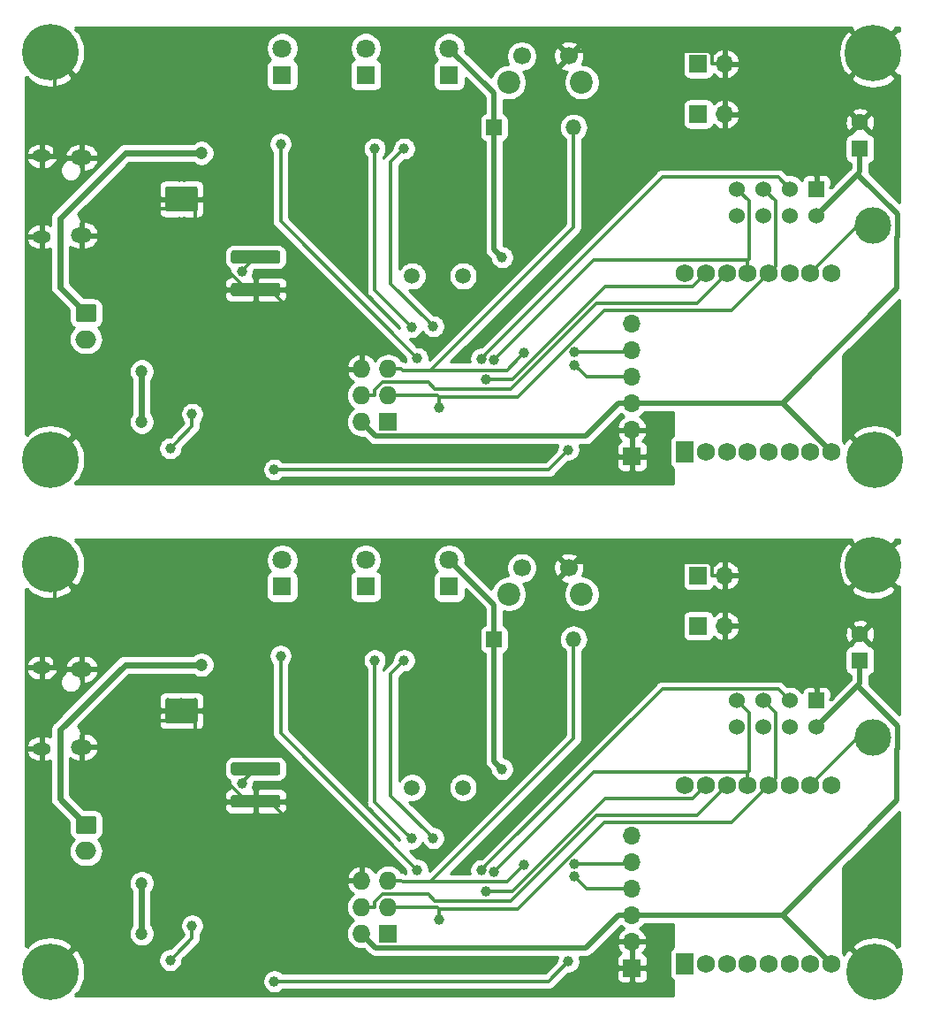
<source format=gbl>
%MOIN*%
%OFA0B0*%
%FSLAX46Y46*%
%IPPOS*%
%LPD*%
%ADD10O,0.066929133858267723X0.066929133858267723*%
%ADD11R,0.066929133858267723X0.066929133858267723*%
%ADD12O,0.07874015748031496X0.066929133858267723*%
%ADD13C,0.0039370078740157488*%
%ADD14C,0.066929133858267723*%
%ADD15C,0.031496062992125991*%
%ADD16C,0.21259842519685043*%
%ADD17C,0.068*%
%ADD18R,0.068X0.07874015748031496*%
%ADD19C,0.062992125984251982*%
%ADD20R,0.062992125984251982X0.062992125984251982*%
%ADD21O,0.070866141732283464X0.0452755905511811*%
%ADD22O,0.07874015748031496X0.057086614173228349*%
%ADD23R,0.059055118110236227X0.059055118110236227*%
%ADD24O,0.059055118110236227X0.059055118110236227*%
%ADD25R,0.070866141732283464X0.070866141732283464*%
%ADD26C,0.070866141732283464*%
%ADD27C,0.1378*%
%ADD28R,0.068X0.068*%
%ADD29O,0.068X0.068*%
%ADD30C,0.086614173228346469*%
%ADD31C,0.048228346456692918*%
%ADD32R,0.060000000000000005X0.060000000000000005*%
%ADD33C,0.060000000000000005*%
%ADD34C,0.094881889763779537*%
%ADD35C,0.01968503937007874*%
%ADD36C,0.059055118110236227*%
%ADD37C,0.03937007874015748*%
%ADD38C,0.047244094488188976*%
%ADD39C,0.012000000000000002*%
%ADD40C,0.01968503937007874*%
%ADD41C,0.013779527559055118*%
%ADD42C,0.023622047244094488*%
%ADD43C,0.01*%
%ADD54O,0.066929133858267723X0.066929133858267723*%
%ADD55R,0.066929133858267723X0.066929133858267723*%
%ADD56O,0.07874015748031496X0.066929133858267723*%
%ADD57C,0.0039370078740157488*%
%ADD58C,0.066929133858267723*%
%ADD59C,0.031496062992125991*%
%ADD60C,0.21259842519685043*%
%ADD61C,0.068*%
%ADD62R,0.068X0.07874015748031496*%
%ADD63C,0.062992125984251982*%
%ADD64R,0.062992125984251982X0.062992125984251982*%
%ADD65O,0.070866141732283464X0.0452755905511811*%
%ADD66O,0.07874015748031496X0.057086614173228349*%
%ADD67R,0.059055118110236227X0.059055118110236227*%
%ADD68O,0.059055118110236227X0.059055118110236227*%
%ADD69R,0.070866141732283464X0.070866141732283464*%
%ADD70C,0.070866141732283464*%
%ADD71C,0.1378*%
%ADD72R,0.068X0.068*%
%ADD73O,0.068X0.068*%
%ADD74C,0.086614173228346469*%
%ADD75C,0.048228346456692918*%
%ADD76R,0.060000000000000005X0.060000000000000005*%
%ADD77C,0.060000000000000005*%
%ADD78C,0.094881889763779537*%
%ADD79C,0.01968503937007874*%
%ADD80C,0.059055118110236227*%
%ADD81C,0.03937007874015748*%
%ADD82C,0.047244094488188976*%
%ADD83C,0.012000000000000002*%
%ADD84C,0.01968503937007874*%
%ADD85C,0.013779527559055118*%
%ADD86C,0.023622047244094488*%
%ADD87C,0.01*%
%LPD*%
D10*
X-0003937007Y0004330708D02*
X0002662992Y0001420708D03*
D11*
X0002562992Y0001420708D03*
D10*
X0002662992Y0001610708D03*
D11*
X0002562992Y0001610708D03*
D12*
X0000252992Y0000572283D03*
D13*
G36*
X0000283484Y0000704125D02*
G01*
X0000284439Y0000703984D01*
X0000285376Y0000703749D01*
X0000286286Y0000703423D01*
X0000287159Y0000703011D01*
X0000287987Y0000702514D01*
X0000288763Y0000701939D01*
X0000289479Y0000701290D01*
X0000290128Y0000700574D01*
X0000290703Y0000699798D01*
X0000291199Y0000698970D01*
X0000291612Y0000698097D01*
X0000291938Y0000697187D01*
X0000292173Y0000696250D01*
X0000292314Y0000695295D01*
X0000292362Y0000694330D01*
X0000292362Y0000647086D01*
X0000292314Y0000646121D01*
X0000292173Y0000645166D01*
X0000291938Y0000644229D01*
X0000291612Y0000643320D01*
X0000291199Y0000642446D01*
X0000290703Y0000641618D01*
X0000290128Y0000640842D01*
X0000289479Y0000640126D01*
X0000288763Y0000639478D01*
X0000287987Y0000638902D01*
X0000287159Y0000638406D01*
X0000286286Y0000637993D01*
X0000285376Y0000637667D01*
X0000284439Y0000637433D01*
X0000283484Y0000637291D01*
X0000282519Y0000637244D01*
X0000223464Y0000637244D01*
X0000222499Y0000637291D01*
X0000221544Y0000637433D01*
X0000220607Y0000637667D01*
X0000219697Y0000637993D01*
X0000218824Y0000638406D01*
X0000217996Y0000638902D01*
X0000217220Y0000639478D01*
X0000216504Y0000640126D01*
X0000215856Y0000640842D01*
X0000215280Y0000641618D01*
X0000214784Y0000642446D01*
X0000214371Y0000643320D01*
X0000214045Y0000644229D01*
X0000213811Y0000645166D01*
X0000213669Y0000646121D01*
X0000213622Y0000647086D01*
X0000213622Y0000694330D01*
X0000213669Y0000695295D01*
X0000213811Y0000696250D01*
X0000214045Y0000697187D01*
X0000214371Y0000698097D01*
X0000214784Y0000698970D01*
X0000215280Y0000699798D01*
X0000215856Y0000700574D01*
X0000216504Y0000701290D01*
X0000217220Y0000701939D01*
X0000217996Y0000702514D01*
X0000218824Y0000703011D01*
X0000219697Y0000703423D01*
X0000220607Y0000703749D01*
X0000221544Y0000703984D01*
X0000222499Y0000704125D01*
X0000223464Y0000704173D01*
X0000282519Y0000704173D01*
X0000283484Y0000704125D01*
X0000283484Y0000704125D01*
G37*
D14*
X0000252992Y0000670708D03*
D15*
X0003279365Y0001707082D03*
X0003222992Y0001730433D03*
X0003166618Y0001707082D03*
X0003143267Y0001650708D03*
X0003166618Y0001594335D03*
X0003222992Y0001570984D03*
X0003279365Y0001594335D03*
X0003302716Y0001650708D03*
D16*
X0003222992Y0001650708D03*
D17*
X0002512992Y0000820000D03*
X0002591732Y0000820000D03*
X0002670472Y0000820000D03*
X0002749212Y0000820000D03*
X0002827952Y0000820000D03*
X0002906692Y0000820000D03*
X0002985433Y0000820000D03*
X0003064173Y0000820000D03*
X0003064173Y0000146771D03*
X0002985433Y0000146771D03*
X0002906692Y0000146771D03*
X0002827952Y0000146771D03*
X0002749212Y0000146771D03*
X0002670472Y0000146771D03*
X0002591732Y0000146771D03*
D18*
X0002512992Y0000146771D03*
D19*
X0003172992Y0001389133D03*
D20*
X0003172992Y0001290708D03*
D21*
X0000086220Y0000958149D03*
X0000086220Y0001263267D03*
D22*
X0000235826Y0000964055D03*
X0000235826Y0001257362D03*
D23*
X0001792007Y0001370708D03*
D24*
X0002092007Y0001370708D03*
D25*
X0001623110Y0001568653D03*
D26*
X0001623110Y0001668653D03*
X0001307992Y0001668653D03*
D25*
X0001307992Y0001568653D03*
X0000993110Y0001568653D03*
D26*
X0000993110Y0001668653D03*
D27*
X0003222992Y0001000708D03*
D15*
X0003284208Y0000174483D03*
X0003227834Y0000197834D03*
X0003171460Y0000174483D03*
X0003148110Y0000118110D03*
X0003171460Y0000061736D03*
X0003227834Y0000038385D03*
X0003284208Y0000061736D03*
X0003307559Y0000118110D03*
D16*
X0003227834Y0000118110D03*
X0000117598Y0000118110D03*
D15*
X0000197322Y0000118110D03*
X0000173972Y0000061736D03*
X0000117598Y0000038385D03*
X0000061224Y0000061736D03*
X0000037874Y0000118110D03*
X0000061224Y0000174483D03*
X0000117598Y0000197834D03*
X0000173972Y0000174483D03*
X0000173972Y0001709909D03*
X0000117598Y0001733259D03*
X0000061224Y0001709909D03*
X0000037874Y0001653535D03*
X0000061224Y0001597161D03*
X0000117598Y0001573811D03*
X0000173972Y0001597161D03*
X0000197322Y0001653535D03*
D16*
X0000117598Y0001653535D03*
D28*
X0001392992Y0000260708D03*
D29*
X0001292992Y0000260708D03*
X0001392992Y0000360708D03*
X0001292992Y0000360708D03*
X0001392992Y0000460708D03*
X0001292992Y0000460708D03*
D11*
X0002312992Y0000130708D03*
D10*
X0002312992Y0000230708D03*
X0002312992Y0000330708D03*
X0002312992Y0000430708D03*
X0002312992Y0000530708D03*
X0002312992Y0000630708D03*
D30*
X0002122992Y0001540708D03*
X0001847401Y0001540708D03*
D14*
X0002073779Y0001639133D03*
X0001896614Y0001639133D03*
D13*
G36*
X0000977618Y0000906291D02*
G01*
X0000978573Y0000906149D01*
X0000979510Y0000905914D01*
X0000980420Y0000905589D01*
X0000981293Y0000905176D01*
X0000982121Y0000904679D01*
X0000982897Y0000904104D01*
X0000983613Y0000903455D01*
X0000984261Y0000902740D01*
X0000984837Y0000901964D01*
X0000985333Y0000901135D01*
X0000985746Y0000900262D01*
X0000986072Y0000899353D01*
X0000986306Y0000898416D01*
X0000986448Y0000897460D01*
X0000986496Y0000896496D01*
X0000986496Y0000867952D01*
X0000986448Y0000866988D01*
X0000986306Y0000866032D01*
X0000986072Y0000865095D01*
X0000985746Y0000864186D01*
X0000985333Y0000863313D01*
X0000984837Y0000862484D01*
X0000984261Y0000861708D01*
X0000983613Y0000860993D01*
X0000982897Y0000860344D01*
X0000982121Y0000859769D01*
X0000981293Y0000859272D01*
X0000980420Y0000858859D01*
X0000979510Y0000858534D01*
X0000978573Y0000858299D01*
X0000977618Y0000858157D01*
X0000976653Y0000858110D01*
X0000809330Y0000858110D01*
X0000808365Y0000858157D01*
X0000807410Y0000858299D01*
X0000806473Y0000858534D01*
X0000805564Y0000858859D01*
X0000804690Y0000859272D01*
X0000803862Y0000859769D01*
X0000803086Y0000860344D01*
X0000802370Y0000860993D01*
X0000801722Y0000861708D01*
X0000801146Y0000862484D01*
X0000800650Y0000863313D01*
X0000800237Y0000864186D01*
X0000799911Y0000865095D01*
X0000799677Y0000866032D01*
X0000799535Y0000866988D01*
X0000799488Y0000867952D01*
X0000799488Y0000896496D01*
X0000799535Y0000897460D01*
X0000799677Y0000898416D01*
X0000799911Y0000899353D01*
X0000800237Y0000900262D01*
X0000800650Y0000901135D01*
X0000801146Y0000901964D01*
X0000801722Y0000902740D01*
X0000802370Y0000903455D01*
X0000803086Y0000904104D01*
X0000803862Y0000904679D01*
X0000804690Y0000905176D01*
X0000805564Y0000905589D01*
X0000806473Y0000905914D01*
X0000807410Y0000906149D01*
X0000808365Y0000906291D01*
X0000809330Y0000906338D01*
X0000976653Y0000906338D01*
X0000977618Y0000906291D01*
X0000977618Y0000906291D01*
G37*
D31*
X0000892992Y0000882224D03*
D13*
G36*
X0000977618Y0000783259D02*
G01*
X0000978573Y0000783117D01*
X0000979510Y0000782883D01*
X0000980420Y0000782557D01*
X0000981293Y0000782144D01*
X0000982121Y0000781648D01*
X0000982897Y0000781072D01*
X0000983613Y0000780424D01*
X0000984261Y0000779708D01*
X0000984837Y0000778932D01*
X0000985333Y0000778104D01*
X0000985746Y0000777231D01*
X0000986072Y0000776321D01*
X0000986306Y0000775384D01*
X0000986448Y0000774429D01*
X0000986496Y0000773464D01*
X0000986496Y0000744921D01*
X0000986448Y0000743956D01*
X0000986306Y0000743001D01*
X0000986072Y0000742064D01*
X0000985746Y0000741154D01*
X0000985333Y0000740281D01*
X0000984837Y0000739452D01*
X0000984261Y0000738677D01*
X0000983613Y0000737961D01*
X0000982897Y0000737312D01*
X0000982121Y0000736737D01*
X0000981293Y0000736240D01*
X0000980420Y0000735827D01*
X0000979510Y0000735502D01*
X0000978573Y0000735267D01*
X0000977618Y0000735126D01*
X0000976653Y0000735078D01*
X0000809330Y0000735078D01*
X0000808365Y0000735126D01*
X0000807410Y0000735267D01*
X0000806473Y0000735502D01*
X0000805564Y0000735827D01*
X0000804690Y0000736240D01*
X0000803862Y0000736737D01*
X0000803086Y0000737312D01*
X0000802370Y0000737961D01*
X0000801722Y0000738677D01*
X0000801146Y0000739452D01*
X0000800650Y0000740281D01*
X0000800237Y0000741154D01*
X0000799911Y0000742064D01*
X0000799677Y0000743001D01*
X0000799535Y0000743956D01*
X0000799488Y0000744921D01*
X0000799488Y0000773464D01*
X0000799535Y0000774429D01*
X0000799677Y0000775384D01*
X0000799911Y0000776321D01*
X0000800237Y0000777231D01*
X0000800650Y0000778104D01*
X0000801146Y0000778932D01*
X0000801722Y0000779708D01*
X0000802370Y0000780424D01*
X0000803086Y0000781072D01*
X0000803862Y0000781648D01*
X0000804690Y0000782144D01*
X0000805564Y0000782557D01*
X0000806473Y0000782883D01*
X0000807410Y0000783117D01*
X0000808365Y0000783259D01*
X0000809330Y0000783307D01*
X0000976653Y0000783307D01*
X0000977618Y0000783259D01*
X0000977618Y0000783259D01*
G37*
D31*
X0000892992Y0000759192D03*
D32*
X0003008385Y0001138653D03*
D33*
X0003008385Y0001038653D03*
X0002908385Y0001138653D03*
X0002908385Y0001038653D03*
X0002808385Y0001138653D03*
X0002808385Y0001038653D03*
X0002708385Y0001138653D03*
X0002708385Y0001038653D03*
D13*
G36*
X0000665115Y0001148102D02*
G01*
X0000666073Y0001147960D01*
X0000667012Y0001147724D01*
X0000667924Y0001147398D01*
X0000668799Y0001146984D01*
X0000669630Y0001146486D01*
X0000670407Y0001145909D01*
X0000671125Y0001145259D01*
X0000671775Y0001144541D01*
X0000672352Y0001143764D01*
X0000672850Y0001142933D01*
X0000673264Y0001142058D01*
X0000673590Y0001141146D01*
X0000673826Y0001140206D01*
X0000673968Y0001139249D01*
X0000674015Y0001138281D01*
X0000674015Y0001063135D01*
X0000673968Y0001062168D01*
X0000673826Y0001061210D01*
X0000673590Y0001060270D01*
X0000673264Y0001059359D01*
X0000672850Y0001058483D01*
X0000672352Y0001057653D01*
X0000671775Y0001056875D01*
X0000671125Y0001056157D01*
X0000670407Y0001055507D01*
X0000669630Y0001054930D01*
X0000668799Y0001054432D01*
X0000667924Y0001054018D01*
X0000667012Y0001053692D01*
X0000666073Y0001053457D01*
X0000665115Y0001053315D01*
X0000664148Y0001053267D01*
X0000561836Y0001053267D01*
X0000560868Y0001053315D01*
X0000559911Y0001053457D01*
X0000558971Y0001053692D01*
X0000558059Y0001054018D01*
X0000557184Y0001054432D01*
X0000556354Y0001054930D01*
X0000555576Y0001055507D01*
X0000554858Y0001056157D01*
X0000554208Y0001056875D01*
X0000553631Y0001057653D01*
X0000553133Y0001058483D01*
X0000552719Y0001059359D01*
X0000552393Y0001060270D01*
X0000552158Y0001061210D01*
X0000552016Y0001062168D01*
X0000551968Y0001063135D01*
X0000551968Y0001138281D01*
X0000552016Y0001139249D01*
X0000552158Y0001140206D01*
X0000552393Y0001141146D01*
X0000552719Y0001142058D01*
X0000553133Y0001142933D01*
X0000553631Y0001143764D01*
X0000554208Y0001144541D01*
X0000554858Y0001145259D01*
X0000555576Y0001145909D01*
X0000556354Y0001146486D01*
X0000557184Y0001146984D01*
X0000558059Y0001147398D01*
X0000558971Y0001147724D01*
X0000559911Y0001147960D01*
X0000560868Y0001148102D01*
X0000561836Y0001148149D01*
X0000664148Y0001148149D01*
X0000665115Y0001148102D01*
X0000665115Y0001148102D01*
G37*
D34*
X0000612992Y0001100708D03*
D35*
X0000664173Y0001138307D03*
X0000664173Y0001063110D03*
X0000612992Y0001138307D03*
X0000612992Y0001063110D03*
X0000561810Y0001138307D03*
X0000561810Y0001063110D03*
D36*
X0001482992Y0000810708D03*
X0001675118Y0000810708D03*
D37*
X0001062992Y0000580708D03*
X0001287992Y0000880708D03*
X0001587992Y0000830708D03*
X0001772992Y0000818208D03*
X0001937992Y0000955708D03*
X0001987992Y0001030708D03*
X0001916555Y0001080708D03*
X0002012992Y0001130708D03*
X0001287992Y0000805708D03*
X0001217992Y0000585708D03*
X0001140492Y0000698208D03*
X0001822637Y0000880708D03*
X0001791062Y0000493129D03*
X0001584043Y0000313917D03*
X0002095492Y0000475708D03*
X0002095492Y0000523208D03*
X0001562992Y0000620708D03*
X0001452992Y0001290708D03*
X0001341850Y0001290708D03*
X0001480492Y0000618208D03*
X0001743347Y0000498639D03*
X0001761566Y0000419901D03*
D38*
X0000462992Y0000260708D03*
X0000462992Y0000450708D03*
X0000688000Y0001274133D03*
D37*
X0000652992Y0000290709D03*
X0000570492Y0000160708D03*
X0001906181Y0000521000D03*
X0000840090Y0000826255D03*
X0002072992Y0000155708D03*
X0000962992Y0000080707D03*
X0001502460Y0000500933D03*
X0000986637Y0001308082D03*
D39*
X0003171460Y0000174484D02*
X0003148110Y0000151133D01*
X0003148110Y0000151133D02*
X0003148110Y0000118110D01*
X0001292992Y0000460708D02*
X0001244318Y0000460708D01*
X0000892992Y0000759192D02*
X0000945834Y0000759192D01*
X0000945834Y0000759192D02*
X0001244318Y0000460708D01*
X0000664173Y0001063110D02*
X0000664173Y0000953578D01*
X0000664173Y0000953578D02*
X0000858559Y0000759192D01*
X0000858559Y0000759192D02*
X0000892992Y0000759192D01*
X0000173972Y0000174484D02*
X0000140948Y0000174484D01*
X0000140948Y0000174484D02*
X0000117598Y0000197834D01*
X0003302716Y0001650708D02*
X0003279366Y0001674059D01*
X0003279366Y0001674059D02*
X0003279366Y0001707082D01*
X0003302716Y0001650708D02*
X0003279366Y0001627358D01*
X0003279366Y0001627358D02*
X0003279366Y0001594334D01*
X0003251185Y0000061736D02*
X0003227834Y0000038385D01*
X0003284208Y0000061736D02*
X0003251185Y0000061736D01*
X0003227834Y0000118110D02*
X0003251185Y0000094759D01*
X0003251185Y0000094759D02*
X0003251185Y0000061736D01*
X0000235826Y0000964055D02*
X0000235826Y0001007271D01*
X0000561810Y0001063110D02*
X0000291665Y0001063110D01*
X0000291665Y0001063110D02*
X0000235826Y0001007271D01*
X0000197322Y0001653535D02*
X0000173972Y0001676885D01*
X0000173972Y0001676885D02*
X0000173972Y0001709909D01*
X0000197322Y0001653535D02*
X0000173972Y0001630185D01*
X0000173972Y0001630185D02*
X0000173972Y0001597161D01*
X0000037874Y0000118110D02*
X0000061224Y0000094759D01*
X0000061224Y0000094759D02*
X0000061224Y0000061736D01*
X0000061224Y0000174484D02*
X0000037874Y0000151133D01*
X0000037874Y0000151133D02*
X0000037874Y0000118110D01*
X0002662992Y0001610708D02*
X0002614854Y0001610708D01*
X0002614854Y0001610708D02*
X0002614854Y0001646810D01*
X0002614854Y0001646810D02*
X0002602814Y0001658850D01*
X0002602814Y0001658850D02*
X0002093496Y0001658850D01*
X0002093496Y0001658850D02*
X0002073779Y0001639133D01*
X0003307559Y0000118110D02*
X0003284208Y0000094759D01*
X0003284208Y0000094759D02*
X0003284208Y0000061736D01*
X0003222992Y0001570984D02*
X0003256015Y0001570984D01*
X0003256015Y0001570984D02*
X0003279366Y0001594334D01*
X0003008385Y0001224527D02*
X0003172992Y0001389133D01*
X0003008385Y0001138653D02*
X0003008385Y0001224527D01*
X0003008385Y0001224527D02*
X0002907311Y0001224527D01*
X0002907311Y0001224527D02*
X0002711129Y0001420708D01*
X0002662992Y0001420708D02*
X0002711129Y0001420708D01*
X0000086220Y0001263267D02*
X0000136326Y0001263267D01*
X0000134110Y0001557299D02*
X0000117598Y0001573811D01*
X0000173972Y0001597161D02*
X0000134110Y0001557299D01*
X0000136326Y0001263267D02*
X0000136326Y0001555082D01*
X0000136326Y0001555082D02*
X0000134110Y0001557299D01*
X0000054385Y0001670047D02*
X0000061224Y0001676885D01*
X0000061224Y0001676885D02*
X0000061224Y0001709909D01*
X0000037874Y0001653535D02*
X0000054385Y0001670047D01*
X0000094248Y0001630185D02*
X0000054385Y0001670047D01*
X0000094248Y0001630185D02*
X0000117598Y0001653535D01*
X0000094248Y0001597161D02*
X0000094248Y0001630185D01*
X0000094248Y0001597161D02*
X0000117598Y0001573811D01*
X0000061224Y0001597161D02*
X0000094248Y0001597161D01*
X0000117598Y0000197834D02*
X0000084574Y0000197834D01*
X0000084574Y0000197834D02*
X0000061224Y0000174484D01*
X0003307559Y0000118110D02*
X0003284208Y0000141460D01*
X0003284208Y0000141460D02*
X0003284208Y0000174484D01*
X0002312992Y0000130708D02*
X0002312992Y0000230708D01*
X0000612992Y0001138307D02*
X0000612992Y0001100708D01*
X0000612992Y0001063110D02*
X0000612992Y0001100708D01*
D40*
X0002260814Y0000330708D02*
X0002138098Y0000207992D01*
X0002138098Y0000207992D02*
X0001345708Y0000207992D01*
X0001345708Y0000207992D02*
X0001292992Y0000260708D01*
X0002312992Y0000330708D02*
X0002260814Y0000330708D01*
X0002880236Y0000330708D02*
X0002312992Y0000330708D01*
X0003158744Y0001189011D02*
X0003008385Y0001038653D01*
X0003172992Y0001290708D02*
X0003172992Y0001203259D01*
X0003172992Y0001203259D02*
X0003158744Y0001189011D01*
X0002880236Y0000330708D02*
X0003064173Y0000146771D01*
X0001623110Y0001668653D02*
X0001792007Y0001499755D01*
X0001792007Y0001499755D02*
X0001792007Y0001370708D01*
X0001792007Y0000911338D02*
X0001792007Y0001370708D01*
X0001822637Y0000880708D02*
X0001792007Y0000911338D01*
X0003312992Y0000956689D02*
X0003312992Y0000763464D01*
X0003313545Y0000957242D02*
X0003312992Y0000956689D01*
X0003313545Y0001044174D02*
X0003313545Y0000957242D01*
X0003312992Y0000763464D02*
X0002880236Y0000330708D01*
X0003158744Y0001189011D02*
X0003168708Y0001189011D01*
X0003168708Y0001189011D02*
X0003313545Y0001044174D01*
D39*
X0003222992Y0001000708D02*
X0003166141Y0001000708D01*
X0003166141Y0001000708D02*
X0002985433Y0000820000D01*
X0002708385Y0001138653D02*
X0002753799Y0001093240D01*
X0002753799Y0001093240D02*
X0002753799Y0000873767D01*
X0002753799Y0000873767D02*
X0002749212Y0000869181D01*
X0002749212Y0000869181D02*
X0002749212Y0000820000D01*
X0002749212Y0000869181D02*
X0002167113Y0000869181D01*
X0002167113Y0000869181D02*
X0001810747Y0000512814D01*
X0001810747Y0000512814D02*
X0001791062Y0000493129D01*
X0001584043Y0000353476D02*
X0001882346Y0000353476D01*
X0001882346Y0000353476D02*
X0002209358Y0000680488D01*
X0002209358Y0000680488D02*
X0002688440Y0000680488D01*
X0002688440Y0000680488D02*
X0002827952Y0000820000D01*
X0002808385Y0001138653D02*
X0002854255Y0001092783D01*
X0002854255Y0001092783D02*
X0002854255Y0000846303D01*
X0002854255Y0000846303D02*
X0002827952Y0000820000D01*
X0001584043Y0000353476D02*
X0001584043Y0000313917D01*
X0001441665Y0000360708D02*
X0001576810Y0000360708D01*
X0001576810Y0000360708D02*
X0001584043Y0000353476D01*
X0001392992Y0000360708D02*
X0001441665Y0000360708D01*
X0001341665Y0000360708D02*
X0001341665Y0000380877D01*
X0001341665Y0000380877D02*
X0001371496Y0000410708D01*
X0001371496Y0000410708D02*
X0001543602Y0000410708D01*
X0001543602Y0000410708D02*
X0001569712Y0000384598D01*
X0001569712Y0000384598D02*
X0001854996Y0000384598D01*
X0001854996Y0000384598D02*
X0002178192Y0000707795D01*
X0002178192Y0000707795D02*
X0002558271Y0000707795D01*
X0002558271Y0000707795D02*
X0002558271Y0000707799D01*
X0002558271Y0000707799D02*
X0002670472Y0000820000D01*
X0001292992Y0000360708D02*
X0001341665Y0000360708D01*
D41*
X0002115177Y0000456023D02*
X0002095492Y0000475708D01*
X0002140492Y0000430708D02*
X0002115177Y0000456023D01*
X0002312992Y0000430708D02*
X0002140492Y0000430708D01*
X0002305492Y0000523208D02*
X0002312992Y0000530708D01*
X0002095492Y0000523208D02*
X0002305492Y0000523208D01*
X0001543307Y0000640393D02*
X0001562992Y0000620708D01*
X0001402992Y0000780708D02*
X0001543307Y0000640393D01*
X0001452992Y0001290708D02*
X0001402992Y0001240708D01*
X0001402992Y0001240708D02*
X0001402992Y0000780708D01*
X0001341850Y0000756850D02*
X0001460807Y0000637893D01*
X0001460807Y0000637893D02*
X0001480492Y0000618208D01*
X0001341850Y0001290708D02*
X0001341850Y0000756850D01*
D39*
X0002908385Y0001138653D02*
X0002863307Y0001183732D01*
X0002863307Y0001183732D02*
X0002428439Y0001183732D01*
X0002428439Y0001183732D02*
X0001763032Y0000518324D01*
X0001763032Y0000518324D02*
X0001743347Y0000498639D01*
X0002591732Y0000820000D02*
X0002543055Y0000771322D01*
X0002543055Y0000771322D02*
X0002212480Y0000771322D01*
X0002212480Y0000771322D02*
X0001861059Y0000419901D01*
X0001861059Y0000419901D02*
X0001761566Y0000419901D01*
D42*
X0000462992Y0000450708D02*
X0000462992Y0000260708D01*
X0000688000Y0001274133D02*
X0000400350Y0001274133D01*
X0000400350Y0001274133D02*
X0000155102Y0001028885D01*
X0000155102Y0000768598D02*
X0000252992Y0000670708D01*
X0000155102Y0001028885D02*
X0000155102Y0000768598D01*
D39*
X0000652992Y0000243208D02*
X0000590177Y0000180393D01*
X0000590177Y0000180393D02*
X0000570492Y0000160708D01*
X0000652992Y0000290709D02*
X0000652992Y0000243208D01*
D41*
X0001441665Y0000460708D02*
X0001392992Y0000460708D01*
X0001446665Y0000455708D02*
X0001441665Y0000460708D01*
X0001552070Y0000455708D02*
X0001446665Y0000455708D01*
X0002092007Y0001370708D02*
X0002092007Y0000995645D01*
X0002092007Y0000995645D02*
X0001552070Y0000455708D01*
X0001886496Y0000501315D02*
X0001906181Y0000521000D01*
X0001552992Y0000455708D02*
X0001840890Y0000455708D01*
X0001840890Y0000455708D02*
X0001886496Y0000501315D01*
D39*
X0000892992Y0000882224D02*
X0000840090Y0000829322D01*
X0000840090Y0000829322D02*
X0000840090Y0000826255D01*
X0001997991Y0000080707D02*
X0002072992Y0000155708D01*
X0000962992Y0000080707D02*
X0001997991Y0000080707D01*
D41*
X0000986637Y0001308082D02*
X0000986637Y0001016755D01*
X0000986637Y0001016755D02*
X0001502460Y0000500933D01*
D43*
G36*
X0003137725Y0001743046D02*
G01*
X0003222992Y0001657779D01*
X0003308258Y0001743046D01*
X0003305977Y0001746377D01*
X0003319976Y0001746377D01*
X0003319976Y0001732793D01*
X0003315329Y0001735975D01*
X0003230063Y0001650708D01*
X0003315329Y0001565442D01*
X0003319976Y0001568623D01*
X0003319976Y0001087018D01*
X0003207620Y0001199374D01*
X0003207834Y0001201548D01*
X0003207834Y0001201548D01*
X0003208003Y0001203259D01*
X0003207834Y0001204971D01*
X0003207834Y0001234421D01*
X0003209389Y0001234574D01*
X0003214101Y0001236003D01*
X0003218444Y0001238325D01*
X0003222251Y0001241449D01*
X0003225375Y0001245256D01*
X0003227696Y0001249599D01*
X0003229126Y0001254311D01*
X0003229609Y0001259212D01*
X0003229609Y0001322204D01*
X0003229126Y0001327105D01*
X0003227696Y0001331818D01*
X0003225375Y0001336161D01*
X0003222251Y0001339967D01*
X0003218444Y0001343092D01*
X0003214101Y0001345413D01*
X0003209389Y0001346842D01*
X0003204488Y0001347325D01*
X0003204204Y0001347325D01*
X0003205003Y0001350051D01*
X0003172992Y0001382062D01*
X0003140980Y0001350051D01*
X0003141780Y0001347325D01*
X0003141496Y0001347325D01*
X0003136595Y0001346842D01*
X0003131882Y0001345413D01*
X0003127539Y0001343092D01*
X0003123732Y0001339967D01*
X0003120608Y0001336161D01*
X0003118287Y0001331818D01*
X0003116857Y0001327105D01*
X0003116375Y0001322204D01*
X0003116375Y0001259212D01*
X0003116857Y0001254311D01*
X0003118287Y0001249599D01*
X0003120608Y0001245256D01*
X0003123732Y0001241449D01*
X0003127539Y0001238325D01*
X0003131882Y0001236003D01*
X0003136595Y0001234574D01*
X0003138149Y0001234421D01*
X0003138149Y0001217692D01*
X0003135317Y0001214859D01*
X0003135317Y0001214859D01*
X0003135316Y0001214859D01*
X0003133987Y0001213768D01*
X0003132896Y0001212438D01*
X0003063385Y0001142928D01*
X0003063385Y0001143653D01*
X0003057135Y0001143653D01*
X0003063385Y0001149903D01*
X0003063385Y0001171115D01*
X0003062425Y0001175945D01*
X0003060540Y0001180495D01*
X0003057804Y0001184590D01*
X0003054322Y0001188072D01*
X0003050227Y0001190808D01*
X0003045678Y0001192692D01*
X0003040848Y0001193653D01*
X0003019635Y0001193653D01*
X0003013385Y0001187403D01*
X0003013385Y0001143653D01*
X0003014173Y0001143653D01*
X0003014173Y0001133653D01*
X0003013385Y0001133653D01*
X0003013385Y0001132866D01*
X0003003385Y0001132866D01*
X0003003385Y0001133653D01*
X0003002598Y0001133653D01*
X0003002598Y0001143653D01*
X0003003385Y0001143653D01*
X0003003385Y0001187403D01*
X0002997135Y0001193653D01*
X0002975923Y0001193653D01*
X0002971093Y0001192692D01*
X0002966543Y0001190808D01*
X0002962449Y0001188072D01*
X0002958967Y0001184590D01*
X0002956231Y0001180495D01*
X0002954346Y0001175945D01*
X0002953385Y0001171115D01*
X0002953385Y0001170303D01*
X0002951107Y0001173713D01*
X0002943446Y0001181374D01*
X0002934438Y0001187393D01*
X0002924428Y0001191539D01*
X0002913802Y0001193653D01*
X0002902968Y0001193653D01*
X0002898179Y0001192700D01*
X0002886304Y0001204575D01*
X0002885333Y0001205758D01*
X0002880613Y0001209632D01*
X0002875227Y0001212511D01*
X0002869384Y0001214283D01*
X0002864829Y0001214732D01*
X0002864829Y0001214732D01*
X0002863307Y0001214882D01*
X0002861784Y0001214732D01*
X0002429962Y0001214732D01*
X0002428439Y0001214882D01*
X0002426917Y0001214732D01*
X0002426917Y0001214732D01*
X0002422362Y0001214283D01*
X0002416519Y0001212511D01*
X0002411133Y0001209632D01*
X0002410704Y0001209280D01*
X0002406413Y0001205758D01*
X0002405442Y0001204575D01*
X0001744191Y0000543324D01*
X0001738946Y0000543324D01*
X0001730313Y0000541607D01*
X0001722180Y0000538238D01*
X0001714862Y0000533348D01*
X0001708638Y0000527124D01*
X0001703747Y0000519805D01*
X0001700379Y0000511673D01*
X0001698662Y0000503040D01*
X0001698662Y0000494238D01*
X0001699982Y0000487598D01*
X0001629059Y0000487598D01*
X0002113449Y0000971988D01*
X0002114666Y0000972987D01*
X0002118651Y0000977842D01*
X0002121612Y0000983382D01*
X0002123436Y0000989394D01*
X0002123897Y0000994079D01*
X0002123897Y0000994079D01*
X0002124051Y0000995645D01*
X0002123897Y0000997212D01*
X0002123897Y0001326340D01*
X0002130751Y0001331965D01*
X0002137565Y0001340268D01*
X0002142628Y0001349740D01*
X0002145746Y0001360019D01*
X0002146799Y0001370708D01*
X0002145746Y0001381397D01*
X0002142628Y0001391676D01*
X0002137565Y0001401149D01*
X0002130751Y0001409452D01*
X0002122448Y0001416266D01*
X0002112975Y0001421329D01*
X0002102697Y0001424447D01*
X0002094686Y0001425236D01*
X0002089329Y0001425236D01*
X0002081318Y0001424447D01*
X0002071040Y0001421329D01*
X0002061567Y0001416266D01*
X0002053264Y0001409452D01*
X0002046450Y0001401149D01*
X0002041387Y0001391676D01*
X0002038269Y0001381397D01*
X0002037216Y0001370708D01*
X0002038269Y0001360019D01*
X0002041387Y0001349740D01*
X0002046450Y0001340268D01*
X0002053264Y0001331965D01*
X0002060118Y0001326340D01*
X0002060118Y0001008854D01*
X0001546984Y0000495721D01*
X0001547145Y0000496531D01*
X0001547145Y0000505334D01*
X0001545428Y0000513967D01*
X0001542060Y0000522099D01*
X0001537169Y0000529418D01*
X0001530945Y0000535642D01*
X0001523626Y0000540532D01*
X0001515494Y0000543900D01*
X0001506861Y0000545618D01*
X0001502874Y0000545618D01*
X0001474690Y0000573802D01*
X0001476091Y0000573523D01*
X0001484893Y0000573523D01*
X0001493526Y0000575240D01*
X0001501658Y0000578609D01*
X0001508977Y0000583499D01*
X0001515201Y0000589723D01*
X0001520091Y0000597042D01*
X0001522259Y0000602277D01*
X0001523392Y0000599542D01*
X0001528282Y0000592223D01*
X0001534507Y0000585999D01*
X0001541825Y0000581109D01*
X0001549957Y0000577740D01*
X0001558591Y0000576023D01*
X0001567393Y0000576023D01*
X0001576026Y0000577740D01*
X0001584158Y0000581109D01*
X0001591477Y0000585999D01*
X0001597701Y0000592223D01*
X0001602591Y0000599542D01*
X0001605959Y0000607674D01*
X0001607677Y0000616307D01*
X0001607677Y0000625109D01*
X0001605959Y0000633742D01*
X0001602591Y0000641874D01*
X0001597701Y0000649193D01*
X0001591477Y0000655417D01*
X0001584158Y0000660307D01*
X0001576026Y0000663676D01*
X0001567393Y0000665393D01*
X0001563405Y0000665393D01*
X0001471376Y0000757423D01*
X0001477621Y0000756181D01*
X0001488362Y0000756181D01*
X0001498897Y0000758276D01*
X0001508820Y0000762386D01*
X0001517751Y0000768354D01*
X0001525346Y0000775949D01*
X0001531313Y0000784880D01*
X0001535424Y0000794803D01*
X0001537519Y0000805338D01*
X0001537519Y0000816079D01*
X0001620590Y0000816079D01*
X0001620590Y0000805338D01*
X0001622686Y0000794803D01*
X0001626796Y0000784880D01*
X0001632763Y0000775949D01*
X0001640358Y0000768354D01*
X0001649289Y0000762386D01*
X0001659213Y0000758276D01*
X0001669747Y0000756181D01*
X0001680488Y0000756181D01*
X0001691023Y0000758276D01*
X0001700946Y0000762386D01*
X0001709877Y0000768354D01*
X0001717472Y0000775949D01*
X0001723439Y0000784880D01*
X0001727550Y0000794803D01*
X0001729645Y0000805338D01*
X0001729645Y0000816079D01*
X0001727550Y0000826613D01*
X0001723439Y0000836537D01*
X0001717472Y0000845467D01*
X0001709877Y0000853062D01*
X0001700946Y0000859030D01*
X0001691023Y0000863140D01*
X0001680488Y0000865236D01*
X0001669747Y0000865236D01*
X0001659213Y0000863140D01*
X0001649289Y0000859030D01*
X0001640358Y0000853062D01*
X0001632763Y0000845467D01*
X0001626796Y0000836537D01*
X0001622686Y0000826613D01*
X0001620590Y0000816079D01*
X0001537519Y0000816079D01*
X0001535424Y0000826613D01*
X0001531313Y0000836537D01*
X0001525346Y0000845467D01*
X0001517751Y0000853062D01*
X0001508820Y0000859030D01*
X0001498897Y0000863140D01*
X0001488362Y0000865236D01*
X0001477621Y0000865236D01*
X0001467087Y0000863140D01*
X0001457163Y0000859030D01*
X0001448232Y0000853062D01*
X0001440637Y0000845467D01*
X0001434881Y0000836853D01*
X0001434881Y0001227499D01*
X0001453406Y0001246023D01*
X0001457393Y0001246023D01*
X0001466026Y0001247740D01*
X0001474158Y0001251109D01*
X0001481477Y0001255999D01*
X0001487701Y0001262223D01*
X0001492591Y0001269542D01*
X0001495959Y0001277674D01*
X0001497677Y0001286307D01*
X0001497677Y0001295109D01*
X0001495959Y0001303742D01*
X0001492591Y0001311874D01*
X0001487701Y0001319193D01*
X0001481477Y0001325417D01*
X0001474158Y0001330307D01*
X0001466026Y0001333676D01*
X0001457393Y0001335393D01*
X0001448590Y0001335393D01*
X0001439957Y0001333676D01*
X0001431825Y0001330307D01*
X0001424507Y0001325417D01*
X0001418282Y0001319193D01*
X0001413392Y0001311874D01*
X0001410024Y0001303742D01*
X0001408307Y0001295109D01*
X0001408307Y0001291122D01*
X0001381550Y0001264366D01*
X0001380333Y0001263367D01*
X0001377586Y0001260020D01*
X0001376348Y0001258511D01*
X0001376218Y0001258267D01*
X0001373740Y0001253631D01*
X0001373740Y0001259404D01*
X0001376559Y0001262223D01*
X0001381449Y0001269542D01*
X0001384818Y0001277674D01*
X0001386535Y0001286307D01*
X0001386535Y0001295109D01*
X0001384818Y0001303742D01*
X0001381449Y0001311874D01*
X0001376559Y0001319193D01*
X0001370335Y0001325417D01*
X0001363016Y0001330307D01*
X0001354884Y0001333676D01*
X0001346251Y0001335393D01*
X0001337449Y0001335393D01*
X0001328816Y0001333676D01*
X0001320684Y0001330307D01*
X0001313365Y0001325417D01*
X0001307141Y0001319193D01*
X0001302251Y0001311874D01*
X0001298882Y0001303742D01*
X0001297165Y0001295109D01*
X0001297165Y0001286307D01*
X0001298882Y0001277674D01*
X0001302251Y0001269542D01*
X0001307141Y0001262223D01*
X0001309960Y0001259404D01*
X0001309960Y0000758417D01*
X0001309806Y0000756850D01*
X0001310422Y0000750598D01*
X0001312245Y0000744587D01*
X0001315206Y0000739047D01*
X0001316195Y0000737843D01*
X0001319191Y0000734191D01*
X0001320408Y0000733193D01*
X0001435807Y0000617794D01*
X0001435807Y0000613807D01*
X0001436085Y0000612406D01*
X0001018527Y0001029965D01*
X0001018527Y0001276778D01*
X0001021346Y0001279597D01*
X0001026237Y0001286916D01*
X0001029605Y0001295048D01*
X0001031322Y0001303681D01*
X0001031322Y0001312483D01*
X0001029605Y0001321116D01*
X0001026237Y0001329248D01*
X0001021346Y0001336567D01*
X0001015122Y0001342791D01*
X0001007804Y0001347682D01*
X0000999671Y0001351050D01*
X0000991038Y0001352767D01*
X0000982236Y0001352767D01*
X0000973603Y0001351050D01*
X0000965471Y0001347682D01*
X0000958152Y0001342791D01*
X0000951928Y0001336567D01*
X0000947038Y0001329248D01*
X0000943669Y0001321116D01*
X0000941952Y0001312483D01*
X0000941952Y0001303681D01*
X0000943669Y0001295048D01*
X0000947038Y0001286916D01*
X0000951928Y0001279597D01*
X0000954748Y0001276778D01*
X0000954748Y0001018322D01*
X0000954593Y0001016755D01*
X0000955002Y0001012601D01*
X0000955209Y0001010504D01*
X0000955997Y0001007908D01*
X0000957032Y0001004493D01*
X0000959994Y0000998953D01*
X0000961913Y0000996614D01*
X0000963979Y0000994097D01*
X0000965196Y0000993098D01*
X0001457775Y0000500519D01*
X0001457775Y0000496531D01*
X0001459492Y0000487898D01*
X0001459617Y0000487598D01*
X0001459007Y0000487598D01*
X0001453928Y0000490313D01*
X0001447916Y0000492137D01*
X0001443231Y0000492598D01*
X0001443231Y0000492598D01*
X0001442824Y0000492638D01*
X0001442286Y0000493645D01*
X0001434913Y0000502629D01*
X0001425929Y0000510002D01*
X0001415679Y0000515481D01*
X0001404558Y0000518854D01*
X0001395890Y0000519708D01*
X0001390093Y0000519708D01*
X0001381426Y0000518854D01*
X0001370304Y0000515481D01*
X0001360054Y0000510002D01*
X0001351070Y0000502629D01*
X0001343698Y0000493645D01*
X0001342855Y0000492069D01*
X0001336569Y0000500483D01*
X0001327971Y0000508221D01*
X0001318030Y0000514132D01*
X0001307127Y0000517990D01*
X0001297992Y0000513246D01*
X0001297992Y0000465708D01*
X0001298779Y0000465708D01*
X0001298779Y0000455708D01*
X0001297992Y0000455708D01*
X0001297992Y0000454921D01*
X0001287992Y0000454921D01*
X0001287992Y0000455708D01*
X0001240479Y0000455708D01*
X0001235710Y0000446573D01*
X0001237510Y0000440637D01*
X0001242492Y0000430199D01*
X0001249415Y0000420933D01*
X0001258012Y0000413196D01*
X0001261807Y0000410939D01*
X0001260054Y0000410002D01*
X0001251070Y0000402629D01*
X0001243698Y0000393645D01*
X0001238219Y0000383396D01*
X0001234845Y0000372274D01*
X0001233706Y0000360708D01*
X0001234845Y0000349142D01*
X0001238219Y0000338021D01*
X0001243698Y0000327771D01*
X0001251070Y0000318787D01*
X0001260054Y0000311414D01*
X0001261375Y0000310708D01*
X0001260054Y0000310002D01*
X0001251070Y0000302629D01*
X0001243698Y0000293645D01*
X0001238219Y0000283396D01*
X0001234845Y0000272274D01*
X0001233706Y0000260708D01*
X0001234845Y0000249142D01*
X0001238219Y0000238021D01*
X0001243698Y0000227771D01*
X0001251070Y0000218787D01*
X0001260054Y0000211414D01*
X0001270304Y0000205935D01*
X0001281426Y0000202562D01*
X0001290093Y0000201708D01*
X0001295890Y0000201708D01*
X0001302105Y0000202320D01*
X0001319861Y0000184564D01*
X0001320952Y0000183235D01*
X0001322281Y0000182144D01*
X0001322281Y0000182144D01*
X0001323003Y0000181552D01*
X0001326257Y0000178881D01*
X0001332310Y0000175646D01*
X0001336141Y0000174483D01*
X0001338878Y0000173653D01*
X0001339460Y0000173596D01*
X0001343996Y0000173149D01*
X0001343997Y0000173149D01*
X0001345708Y0000172981D01*
X0001347420Y0000173149D01*
X0002031849Y0000173149D01*
X0002030024Y0000168742D01*
X0002028307Y0000160109D01*
X0002028307Y0000154864D01*
X0001985150Y0000111707D01*
X0000995186Y0000111707D01*
X0000991477Y0000115417D01*
X0000984158Y0000120307D01*
X0000976026Y0000123675D01*
X0000967393Y0000125392D01*
X0000958591Y0000125392D01*
X0000949957Y0000123675D01*
X0000941825Y0000120307D01*
X0000934507Y0000115417D01*
X0000928282Y0000109192D01*
X0000923392Y0000101874D01*
X0000920024Y0000093742D01*
X0000918307Y0000085109D01*
X0000918307Y0000076306D01*
X0000920024Y0000067673D01*
X0000923392Y0000059541D01*
X0000928282Y0000052222D01*
X0000934507Y0000045998D01*
X0000941825Y0000041108D01*
X0000949957Y0000037740D01*
X0000958591Y0000036022D01*
X0000967393Y0000036022D01*
X0000976026Y0000037740D01*
X0000984158Y0000041108D01*
X0000991477Y0000045998D01*
X0000995186Y0000049707D01*
X0001996469Y0000049707D01*
X0001997991Y0000049558D01*
X0001999513Y0000049707D01*
X0001999513Y0000049707D01*
X0002004068Y0000050156D01*
X0002009911Y0000051929D01*
X0002015297Y0000054807D01*
X0002020017Y0000058681D01*
X0002020988Y0000059864D01*
X0002072147Y0000111023D01*
X0002077393Y0000111023D01*
X0002086026Y0000112740D01*
X0002094158Y0000116109D01*
X0002099171Y0000119458D01*
X0002254527Y0000119458D01*
X0002254527Y0000094781D01*
X0002255488Y0000089951D01*
X0002257372Y0000085402D01*
X0002260108Y0000081307D01*
X0002263590Y0000077825D01*
X0002267685Y0000075089D01*
X0002272235Y0000073204D01*
X0002277065Y0000072244D01*
X0002301742Y0000072244D01*
X0002307992Y0000078494D01*
X0002307992Y0000125708D01*
X0002317992Y0000125708D01*
X0002317992Y0000078494D01*
X0002324242Y0000072244D01*
X0002348918Y0000072244D01*
X0002353748Y0000073204D01*
X0002358298Y0000075089D01*
X0002362393Y0000077825D01*
X0002365875Y0000081307D01*
X0002368611Y0000085402D01*
X0002370495Y0000089951D01*
X0002371456Y0000094781D01*
X0002371456Y0000119458D01*
X0002365206Y0000125708D01*
X0002317992Y0000125708D01*
X0002307992Y0000125708D01*
X0002260777Y0000125708D01*
X0002254527Y0000119458D01*
X0002099171Y0000119458D01*
X0002101477Y0000120999D01*
X0002107701Y0000127223D01*
X0002112591Y0000134542D01*
X0002115959Y0000142674D01*
X0002117677Y0000151307D01*
X0002117677Y0000160109D01*
X0002116379Y0000166635D01*
X0002254527Y0000166635D01*
X0002254527Y0000141958D01*
X0002260777Y0000135708D01*
X0002307992Y0000135708D01*
X0002307992Y0000225708D01*
X0002317992Y0000225708D01*
X0002317992Y0000135708D01*
X0002365206Y0000135708D01*
X0002371456Y0000141958D01*
X0002371456Y0000166635D01*
X0002370495Y0000171465D01*
X0002368611Y0000176015D01*
X0002365875Y0000180109D01*
X0002362393Y0000183591D01*
X0002358298Y0000186327D01*
X0002353748Y0000188212D01*
X0002352928Y0000188375D01*
X0002356204Y0000191327D01*
X0002363056Y0000200514D01*
X0002367985Y0000210862D01*
X0002369743Y0000216657D01*
X0002364966Y0000225708D01*
X0002317992Y0000225708D01*
X0002307992Y0000225708D01*
X0002261017Y0000225708D01*
X0002256241Y0000216657D01*
X0002257998Y0000210862D01*
X0002262927Y0000200514D01*
X0002269780Y0000191327D01*
X0002273055Y0000188375D01*
X0002272235Y0000188212D01*
X0002267685Y0000186327D01*
X0002263590Y0000183591D01*
X0002260108Y0000180109D01*
X0002257372Y0000176015D01*
X0002255488Y0000171465D01*
X0002254527Y0000166635D01*
X0002116379Y0000166635D01*
X0002115959Y0000168742D01*
X0002114134Y0000173149D01*
X0002136387Y0000173149D01*
X0002138098Y0000172981D01*
X0002139809Y0000173149D01*
X0002139810Y0000173149D01*
X0002144928Y0000173653D01*
X0002151496Y0000175646D01*
X0002157549Y0000178881D01*
X0002162855Y0000183235D01*
X0002163946Y0000184565D01*
X0002270143Y0000290762D01*
X0002271451Y0000289167D01*
X0002280353Y0000281861D01*
X0002282894Y0000280503D01*
X0002278293Y0000277762D01*
X0002269780Y0000270089D01*
X0002262927Y0000260902D01*
X0002257998Y0000250555D01*
X0002256241Y0000244759D01*
X0002261017Y0000235708D01*
X0002307992Y0000235708D01*
X0002307992Y0000236496D01*
X0002317992Y0000236496D01*
X0002317992Y0000235708D01*
X0002364966Y0000235708D01*
X0002369743Y0000244759D01*
X0002367985Y0000250555D01*
X0002363056Y0000260902D01*
X0002356204Y0000270089D01*
X0002347691Y0000277762D01*
X0002343089Y0000280503D01*
X0002345630Y0000281861D01*
X0002354532Y0000289167D01*
X0002360029Y0000295866D01*
X0002467992Y0000295866D01*
X0002467992Y0000208609D01*
X0002465035Y0000207029D01*
X0002461228Y0000203904D01*
X0002458104Y0000200098D01*
X0002455783Y0000195755D01*
X0002454353Y0000191042D01*
X0002453871Y0000186141D01*
X0002453871Y0000107401D01*
X0002454353Y0000102500D01*
X0002455783Y0000097788D01*
X0002458104Y0000093445D01*
X0002461228Y0000089638D01*
X0002465035Y0000086514D01*
X0002467992Y0000084934D01*
X0002467992Y0000026692D01*
X0000212730Y0000026692D01*
X0000214408Y0000028371D01*
X0000209936Y0000032843D01*
X0000227197Y0000044661D01*
X0000239421Y0000067454D01*
X0000246962Y0000092194D01*
X0000249532Y0000117930D01*
X0000247032Y0000143672D01*
X0000240561Y0000165109D01*
X0000525807Y0000165109D01*
X0000525807Y0000156307D01*
X0000527524Y0000147674D01*
X0000530892Y0000139542D01*
X0000535782Y0000132223D01*
X0000542007Y0000125999D01*
X0000549325Y0000121109D01*
X0000557457Y0000117740D01*
X0000566090Y0000116023D01*
X0000574893Y0000116023D01*
X0000583526Y0000117740D01*
X0000591658Y0000121109D01*
X0000598977Y0000125999D01*
X0000605201Y0000132223D01*
X0000610091Y0000139542D01*
X0000613459Y0000147674D01*
X0000615177Y0000156307D01*
X0000615177Y0000161553D01*
X0000673835Y0000220211D01*
X0000675018Y0000221182D01*
X0000678892Y0000225902D01*
X0000681770Y0000231288D01*
X0000683543Y0000237131D01*
X0000683992Y0000241686D01*
X0000683992Y0000241686D01*
X0000684142Y0000243208D01*
X0000683992Y0000244730D01*
X0000683992Y0000258515D01*
X0000687701Y0000262224D01*
X0000692591Y0000269543D01*
X0000695959Y0000277675D01*
X0000697677Y0000286308D01*
X0000697677Y0000295110D01*
X0000695959Y0000303744D01*
X0000692591Y0000311876D01*
X0000687701Y0000319194D01*
X0000681477Y0000325419D01*
X0000674158Y0000330309D01*
X0000666026Y0000333677D01*
X0000657393Y0000335394D01*
X0000648590Y0000335394D01*
X0000639957Y0000333677D01*
X0000631825Y0000330309D01*
X0000624507Y0000325419D01*
X0000618282Y0000319194D01*
X0000613392Y0000311876D01*
X0000610024Y0000303744D01*
X0000608307Y0000295110D01*
X0000608307Y0000286308D01*
X0000610024Y0000277675D01*
X0000613392Y0000269543D01*
X0000618282Y0000262224D01*
X0000621992Y0000258515D01*
X0000621992Y0000256049D01*
X0000571336Y0000205393D01*
X0000566090Y0000205393D01*
X0000557457Y0000203676D01*
X0000549325Y0000200307D01*
X0000542007Y0000195417D01*
X0000535782Y0000189193D01*
X0000530892Y0000181874D01*
X0000527524Y0000173742D01*
X0000525807Y0000165109D01*
X0000240561Y0000165109D01*
X0000239558Y0000168433D01*
X0000227397Y0000191259D01*
X0000227197Y0000191558D01*
X0000209935Y0000203376D01*
X0000124669Y0000118110D01*
X0000125226Y0000117553D01*
X0000118155Y0000110482D01*
X0000117598Y0000111039D01*
X0000117041Y0000110482D01*
X0000109970Y0000117553D01*
X0000110527Y0000118110D01*
X0000109970Y0000118667D01*
X0000117041Y0000125738D01*
X0000117598Y0000125181D01*
X0000202864Y0000210447D01*
X0000191046Y0000227709D01*
X0000168253Y0000239932D01*
X0000143513Y0000247474D01*
X0000117778Y0000250044D01*
X0000092035Y0000247544D01*
X0000067275Y0000240070D01*
X0000044449Y0000227909D01*
X0000044150Y0000227709D01*
X0000032331Y0000210447D01*
X0000027859Y0000214920D01*
X0000025488Y0000212549D01*
X0000025488Y0000455497D01*
X0000414370Y0000455497D01*
X0000414370Y0000445919D01*
X0000416238Y0000436526D01*
X0000419903Y0000427677D01*
X0000425224Y0000419713D01*
X0000426181Y0000418757D01*
X0000426181Y0000292659D01*
X0000425224Y0000291703D01*
X0000419903Y0000283739D01*
X0000416238Y0000274891D01*
X0000414370Y0000265497D01*
X0000414370Y0000255919D01*
X0000416238Y0000246526D01*
X0000419903Y0000237677D01*
X0000425224Y0000229713D01*
X0000431997Y0000222941D01*
X0000439960Y0000217620D01*
X0000448809Y0000213955D01*
X0000458203Y0000212086D01*
X0000467780Y0000212086D01*
X0000477174Y0000213955D01*
X0000486023Y0000217620D01*
X0000493986Y0000222941D01*
X0000500759Y0000229713D01*
X0000506080Y0000237677D01*
X0000509745Y0000246526D01*
X0000511614Y0000255919D01*
X0000511614Y0000265497D01*
X0000509745Y0000274891D01*
X0000506080Y0000283739D01*
X0000500759Y0000291703D01*
X0000499803Y0000292659D01*
X0000499803Y0000418757D01*
X0000500759Y0000419713D01*
X0000506080Y0000427677D01*
X0000509745Y0000436526D01*
X0000511614Y0000445919D01*
X0000511614Y0000455497D01*
X0000509745Y0000464891D01*
X0000506080Y0000473739D01*
X0000505342Y0000474843D01*
X0001235710Y0000474843D01*
X0001240479Y0000465708D01*
X0001287992Y0000465708D01*
X0001287992Y0000513246D01*
X0001278857Y0000517990D01*
X0001267953Y0000514132D01*
X0001258012Y0000508221D01*
X0001249415Y0000500483D01*
X0001242492Y0000491218D01*
X0001237510Y0000480780D01*
X0001235710Y0000474843D01*
X0000505342Y0000474843D01*
X0000500759Y0000481703D01*
X0000493986Y0000488475D01*
X0000486023Y0000493796D01*
X0000477174Y0000497462D01*
X0000467780Y0000499330D01*
X0000458203Y0000499330D01*
X0000448809Y0000497462D01*
X0000439960Y0000493796D01*
X0000431997Y0000488475D01*
X0000425224Y0000481703D01*
X0000419903Y0000473739D01*
X0000416238Y0000464891D01*
X0000414370Y0000455497D01*
X0000025488Y0000455497D01*
X0000025488Y0000945800D01*
X0000027415Y0000945800D01*
X0000027500Y0000944538D01*
X0000031037Y0000935840D01*
X0000036204Y0000928000D01*
X0000042801Y0000921318D01*
X0000050575Y0000916051D01*
X0000059227Y0000912402D01*
X0000068425Y0000910511D01*
X0000081220Y0000910511D01*
X0000081220Y0000953149D01*
X0000032340Y0000953149D01*
X0000027415Y0000945800D01*
X0000025488Y0000945800D01*
X0000025488Y0000970499D01*
X0000027415Y0000970499D01*
X0000032340Y0000963149D01*
X0000081220Y0000963149D01*
X0000081220Y0001005787D01*
X0000091220Y0001005787D01*
X0000091220Y0000963149D01*
X0000092007Y0000963149D01*
X0000092007Y0000953149D01*
X0000091220Y0000953149D01*
X0000091220Y0000910511D01*
X0000104015Y0000910511D01*
X0000113213Y0000912402D01*
X0000118291Y0000914544D01*
X0000118291Y0000770407D01*
X0000118113Y0000768598D01*
X0000118823Y0000761382D01*
X0000119834Y0000758050D01*
X0000120928Y0000754443D01*
X0000124347Y0000748048D01*
X0000128947Y0000742443D01*
X0000130351Y0000741290D01*
X0000188501Y0000683141D01*
X0000188501Y0000647086D01*
X0000189172Y0000640265D01*
X0000191162Y0000633706D01*
X0000194393Y0000627661D01*
X0000198741Y0000622363D01*
X0000204039Y0000618015D01*
X0000208044Y0000615874D01*
X0000205545Y0000613824D01*
X0000198239Y0000604921D01*
X0000192811Y0000594765D01*
X0000189467Y0000583744D01*
X0000188339Y0000572283D01*
X0000189467Y0000560822D01*
X0000192811Y0000549801D01*
X0000198239Y0000539645D01*
X0000205545Y0000530742D01*
X0000214448Y0000523436D01*
X0000224604Y0000518007D01*
X0000235625Y0000514664D01*
X0000244214Y0000513818D01*
X0000261769Y0000513818D01*
X0000270358Y0000514664D01*
X0000281379Y0000518007D01*
X0000291535Y0000523436D01*
X0000300438Y0000530742D01*
X0000307744Y0000539645D01*
X0000313173Y0000549801D01*
X0000316516Y0000560822D01*
X0000317645Y0000572283D01*
X0000316516Y0000583744D01*
X0000313173Y0000594765D01*
X0000307744Y0000604921D01*
X0000300438Y0000613824D01*
X0000297939Y0000615874D01*
X0000301944Y0000618015D01*
X0000307242Y0000622363D01*
X0000311590Y0000627661D01*
X0000314821Y0000633706D01*
X0000316811Y0000640265D01*
X0000317483Y0000647086D01*
X0000317483Y0000694330D01*
X0000316811Y0000701151D01*
X0000314821Y0000707710D01*
X0000311590Y0000713755D01*
X0000307242Y0000719053D01*
X0000301944Y0000723401D01*
X0000295899Y0000726632D01*
X0000289340Y0000728622D01*
X0000282519Y0000729294D01*
X0000246465Y0000729294D01*
X0000227816Y0000747942D01*
X0000774488Y0000747942D01*
X0000774488Y0000732616D01*
X0000775448Y0000727786D01*
X0000777333Y0000723236D01*
X0000780069Y0000719142D01*
X0000783551Y0000715659D01*
X0000787646Y0000712924D01*
X0000792195Y0000711039D01*
X0000797025Y0000710078D01*
X0000881742Y0000710078D01*
X0000887992Y0000716328D01*
X0000887992Y0000754192D01*
X0000897992Y0000754192D01*
X0000897992Y0000716328D01*
X0000904242Y0000710078D01*
X0000988958Y0000710078D01*
X0000993788Y0000711039D01*
X0000998337Y0000712924D01*
X0001002432Y0000715659D01*
X0001005914Y0000719142D01*
X0001008650Y0000723236D01*
X0001010535Y0000727786D01*
X0001011496Y0000732616D01*
X0001011496Y0000747942D01*
X0001005246Y0000754192D01*
X0000897992Y0000754192D01*
X0000887992Y0000754192D01*
X0000780738Y0000754192D01*
X0000774488Y0000747942D01*
X0000227816Y0000747942D01*
X0000191913Y0000783846D01*
X0000191913Y0000896496D01*
X0000774367Y0000896496D01*
X0000774367Y0000867952D01*
X0000775039Y0000861131D01*
X0000777028Y0000854572D01*
X0000780259Y0000848528D01*
X0000784607Y0000843229D01*
X0000789906Y0000838881D01*
X0000795950Y0000835650D01*
X0000796373Y0000835522D01*
X0000795405Y0000830656D01*
X0000795405Y0000821854D01*
X0000797122Y0000813221D01*
X0000799158Y0000808307D01*
X0000797025Y0000808307D01*
X0000792195Y0000807346D01*
X0000787646Y0000805461D01*
X0000783551Y0000802725D01*
X0000780069Y0000799243D01*
X0000777333Y0000795149D01*
X0000775448Y0000790599D01*
X0000774488Y0000785769D01*
X0000774488Y0000770442D01*
X0000780738Y0000764192D01*
X0000887992Y0000764192D01*
X0000887992Y0000802057D01*
X0000897992Y0000802057D01*
X0000897992Y0000764192D01*
X0001005246Y0000764192D01*
X0001011496Y0000770442D01*
X0001011496Y0000785769D01*
X0001010535Y0000790599D01*
X0001008650Y0000795149D01*
X0001005914Y0000799243D01*
X0001002432Y0000802725D01*
X0000998337Y0000805461D01*
X0000993788Y0000807346D01*
X0000988958Y0000808307D01*
X0000904242Y0000808307D01*
X0000897992Y0000802057D01*
X0000887992Y0000802057D01*
X0000881742Y0000808307D01*
X0000881022Y0000808307D01*
X0000883058Y0000813221D01*
X0000884775Y0000821854D01*
X0000884775Y0000830167D01*
X0000887597Y0000832989D01*
X0000976653Y0000832989D01*
X0000983474Y0000833661D01*
X0000990033Y0000835650D01*
X0000996078Y0000838881D01*
X0001001376Y0000843229D01*
X0001005724Y0000848528D01*
X0001008955Y0000854572D01*
X0001010945Y0000861131D01*
X0001011616Y0000867952D01*
X0001011616Y0000896496D01*
X0001010945Y0000903317D01*
X0001008955Y0000909875D01*
X0001005724Y0000915920D01*
X0001001376Y0000921218D01*
X0000996078Y0000925567D01*
X0000990033Y0000928798D01*
X0000983474Y0000930787D01*
X0000976653Y0000931459D01*
X0000809330Y0000931459D01*
X0000802509Y0000930787D01*
X0000795950Y0000928798D01*
X0000789906Y0000925567D01*
X0000784607Y0000921218D01*
X0000780259Y0000915920D01*
X0000777028Y0000909875D01*
X0000775039Y0000903317D01*
X0000774367Y0000896496D01*
X0000191913Y0000896496D01*
X0000191913Y0000921772D01*
X0000199890Y0000916500D01*
X0000209650Y0000912516D01*
X0000219999Y0000910511D01*
X0000230826Y0000910511D01*
X0000230826Y0000959055D01*
X0000240826Y0000959055D01*
X0000240826Y0000910511D01*
X0000251653Y0000910511D01*
X0000262003Y0000912516D01*
X0000271763Y0000916500D01*
X0000280557Y0000922313D01*
X0000288049Y0000929729D01*
X0000293951Y0000938465D01*
X0000298034Y0000948184D01*
X0000298524Y0000950777D01*
X0000293681Y0000959055D01*
X0000240826Y0000959055D01*
X0000230826Y0000959055D01*
X0000230039Y0000959055D01*
X0000230039Y0000969055D01*
X0000230826Y0000969055D01*
X0000230826Y0000993827D01*
X0000232316Y0000996614D01*
X0000234646Y0001004295D01*
X0000235433Y0001012283D01*
X0000234909Y0001017598D01*
X0000240826Y0001017598D01*
X0000240826Y0000969055D01*
X0000293681Y0000969055D01*
X0000298524Y0000977332D01*
X0000298034Y0000979925D01*
X0000293951Y0000989644D01*
X0000288049Y0000998380D01*
X0000280557Y0001005796D01*
X0000271763Y0001011609D01*
X0000262003Y0001015594D01*
X0000251653Y0001017598D01*
X0000240826Y0001017598D01*
X0000234909Y0001017598D01*
X0000234646Y0001020271D01*
X0000232316Y0001027952D01*
X0000228532Y0001035031D01*
X0000223440Y0001041236D01*
X0000221282Y0001043007D01*
X0000244692Y0001066416D01*
X0000526956Y0001066416D01*
X0000526968Y0001063045D01*
X0000526968Y0001050805D01*
X0000527929Y0001045975D01*
X0000529813Y0001041425D01*
X0000532549Y0001037331D01*
X0000536031Y0001033848D01*
X0000540126Y0001031112D01*
X0000544676Y0001029228D01*
X0000549506Y0001028267D01*
X0000558442Y0001028267D01*
X0000558504Y0001028255D01*
X0000561875Y0001028267D01*
X0000601742Y0001028267D01*
X0000603029Y0001029554D01*
X0000607992Y0001028586D01*
X0000607992Y0001028267D01*
X0000609623Y0001028267D01*
X0000609685Y0001028255D01*
X0000613056Y0001028267D01*
X0000617992Y0001028267D01*
X0000617992Y0001028572D01*
X0000622935Y0001029574D01*
X0000624242Y0001028267D01*
X0000660804Y0001028267D01*
X0000660866Y0001028255D01*
X0000664237Y0001028267D01*
X0000676477Y0001028267D01*
X0000681307Y0001029228D01*
X0000685857Y0001031112D01*
X0000689952Y0001033848D01*
X0000693434Y0001037331D01*
X0000696170Y0001041425D01*
X0000698055Y0001045975D01*
X0000699015Y0001050805D01*
X0000699015Y0001059741D01*
X0000699027Y0001059803D01*
X0000699015Y0001063174D01*
X0000699015Y0001089458D01*
X0000692765Y0001095708D01*
X0000676512Y0001095708D01*
X0000674216Y0001096650D01*
X0000667479Y0001097964D01*
X0000660616Y0001097940D01*
X0000653889Y0001096577D01*
X0000651793Y0001095708D01*
X0000625330Y0001095708D01*
X0000623035Y0001096650D01*
X0000616298Y0001097964D01*
X0000609435Y0001097940D01*
X0000602708Y0001096577D01*
X0000600612Y0001095708D01*
X0000574149Y0001095708D01*
X0000571854Y0001096650D01*
X0000565117Y0001097964D01*
X0000558254Y0001097940D01*
X0000551527Y0001096577D01*
X0000549431Y0001095708D01*
X0000533218Y0001095708D01*
X0000526968Y0001089458D01*
X0000526968Y0001066478D01*
X0000526956Y0001066416D01*
X0000244692Y0001066416D01*
X0000319888Y0001141613D01*
X0000526956Y0001141613D01*
X0000526968Y0001138242D01*
X0000526968Y0001111958D01*
X0000533218Y0001105708D01*
X0000549472Y0001105708D01*
X0000551768Y0001104767D01*
X0000558504Y0001103452D01*
X0000565367Y0001103477D01*
X0000572094Y0001104840D01*
X0000574190Y0001105708D01*
X0000600653Y0001105708D01*
X0000602949Y0001104767D01*
X0000609685Y0001103452D01*
X0000616548Y0001103477D01*
X0000623275Y0001104840D01*
X0000625372Y0001105708D01*
X0000651834Y0001105708D01*
X0000654130Y0001104767D01*
X0000660866Y0001103452D01*
X0000667729Y0001103477D01*
X0000674456Y0001104840D01*
X0000676553Y0001105708D01*
X0000692765Y0001105708D01*
X0000699015Y0001111958D01*
X0000699015Y0001134938D01*
X0000699027Y0001135000D01*
X0000699015Y0001138371D01*
X0000699015Y0001150611D01*
X0000698055Y0001155441D01*
X0000696170Y0001159991D01*
X0000693434Y0001164086D01*
X0000689952Y0001167568D01*
X0000685857Y0001170304D01*
X0000681307Y0001172188D01*
X0000676477Y0001173149D01*
X0000667541Y0001173149D01*
X0000667479Y0001173161D01*
X0000664108Y0001173149D01*
X0000624242Y0001173149D01*
X0000622955Y0001171862D01*
X0000617992Y0001172831D01*
X0000617992Y0001173149D01*
X0000616360Y0001173149D01*
X0000616298Y0001173161D01*
X0000612927Y0001173149D01*
X0000607992Y0001173149D01*
X0000607992Y0001172844D01*
X0000603048Y0001171842D01*
X0000601742Y0001173149D01*
X0000565179Y0001173149D01*
X0000565117Y0001173161D01*
X0000561746Y0001173149D01*
X0000549506Y0001173149D01*
X0000544676Y0001172188D01*
X0000540126Y0001170304D01*
X0000536031Y0001167568D01*
X0000532549Y0001164086D01*
X0000529813Y0001159991D01*
X0000527929Y0001155441D01*
X0000526968Y0001150611D01*
X0000526968Y0001141675D01*
X0000526956Y0001141613D01*
X0000319888Y0001141613D01*
X0000415597Y0001237322D01*
X0000656049Y0001237322D01*
X0000657005Y0001236366D01*
X0000664968Y0001231045D01*
X0000673817Y0001227380D01*
X0000683211Y0001225511D01*
X0000692788Y0001225511D01*
X0000702182Y0001227380D01*
X0000711031Y0001231045D01*
X0000718994Y0001236366D01*
X0000725767Y0001243139D01*
X0000731088Y0001251102D01*
X0000734753Y0001259951D01*
X0000736622Y0001269345D01*
X0000736622Y0001278922D01*
X0000734753Y0001288316D01*
X0000731088Y0001297165D01*
X0000725767Y0001305128D01*
X0000718994Y0001311901D01*
X0000711031Y0001317222D01*
X0000702182Y0001320887D01*
X0000692788Y0001322755D01*
X0000683211Y0001322755D01*
X0000673817Y0001320887D01*
X0000664968Y0001317222D01*
X0000657005Y0001311901D01*
X0000656049Y0001310944D01*
X0000402158Y0001310944D01*
X0000400350Y0001311122D01*
X0000393134Y0001310412D01*
X0000386195Y0001308307D01*
X0000383967Y0001307116D01*
X0000379800Y0001304889D01*
X0000374195Y0001300289D01*
X0000373042Y0001298884D01*
X0000130351Y0001056194D01*
X0000128947Y0001055041D01*
X0000124346Y0001049435D01*
X0000120928Y0001043040D01*
X0000118823Y0001036102D01*
X0000118823Y0001036102D01*
X0000118113Y0001028885D01*
X0000118291Y0001027077D01*
X0000118291Y0001001755D01*
X0000113213Y0001003896D01*
X0000104015Y0001005787D01*
X0000091220Y0001005787D01*
X0000081220Y0001005787D01*
X0000068425Y0001005787D01*
X0000059227Y0001003896D01*
X0000050575Y0001000247D01*
X0000042801Y0000994981D01*
X0000036204Y0000988299D01*
X0000031037Y0000980458D01*
X0000027500Y0000971760D01*
X0000027415Y0000970499D01*
X0000025488Y0000970499D01*
X0000025488Y0001209133D01*
X0000153542Y0001209133D01*
X0000154329Y0001201145D01*
X0000156659Y0001193464D01*
X0000160443Y0001186385D01*
X0000165535Y0001180181D01*
X0000171740Y0001175089D01*
X0000178819Y0001171305D01*
X0000186500Y0001168975D01*
X0000192486Y0001168385D01*
X0000196489Y0001168385D01*
X0000202476Y0001168975D01*
X0000210157Y0001171305D01*
X0000217236Y0001175089D01*
X0000223440Y0001180181D01*
X0000228532Y0001186385D01*
X0000232316Y0001193464D01*
X0000234646Y0001201145D01*
X0000235433Y0001209133D01*
X0000234646Y0001217121D01*
X0000232316Y0001224802D01*
X0000230826Y0001227590D01*
X0000230826Y0001252362D01*
X0000240826Y0001252362D01*
X0000240826Y0001203818D01*
X0000251653Y0001203818D01*
X0000262003Y0001205823D01*
X0000271763Y0001209808D01*
X0000280557Y0001215620D01*
X0000288049Y0001223036D01*
X0000293951Y0001231772D01*
X0000298034Y0001241491D01*
X0000298524Y0001244084D01*
X0000293681Y0001252362D01*
X0000240826Y0001252362D01*
X0000230826Y0001252362D01*
X0000177971Y0001252362D01*
X0000173129Y0001244084D01*
X0000173157Y0001243935D01*
X0000171740Y0001243178D01*
X0000165535Y0001238086D01*
X0000160443Y0001231881D01*
X0000156659Y0001224802D01*
X0000154329Y0001217121D01*
X0000153542Y0001209133D01*
X0000025488Y0001209133D01*
X0000025488Y0001250918D01*
X0000027415Y0001250918D01*
X0000027500Y0001249656D01*
X0000031037Y0001240958D01*
X0000036204Y0001233118D01*
X0000042801Y0001226436D01*
X0000050575Y0001221169D01*
X0000059227Y0001217520D01*
X0000068425Y0001215629D01*
X0000081220Y0001215629D01*
X0000081220Y0001258267D01*
X0000091220Y0001258267D01*
X0000091220Y0001215629D01*
X0000104015Y0001215629D01*
X0000113213Y0001217520D01*
X0000121865Y0001221169D01*
X0000129639Y0001226436D01*
X0000136236Y0001233118D01*
X0000141402Y0001240958D01*
X0000144940Y0001249656D01*
X0000145024Y0001250918D01*
X0000140100Y0001258267D01*
X0000091220Y0001258267D01*
X0000081220Y0001258267D01*
X0000032340Y0001258267D01*
X0000027415Y0001250918D01*
X0000025488Y0001250918D01*
X0000025488Y0001275617D01*
X0000027415Y0001275617D01*
X0000032340Y0001268267D01*
X0000081220Y0001268267D01*
X0000081220Y0001310905D01*
X0000091220Y0001310905D01*
X0000091220Y0001268267D01*
X0000140100Y0001268267D01*
X0000141690Y0001270640D01*
X0000173129Y0001270640D01*
X0000177971Y0001262362D01*
X0000230826Y0001262362D01*
X0000230826Y0001310905D01*
X0000240826Y0001310905D01*
X0000240826Y0001262362D01*
X0000293681Y0001262362D01*
X0000298524Y0001270640D01*
X0000298034Y0001273232D01*
X0000293951Y0001282951D01*
X0000288049Y0001291687D01*
X0000280557Y0001299104D01*
X0000271763Y0001304916D01*
X0000262003Y0001308901D01*
X0000251653Y0001310905D01*
X0000240826Y0001310905D01*
X0000230826Y0001310905D01*
X0000219999Y0001310905D01*
X0000209650Y0001308901D01*
X0000199890Y0001304916D01*
X0000191095Y0001299104D01*
X0000183603Y0001291687D01*
X0000177702Y0001282951D01*
X0000173618Y0001273232D01*
X0000173129Y0001270640D01*
X0000141690Y0001270640D01*
X0000145024Y0001275617D01*
X0000144940Y0001276878D01*
X0000141402Y0001285576D01*
X0000136236Y0001293417D01*
X0000129639Y0001300099D01*
X0000121865Y0001305365D01*
X0000113213Y0001309014D01*
X0000104015Y0001310905D01*
X0000091220Y0001310905D01*
X0000081220Y0001310905D01*
X0000068425Y0001310905D01*
X0000059227Y0001309014D01*
X0000050575Y0001305365D01*
X0000042801Y0001300099D01*
X0000036204Y0001293417D01*
X0000031037Y0001285576D01*
X0000027500Y0001276878D01*
X0000027415Y0001275617D01*
X0000025488Y0001275617D01*
X0000025488Y0001559096D01*
X0000027859Y0001556725D01*
X0000032331Y0001561197D01*
X0000044150Y0001543935D01*
X0000066943Y0001531712D01*
X0000091682Y0001524171D01*
X0000117418Y0001521601D01*
X0000143161Y0001524101D01*
X0000167921Y0001531575D01*
X0000190747Y0001543736D01*
X0000191046Y0001543935D01*
X0000202864Y0001561197D01*
X0000117598Y0001646464D01*
X0000117041Y0001645907D01*
X0000109970Y0001652978D01*
X0000110527Y0001653535D01*
X0000109970Y0001654092D01*
X0000117041Y0001661163D01*
X0000117598Y0001660606D01*
X0000118155Y0001661163D01*
X0000125226Y0001654092D01*
X0000124669Y0001653535D01*
X0000209935Y0001568268D01*
X0000227197Y0001580087D01*
X0000239421Y0001602880D01*
X0000239788Y0001604086D01*
X0000932556Y0001604086D01*
X0000932556Y0001533220D01*
X0000933038Y0001528319D01*
X0000934468Y0001523607D01*
X0000936789Y0001519263D01*
X0000939913Y0001515457D01*
X0000943720Y0001512333D01*
X0000948063Y0001510011D01*
X0000952776Y0001508582D01*
X0000957677Y0001508099D01*
X0001028543Y0001508099D01*
X0001033444Y0001508582D01*
X0001038156Y0001510011D01*
X0001042499Y0001512333D01*
X0001046306Y0001515457D01*
X0001049430Y0001519263D01*
X0001051752Y0001523607D01*
X0001053181Y0001528319D01*
X0001053664Y0001533220D01*
X0001053664Y0001604086D01*
X0001247438Y0001604086D01*
X0001247438Y0001533220D01*
X0001247920Y0001528319D01*
X0001249350Y0001523607D01*
X0001251671Y0001519263D01*
X0001254795Y0001515457D01*
X0001258602Y0001512333D01*
X0001262945Y0001510011D01*
X0001267658Y0001508582D01*
X0001272559Y0001508099D01*
X0001343425Y0001508099D01*
X0001348326Y0001508582D01*
X0001353038Y0001510011D01*
X0001357381Y0001512333D01*
X0001361188Y0001515457D01*
X0001364312Y0001519263D01*
X0001366633Y0001523607D01*
X0001368063Y0001528319D01*
X0001368546Y0001533220D01*
X0001368546Y0001604086D01*
X0001562556Y0001604086D01*
X0001562556Y0001533220D01*
X0001563038Y0001528319D01*
X0001564468Y0001523607D01*
X0001566789Y0001519263D01*
X0001569913Y0001515457D01*
X0001573720Y0001512333D01*
X0001578063Y0001510011D01*
X0001582776Y0001508582D01*
X0001587677Y0001508099D01*
X0001658543Y0001508099D01*
X0001663444Y0001508582D01*
X0001668156Y0001510011D01*
X0001672499Y0001512333D01*
X0001676306Y0001515457D01*
X0001679430Y0001519263D01*
X0001681752Y0001523607D01*
X0001683181Y0001528319D01*
X0001683664Y0001533220D01*
X0001683664Y0001558824D01*
X0001757165Y0001485323D01*
X0001757165Y0001424748D01*
X0001752866Y0001423444D01*
X0001748523Y0001421123D01*
X0001744717Y0001417999D01*
X0001741592Y0001414192D01*
X0001739271Y0001409849D01*
X0001737842Y0001405137D01*
X0001737359Y0001400236D01*
X0001737359Y0001341181D01*
X0001737842Y0001336280D01*
X0001739271Y0001331567D01*
X0001741592Y0001327224D01*
X0001744717Y0001323417D01*
X0001748523Y0001320293D01*
X0001752866Y0001317972D01*
X0001757165Y0001316668D01*
X0001757165Y0000913049D01*
X0001756996Y0000911338D01*
X0001757165Y0000909627D01*
X0001757165Y0000909626D01*
X0001757599Y0000905221D01*
X0001757669Y0000904508D01*
X0001758264Y0000902546D01*
X0001759661Y0000897940D01*
X0001762897Y0000891887D01*
X0001767251Y0000886582D01*
X0001768580Y0000885490D01*
X0001777999Y0000876072D01*
X0001779669Y0000867674D01*
X0001783038Y0000859542D01*
X0001787928Y0000852223D01*
X0001794152Y0000845999D01*
X0001801471Y0000841109D01*
X0001809603Y0000837740D01*
X0001818236Y0000836023D01*
X0001827038Y0000836023D01*
X0001835671Y0000837740D01*
X0001843804Y0000841109D01*
X0001851122Y0000845999D01*
X0001857346Y0000852223D01*
X0001862237Y0000859542D01*
X0001865605Y0000867674D01*
X0001867322Y0000876307D01*
X0001867322Y0000885109D01*
X0001865605Y0000893742D01*
X0001862237Y0000901874D01*
X0001857346Y0000909193D01*
X0001851122Y0000915417D01*
X0001843804Y0000920307D01*
X0001835671Y0000923676D01*
X0001827274Y0000925346D01*
X0001826850Y0000925770D01*
X0001826850Y0001316668D01*
X0001831148Y0001317972D01*
X0001835491Y0001320293D01*
X0001839298Y0001323417D01*
X0001842422Y0001327224D01*
X0001844744Y0001331567D01*
X0001846173Y0001336280D01*
X0001846656Y0001341181D01*
X0001846656Y0001400236D01*
X0001846173Y0001405137D01*
X0001844744Y0001409849D01*
X0001842422Y0001414192D01*
X0001839298Y0001417999D01*
X0001835491Y0001421123D01*
X0001831148Y0001423444D01*
X0001826850Y0001424748D01*
X0001826850Y0001454173D01*
X0002504406Y0001454173D01*
X0002504406Y0001387244D01*
X0002504889Y0001382343D01*
X0002506318Y0001377630D01*
X0002508640Y0001373287D01*
X0002511764Y0001369480D01*
X0002515571Y0001366356D01*
X0002519914Y0001364035D01*
X0002524626Y0001362605D01*
X0002529527Y0001362123D01*
X0002596456Y0001362123D01*
X0002601357Y0001362605D01*
X0002606070Y0001364035D01*
X0002610413Y0001366356D01*
X0002614219Y0001369480D01*
X0002617343Y0001373287D01*
X0002619665Y0001377630D01*
X0002620628Y0001380805D01*
X0002623611Y0001377496D01*
X0002632798Y0001370644D01*
X0002643145Y0001365715D01*
X0002648941Y0001363957D01*
X0002657992Y0001368734D01*
X0002657992Y0001415708D01*
X0002667992Y0001415708D01*
X0002667992Y0001368734D01*
X0002677042Y0001363957D01*
X0002682838Y0001365715D01*
X0002693185Y0001370644D01*
X0002702372Y0001377496D01*
X0002710046Y0001386009D01*
X0002710253Y0001386357D01*
X0003116290Y0001386357D01*
X0003117921Y0001375349D01*
X0003121669Y0001364870D01*
X0003124304Y0001359940D01*
X0003133909Y0001357122D01*
X0003165921Y0001389133D01*
X0003180063Y0001389133D01*
X0003212074Y0001357122D01*
X0003221679Y0001359940D01*
X0003226439Y0001369999D01*
X0003229145Y0001380794D01*
X0003229693Y0001391909D01*
X0003228062Y0001402918D01*
X0003224315Y0001413397D01*
X0003221679Y0001418327D01*
X0003212074Y0001421145D01*
X0003180063Y0001389133D01*
X0003165921Y0001389133D01*
X0003133909Y0001421145D01*
X0003124304Y0001418327D01*
X0003119544Y0001408267D01*
X0003116838Y0001397473D01*
X0003116290Y0001386357D01*
X0002710253Y0001386357D01*
X0002715911Y0001395856D01*
X0002719743Y0001406657D01*
X0002714992Y0001415708D01*
X0002667992Y0001415708D01*
X0002657992Y0001415708D01*
X0002657204Y0001415708D01*
X0002657204Y0001425708D01*
X0002657992Y0001425708D01*
X0002657992Y0001472683D01*
X0002667992Y0001472683D01*
X0002667992Y0001425708D01*
X0002714992Y0001425708D01*
X0002716309Y0001428216D01*
X0003140980Y0001428216D01*
X0003172992Y0001396204D01*
X0003205003Y0001428216D01*
X0003202185Y0001437821D01*
X0003192126Y0001442581D01*
X0003181331Y0001445287D01*
X0003170216Y0001445835D01*
X0003159207Y0001444204D01*
X0003148728Y0001440456D01*
X0003143798Y0001437821D01*
X0003140980Y0001428216D01*
X0002716309Y0001428216D01*
X0002719743Y0001434759D01*
X0002715911Y0001445561D01*
X0002710046Y0001455407D01*
X0002702372Y0001463920D01*
X0002693185Y0001470773D01*
X0002682838Y0001475701D01*
X0002677042Y0001477459D01*
X0002667992Y0001472683D01*
X0002657992Y0001472683D01*
X0002648941Y0001477459D01*
X0002643145Y0001475701D01*
X0002632798Y0001470773D01*
X0002623611Y0001463920D01*
X0002620628Y0001460611D01*
X0002619665Y0001463786D01*
X0002617343Y0001468129D01*
X0002614219Y0001471936D01*
X0002610413Y0001475060D01*
X0002606070Y0001477381D01*
X0002601357Y0001478811D01*
X0002596456Y0001479294D01*
X0002529527Y0001479294D01*
X0002524626Y0001478811D01*
X0002519914Y0001477381D01*
X0002515571Y0001475060D01*
X0002511764Y0001471936D01*
X0002508640Y0001468129D01*
X0002506318Y0001463786D01*
X0002504889Y0001459074D01*
X0002504406Y0001454173D01*
X0001826850Y0001454173D01*
X0001826850Y0001475286D01*
X0001827477Y0001475026D01*
X0001840673Y0001472401D01*
X0001854129Y0001472401D01*
X0001867326Y0001475026D01*
X0001879757Y0001480175D01*
X0001890944Y0001487651D01*
X0001900459Y0001497165D01*
X0001907934Y0001508353D01*
X0001913083Y0001520784D01*
X0001915708Y0001533980D01*
X0001915708Y0001547436D01*
X0001913083Y0001560633D01*
X0001907934Y0001573064D01*
X0001902796Y0001580753D01*
X0001913667Y0001582916D01*
X0001924307Y0001587323D01*
X0001933883Y0001593721D01*
X0001938807Y0001598645D01*
X0002040362Y0001598645D01*
X0002043418Y0001588839D01*
X0002053814Y0001583882D01*
X0002064976Y0001581049D01*
X0002067699Y0001580907D01*
X0002062459Y0001573064D01*
X0002057310Y0001560633D01*
X0002054685Y0001547436D01*
X0002054685Y0001533980D01*
X0002057310Y0001520784D01*
X0002062459Y0001508353D01*
X0002069934Y0001497165D01*
X0002079448Y0001487651D01*
X0002090636Y0001480175D01*
X0002103067Y0001475026D01*
X0002116264Y0001472401D01*
X0002129719Y0001472401D01*
X0002142916Y0001475026D01*
X0002155347Y0001480175D01*
X0002166535Y0001487651D01*
X0002176049Y0001497165D01*
X0002183525Y0001508353D01*
X0002188674Y0001520784D01*
X0002191299Y0001533980D01*
X0002191299Y0001547436D01*
X0002188674Y0001560633D01*
X0002183525Y0001573064D01*
X0002176049Y0001584251D01*
X0002166535Y0001593766D01*
X0002155347Y0001601241D01*
X0002142916Y0001606390D01*
X0002129719Y0001609015D01*
X0002124189Y0001609015D01*
X0002129030Y0001619168D01*
X0002131863Y0001630331D01*
X0002132465Y0001641831D01*
X0002132125Y0001644173D01*
X0002504406Y0001644173D01*
X0002504406Y0001577244D01*
X0002504889Y0001572343D01*
X0002506318Y0001567630D01*
X0002508640Y0001563287D01*
X0002511764Y0001559480D01*
X0002515571Y0001556356D01*
X0002519914Y0001554035D01*
X0002524626Y0001552605D01*
X0002529527Y0001552123D01*
X0002596456Y0001552123D01*
X0002601357Y0001552605D01*
X0002606070Y0001554035D01*
X0002610413Y0001556356D01*
X0002614219Y0001559480D01*
X0002617343Y0001563287D01*
X0002619665Y0001567630D01*
X0002620628Y0001570805D01*
X0002623611Y0001567496D01*
X0002632798Y0001560644D01*
X0002643145Y0001555715D01*
X0002648941Y0001553957D01*
X0002657992Y0001558734D01*
X0002657992Y0001605708D01*
X0002667992Y0001605708D01*
X0002667992Y0001558734D01*
X0002677042Y0001553957D01*
X0002682838Y0001555715D01*
X0002688413Y0001558371D01*
X0003137725Y0001558371D01*
X0003149543Y0001541109D01*
X0003172336Y0001528885D01*
X0003197076Y0001521344D01*
X0003222812Y0001518774D01*
X0003248554Y0001521274D01*
X0003273315Y0001528748D01*
X0003296141Y0001540909D01*
X0003296440Y0001541109D01*
X0003308258Y0001558371D01*
X0003222992Y0001643637D01*
X0003137725Y0001558371D01*
X0002688413Y0001558371D01*
X0002693185Y0001560644D01*
X0002702372Y0001567496D01*
X0002710046Y0001576009D01*
X0002715911Y0001585856D01*
X0002719743Y0001596657D01*
X0002714992Y0001605708D01*
X0002667992Y0001605708D01*
X0002657992Y0001605708D01*
X0002657204Y0001605708D01*
X0002657204Y0001615708D01*
X0002657992Y0001615708D01*
X0002657992Y0001662683D01*
X0002667992Y0001662683D01*
X0002667992Y0001615708D01*
X0002714992Y0001615708D01*
X0002719743Y0001624759D01*
X0002715911Y0001635561D01*
X0002710046Y0001645407D01*
X0002705105Y0001650888D01*
X0003091057Y0001650888D01*
X0003093557Y0001625145D01*
X0003101031Y0001600385D01*
X0003113192Y0001577559D01*
X0003113392Y0001577260D01*
X0003130654Y0001565442D01*
X0003215921Y0001650708D01*
X0003130654Y0001735975D01*
X0003113392Y0001724157D01*
X0003101169Y0001701363D01*
X0003093627Y0001676624D01*
X0003091057Y0001650888D01*
X0002705105Y0001650888D01*
X0002702372Y0001653920D01*
X0002693185Y0001660773D01*
X0002682838Y0001665701D01*
X0002677042Y0001667459D01*
X0002667992Y0001662683D01*
X0002657992Y0001662683D01*
X0002648941Y0001667459D01*
X0002643145Y0001665701D01*
X0002632798Y0001660773D01*
X0002623611Y0001653920D01*
X0002620628Y0001650611D01*
X0002619665Y0001653786D01*
X0002617343Y0001658129D01*
X0002614219Y0001661936D01*
X0002610413Y0001665060D01*
X0002606070Y0001667381D01*
X0002601357Y0001668811D01*
X0002596456Y0001669294D01*
X0002529527Y0001669294D01*
X0002524626Y0001668811D01*
X0002519914Y0001667381D01*
X0002515571Y0001665060D01*
X0002511764Y0001661936D01*
X0002508640Y0001658129D01*
X0002506318Y0001653786D01*
X0002504889Y0001649074D01*
X0002504406Y0001644173D01*
X0002132125Y0001644173D01*
X0002130810Y0001653229D01*
X0002126965Y0001664084D01*
X0002124073Y0001669494D01*
X0002114267Y0001672550D01*
X0002080850Y0001639133D01*
X0002081407Y0001638577D01*
X0002074336Y0001631505D01*
X0002073779Y0001632062D01*
X0002040362Y0001598645D01*
X0001938807Y0001598645D01*
X0001942026Y0001601864D01*
X0001948424Y0001611440D01*
X0001952831Y0001622080D01*
X0001955078Y0001633375D01*
X0001955078Y0001636435D01*
X0002015094Y0001636435D01*
X0002016748Y0001625038D01*
X0002020593Y0001614183D01*
X0002023485Y0001608773D01*
X0002033291Y0001605716D01*
X0002066708Y0001639133D01*
X0002033291Y0001672550D01*
X0002023485Y0001669494D01*
X0002018528Y0001659099D01*
X0002015695Y0001647936D01*
X0002015094Y0001636435D01*
X0001955078Y0001636435D01*
X0001955078Y0001644892D01*
X0001952831Y0001656187D01*
X0001948424Y0001666827D01*
X0001942026Y0001676402D01*
X0001938807Y0001679621D01*
X0002040362Y0001679621D01*
X0002073779Y0001646204D01*
X0002107196Y0001679621D01*
X0002104140Y0001689428D01*
X0002093744Y0001694384D01*
X0002082582Y0001697218D01*
X0002071081Y0001697819D01*
X0002059684Y0001696165D01*
X0002048828Y0001692319D01*
X0002043418Y0001689428D01*
X0002040362Y0001679621D01*
X0001938807Y0001679621D01*
X0001933883Y0001684546D01*
X0001924307Y0001690944D01*
X0001913667Y0001695351D01*
X0001902372Y0001697598D01*
X0001890855Y0001697598D01*
X0001879560Y0001695351D01*
X0001868920Y0001690944D01*
X0001859345Y0001684546D01*
X0001851201Y0001676402D01*
X0001844803Y0001666827D01*
X0001840396Y0001656187D01*
X0001838149Y0001644892D01*
X0001838149Y0001633375D01*
X0001840396Y0001622080D01*
X0001844803Y0001611440D01*
X0001846423Y0001609015D01*
X0001840673Y0001609015D01*
X0001827477Y0001606390D01*
X0001815046Y0001601241D01*
X0001803858Y0001593766D01*
X0001794343Y0001584251D01*
X0001786868Y0001573064D01*
X0001781719Y0001560633D01*
X0001781501Y0001559537D01*
X0001682679Y0001658358D01*
X0001683543Y0001662701D01*
X0001683543Y0001674605D01*
X0001681220Y0001686281D01*
X0001676665Y0001697279D01*
X0001670051Y0001707177D01*
X0001661634Y0001715594D01*
X0001651735Y0001722208D01*
X0001640737Y0001726764D01*
X0001629062Y0001729086D01*
X0001617158Y0001729086D01*
X0001605482Y0001726764D01*
X0001594484Y0001722208D01*
X0001584586Y0001715594D01*
X0001576168Y0001707177D01*
X0001569555Y0001697279D01*
X0001564999Y0001686281D01*
X0001562677Y0001674605D01*
X0001562677Y0001662701D01*
X0001564999Y0001651025D01*
X0001569555Y0001640027D01*
X0001576168Y0001630129D01*
X0001578784Y0001627514D01*
X0001578063Y0001627295D01*
X0001573720Y0001624973D01*
X0001569913Y0001621849D01*
X0001566789Y0001618043D01*
X0001564468Y0001613699D01*
X0001563038Y0001608987D01*
X0001562556Y0001604086D01*
X0001368546Y0001604086D01*
X0001368063Y0001608987D01*
X0001366633Y0001613699D01*
X0001364312Y0001618043D01*
X0001361188Y0001621849D01*
X0001357381Y0001624973D01*
X0001353038Y0001627295D01*
X0001352317Y0001627514D01*
X0001354933Y0001630129D01*
X0001361547Y0001640027D01*
X0001366102Y0001651025D01*
X0001368425Y0001662701D01*
X0001368425Y0001674605D01*
X0001366102Y0001686281D01*
X0001361547Y0001697279D01*
X0001354933Y0001707177D01*
X0001346515Y0001715594D01*
X0001336617Y0001722208D01*
X0001325619Y0001726764D01*
X0001313944Y0001729086D01*
X0001302040Y0001729086D01*
X0001290364Y0001726764D01*
X0001279366Y0001722208D01*
X0001269468Y0001715594D01*
X0001261050Y0001707177D01*
X0001254437Y0001697279D01*
X0001249881Y0001686281D01*
X0001247559Y0001674605D01*
X0001247559Y0001662701D01*
X0001249881Y0001651025D01*
X0001254437Y0001640027D01*
X0001261050Y0001630129D01*
X0001263666Y0001627514D01*
X0001262945Y0001627295D01*
X0001258602Y0001624973D01*
X0001254795Y0001621849D01*
X0001251671Y0001618043D01*
X0001249350Y0001613699D01*
X0001247920Y0001608987D01*
X0001247438Y0001604086D01*
X0001053664Y0001604086D01*
X0001053181Y0001608987D01*
X0001051752Y0001613699D01*
X0001049430Y0001618043D01*
X0001046306Y0001621849D01*
X0001042499Y0001624973D01*
X0001038156Y0001627295D01*
X0001037435Y0001627514D01*
X0001040051Y0001630129D01*
X0001046665Y0001640027D01*
X0001051220Y0001651025D01*
X0001053543Y0001662701D01*
X0001053543Y0001674605D01*
X0001051220Y0001686281D01*
X0001046665Y0001697279D01*
X0001040051Y0001707177D01*
X0001031634Y0001715594D01*
X0001021736Y0001722208D01*
X0001010737Y0001726764D01*
X0000999062Y0001729086D01*
X0000987158Y0001729086D01*
X0000975482Y0001726764D01*
X0000964484Y0001722208D01*
X0000954586Y0001715594D01*
X0000946168Y0001707177D01*
X0000939555Y0001697279D01*
X0000934999Y0001686281D01*
X0000932677Y0001674605D01*
X0000932677Y0001662701D01*
X0000934999Y0001651025D01*
X0000939555Y0001640027D01*
X0000946168Y0001630129D01*
X0000948784Y0001627514D01*
X0000948063Y0001627295D01*
X0000943720Y0001624973D01*
X0000939913Y0001621849D01*
X0000936789Y0001618043D01*
X0000934468Y0001613699D01*
X0000933038Y0001608987D01*
X0000932556Y0001604086D01*
X0000239788Y0001604086D01*
X0000246962Y0001627619D01*
X0000249532Y0001653355D01*
X0000247032Y0001679098D01*
X0000239558Y0001703858D01*
X0000227397Y0001726684D01*
X0000227197Y0001726983D01*
X0000209936Y0001738801D01*
X0000214408Y0001743274D01*
X0000211305Y0001746377D01*
X0003140006Y0001746377D01*
X0003137725Y0001743046D01*
X0003137725Y0001743046D01*
G37*
X0003137725Y0001743046D02*
X0003222992Y0001657779D01*
X0003308258Y0001743046D01*
X0003305977Y0001746377D01*
X0003319976Y0001746377D01*
X0003319976Y0001732793D01*
X0003315329Y0001735975D01*
X0003230063Y0001650708D01*
X0003315329Y0001565442D01*
X0003319976Y0001568623D01*
X0003319976Y0001087018D01*
X0003207620Y0001199374D01*
X0003207834Y0001201548D01*
X0003207834Y0001201548D01*
X0003208003Y0001203259D01*
X0003207834Y0001204971D01*
X0003207834Y0001234421D01*
X0003209389Y0001234574D01*
X0003214101Y0001236003D01*
X0003218444Y0001238325D01*
X0003222251Y0001241449D01*
X0003225375Y0001245256D01*
X0003227696Y0001249599D01*
X0003229126Y0001254311D01*
X0003229609Y0001259212D01*
X0003229609Y0001322204D01*
X0003229126Y0001327105D01*
X0003227696Y0001331818D01*
X0003225375Y0001336161D01*
X0003222251Y0001339967D01*
X0003218444Y0001343092D01*
X0003214101Y0001345413D01*
X0003209389Y0001346842D01*
X0003204488Y0001347325D01*
X0003204204Y0001347325D01*
X0003205003Y0001350051D01*
X0003172992Y0001382062D01*
X0003140980Y0001350051D01*
X0003141780Y0001347325D01*
X0003141496Y0001347325D01*
X0003136595Y0001346842D01*
X0003131882Y0001345413D01*
X0003127539Y0001343092D01*
X0003123732Y0001339967D01*
X0003120608Y0001336161D01*
X0003118287Y0001331818D01*
X0003116857Y0001327105D01*
X0003116375Y0001322204D01*
X0003116375Y0001259212D01*
X0003116857Y0001254311D01*
X0003118287Y0001249599D01*
X0003120608Y0001245256D01*
X0003123732Y0001241449D01*
X0003127539Y0001238325D01*
X0003131882Y0001236003D01*
X0003136595Y0001234574D01*
X0003138149Y0001234421D01*
X0003138149Y0001217692D01*
X0003135317Y0001214859D01*
X0003135317Y0001214859D01*
X0003135316Y0001214859D01*
X0003133987Y0001213768D01*
X0003132896Y0001212438D01*
X0003063385Y0001142928D01*
X0003063385Y0001143653D01*
X0003057135Y0001143653D01*
X0003063385Y0001149903D01*
X0003063385Y0001171115D01*
X0003062425Y0001175945D01*
X0003060540Y0001180495D01*
X0003057804Y0001184590D01*
X0003054322Y0001188072D01*
X0003050227Y0001190808D01*
X0003045678Y0001192692D01*
X0003040848Y0001193653D01*
X0003019635Y0001193653D01*
X0003013385Y0001187403D01*
X0003013385Y0001143653D01*
X0003014173Y0001143653D01*
X0003014173Y0001133653D01*
X0003013385Y0001133653D01*
X0003013385Y0001132866D01*
X0003003385Y0001132866D01*
X0003003385Y0001133653D01*
X0003002598Y0001133653D01*
X0003002598Y0001143653D01*
X0003003385Y0001143653D01*
X0003003385Y0001187403D01*
X0002997135Y0001193653D01*
X0002975923Y0001193653D01*
X0002971093Y0001192692D01*
X0002966543Y0001190808D01*
X0002962449Y0001188072D01*
X0002958967Y0001184590D01*
X0002956231Y0001180495D01*
X0002954346Y0001175945D01*
X0002953385Y0001171115D01*
X0002953385Y0001170303D01*
X0002951107Y0001173713D01*
X0002943446Y0001181374D01*
X0002934438Y0001187393D01*
X0002924428Y0001191539D01*
X0002913802Y0001193653D01*
X0002902968Y0001193653D01*
X0002898179Y0001192700D01*
X0002886304Y0001204575D01*
X0002885333Y0001205758D01*
X0002880613Y0001209632D01*
X0002875227Y0001212511D01*
X0002869384Y0001214283D01*
X0002864829Y0001214732D01*
X0002864829Y0001214732D01*
X0002863307Y0001214882D01*
X0002861784Y0001214732D01*
X0002429962Y0001214732D01*
X0002428439Y0001214882D01*
X0002426917Y0001214732D01*
X0002426917Y0001214732D01*
X0002422362Y0001214283D01*
X0002416519Y0001212511D01*
X0002411133Y0001209632D01*
X0002410704Y0001209280D01*
X0002406413Y0001205758D01*
X0002405442Y0001204575D01*
X0001744191Y0000543324D01*
X0001738946Y0000543324D01*
X0001730313Y0000541607D01*
X0001722180Y0000538238D01*
X0001714862Y0000533348D01*
X0001708638Y0000527124D01*
X0001703747Y0000519805D01*
X0001700379Y0000511673D01*
X0001698662Y0000503040D01*
X0001698662Y0000494238D01*
X0001699982Y0000487598D01*
X0001629059Y0000487598D01*
X0002113449Y0000971988D01*
X0002114666Y0000972987D01*
X0002118651Y0000977842D01*
X0002121612Y0000983382D01*
X0002123436Y0000989394D01*
X0002123897Y0000994079D01*
X0002123897Y0000994079D01*
X0002124051Y0000995645D01*
X0002123897Y0000997212D01*
X0002123897Y0001326340D01*
X0002130751Y0001331965D01*
X0002137565Y0001340268D01*
X0002142628Y0001349740D01*
X0002145746Y0001360019D01*
X0002146799Y0001370708D01*
X0002145746Y0001381397D01*
X0002142628Y0001391676D01*
X0002137565Y0001401149D01*
X0002130751Y0001409452D01*
X0002122448Y0001416266D01*
X0002112975Y0001421329D01*
X0002102697Y0001424447D01*
X0002094686Y0001425236D01*
X0002089329Y0001425236D01*
X0002081318Y0001424447D01*
X0002071040Y0001421329D01*
X0002061567Y0001416266D01*
X0002053264Y0001409452D01*
X0002046450Y0001401149D01*
X0002041387Y0001391676D01*
X0002038269Y0001381397D01*
X0002037216Y0001370708D01*
X0002038269Y0001360019D01*
X0002041387Y0001349740D01*
X0002046450Y0001340268D01*
X0002053264Y0001331965D01*
X0002060118Y0001326340D01*
X0002060118Y0001008854D01*
X0001546984Y0000495721D01*
X0001547145Y0000496531D01*
X0001547145Y0000505334D01*
X0001545428Y0000513967D01*
X0001542060Y0000522099D01*
X0001537169Y0000529418D01*
X0001530945Y0000535642D01*
X0001523626Y0000540532D01*
X0001515494Y0000543900D01*
X0001506861Y0000545618D01*
X0001502874Y0000545618D01*
X0001474690Y0000573802D01*
X0001476091Y0000573523D01*
X0001484893Y0000573523D01*
X0001493526Y0000575240D01*
X0001501658Y0000578609D01*
X0001508977Y0000583499D01*
X0001515201Y0000589723D01*
X0001520091Y0000597042D01*
X0001522259Y0000602277D01*
X0001523392Y0000599542D01*
X0001528282Y0000592223D01*
X0001534507Y0000585999D01*
X0001541825Y0000581109D01*
X0001549957Y0000577740D01*
X0001558591Y0000576023D01*
X0001567393Y0000576023D01*
X0001576026Y0000577740D01*
X0001584158Y0000581109D01*
X0001591477Y0000585999D01*
X0001597701Y0000592223D01*
X0001602591Y0000599542D01*
X0001605959Y0000607674D01*
X0001607677Y0000616307D01*
X0001607677Y0000625109D01*
X0001605959Y0000633742D01*
X0001602591Y0000641874D01*
X0001597701Y0000649193D01*
X0001591477Y0000655417D01*
X0001584158Y0000660307D01*
X0001576026Y0000663676D01*
X0001567393Y0000665393D01*
X0001563405Y0000665393D01*
X0001471376Y0000757423D01*
X0001477621Y0000756181D01*
X0001488362Y0000756181D01*
X0001498897Y0000758276D01*
X0001508820Y0000762386D01*
X0001517751Y0000768354D01*
X0001525346Y0000775949D01*
X0001531313Y0000784880D01*
X0001535424Y0000794803D01*
X0001537519Y0000805338D01*
X0001537519Y0000816079D01*
X0001620590Y0000816079D01*
X0001620590Y0000805338D01*
X0001622686Y0000794803D01*
X0001626796Y0000784880D01*
X0001632763Y0000775949D01*
X0001640358Y0000768354D01*
X0001649289Y0000762386D01*
X0001659213Y0000758276D01*
X0001669747Y0000756181D01*
X0001680488Y0000756181D01*
X0001691023Y0000758276D01*
X0001700946Y0000762386D01*
X0001709877Y0000768354D01*
X0001717472Y0000775949D01*
X0001723439Y0000784880D01*
X0001727550Y0000794803D01*
X0001729645Y0000805338D01*
X0001729645Y0000816079D01*
X0001727550Y0000826613D01*
X0001723439Y0000836537D01*
X0001717472Y0000845467D01*
X0001709877Y0000853062D01*
X0001700946Y0000859030D01*
X0001691023Y0000863140D01*
X0001680488Y0000865236D01*
X0001669747Y0000865236D01*
X0001659213Y0000863140D01*
X0001649289Y0000859030D01*
X0001640358Y0000853062D01*
X0001632763Y0000845467D01*
X0001626796Y0000836537D01*
X0001622686Y0000826613D01*
X0001620590Y0000816079D01*
X0001537519Y0000816079D01*
X0001535424Y0000826613D01*
X0001531313Y0000836537D01*
X0001525346Y0000845467D01*
X0001517751Y0000853062D01*
X0001508820Y0000859030D01*
X0001498897Y0000863140D01*
X0001488362Y0000865236D01*
X0001477621Y0000865236D01*
X0001467087Y0000863140D01*
X0001457163Y0000859030D01*
X0001448232Y0000853062D01*
X0001440637Y0000845467D01*
X0001434881Y0000836853D01*
X0001434881Y0001227499D01*
X0001453406Y0001246023D01*
X0001457393Y0001246023D01*
X0001466026Y0001247740D01*
X0001474158Y0001251109D01*
X0001481477Y0001255999D01*
X0001487701Y0001262223D01*
X0001492591Y0001269542D01*
X0001495959Y0001277674D01*
X0001497677Y0001286307D01*
X0001497677Y0001295109D01*
X0001495959Y0001303742D01*
X0001492591Y0001311874D01*
X0001487701Y0001319193D01*
X0001481477Y0001325417D01*
X0001474158Y0001330307D01*
X0001466026Y0001333676D01*
X0001457393Y0001335393D01*
X0001448590Y0001335393D01*
X0001439957Y0001333676D01*
X0001431825Y0001330307D01*
X0001424507Y0001325417D01*
X0001418282Y0001319193D01*
X0001413392Y0001311874D01*
X0001410024Y0001303742D01*
X0001408307Y0001295109D01*
X0001408307Y0001291122D01*
X0001381550Y0001264366D01*
X0001380333Y0001263367D01*
X0001377586Y0001260020D01*
X0001376348Y0001258511D01*
X0001376218Y0001258267D01*
X0001373740Y0001253631D01*
X0001373740Y0001259404D01*
X0001376559Y0001262223D01*
X0001381449Y0001269542D01*
X0001384818Y0001277674D01*
X0001386535Y0001286307D01*
X0001386535Y0001295109D01*
X0001384818Y0001303742D01*
X0001381449Y0001311874D01*
X0001376559Y0001319193D01*
X0001370335Y0001325417D01*
X0001363016Y0001330307D01*
X0001354884Y0001333676D01*
X0001346251Y0001335393D01*
X0001337449Y0001335393D01*
X0001328816Y0001333676D01*
X0001320684Y0001330307D01*
X0001313365Y0001325417D01*
X0001307141Y0001319193D01*
X0001302251Y0001311874D01*
X0001298882Y0001303742D01*
X0001297165Y0001295109D01*
X0001297165Y0001286307D01*
X0001298882Y0001277674D01*
X0001302251Y0001269542D01*
X0001307141Y0001262223D01*
X0001309960Y0001259404D01*
X0001309960Y0000758417D01*
X0001309806Y0000756850D01*
X0001310422Y0000750598D01*
X0001312245Y0000744587D01*
X0001315206Y0000739047D01*
X0001316195Y0000737843D01*
X0001319191Y0000734191D01*
X0001320408Y0000733193D01*
X0001435807Y0000617794D01*
X0001435807Y0000613807D01*
X0001436085Y0000612406D01*
X0001018527Y0001029965D01*
X0001018527Y0001276778D01*
X0001021346Y0001279597D01*
X0001026237Y0001286916D01*
X0001029605Y0001295048D01*
X0001031322Y0001303681D01*
X0001031322Y0001312483D01*
X0001029605Y0001321116D01*
X0001026237Y0001329248D01*
X0001021346Y0001336567D01*
X0001015122Y0001342791D01*
X0001007804Y0001347682D01*
X0000999671Y0001351050D01*
X0000991038Y0001352767D01*
X0000982236Y0001352767D01*
X0000973603Y0001351050D01*
X0000965471Y0001347682D01*
X0000958152Y0001342791D01*
X0000951928Y0001336567D01*
X0000947038Y0001329248D01*
X0000943669Y0001321116D01*
X0000941952Y0001312483D01*
X0000941952Y0001303681D01*
X0000943669Y0001295048D01*
X0000947038Y0001286916D01*
X0000951928Y0001279597D01*
X0000954748Y0001276778D01*
X0000954748Y0001018322D01*
X0000954593Y0001016755D01*
X0000955002Y0001012601D01*
X0000955209Y0001010504D01*
X0000955997Y0001007908D01*
X0000957032Y0001004493D01*
X0000959994Y0000998953D01*
X0000961913Y0000996614D01*
X0000963979Y0000994097D01*
X0000965196Y0000993098D01*
X0001457775Y0000500519D01*
X0001457775Y0000496531D01*
X0001459492Y0000487898D01*
X0001459617Y0000487598D01*
X0001459007Y0000487598D01*
X0001453928Y0000490313D01*
X0001447916Y0000492137D01*
X0001443231Y0000492598D01*
X0001443231Y0000492598D01*
X0001442824Y0000492638D01*
X0001442286Y0000493645D01*
X0001434913Y0000502629D01*
X0001425929Y0000510002D01*
X0001415679Y0000515481D01*
X0001404558Y0000518854D01*
X0001395890Y0000519708D01*
X0001390093Y0000519708D01*
X0001381426Y0000518854D01*
X0001370304Y0000515481D01*
X0001360054Y0000510002D01*
X0001351070Y0000502629D01*
X0001343698Y0000493645D01*
X0001342855Y0000492069D01*
X0001336569Y0000500483D01*
X0001327971Y0000508221D01*
X0001318030Y0000514132D01*
X0001307127Y0000517990D01*
X0001297992Y0000513246D01*
X0001297992Y0000465708D01*
X0001298779Y0000465708D01*
X0001298779Y0000455708D01*
X0001297992Y0000455708D01*
X0001297992Y0000454921D01*
X0001287992Y0000454921D01*
X0001287992Y0000455708D01*
X0001240479Y0000455708D01*
X0001235710Y0000446573D01*
X0001237510Y0000440637D01*
X0001242492Y0000430199D01*
X0001249415Y0000420933D01*
X0001258012Y0000413196D01*
X0001261807Y0000410939D01*
X0001260054Y0000410002D01*
X0001251070Y0000402629D01*
X0001243698Y0000393645D01*
X0001238219Y0000383396D01*
X0001234845Y0000372274D01*
X0001233706Y0000360708D01*
X0001234845Y0000349142D01*
X0001238219Y0000338021D01*
X0001243698Y0000327771D01*
X0001251070Y0000318787D01*
X0001260054Y0000311414D01*
X0001261375Y0000310708D01*
X0001260054Y0000310002D01*
X0001251070Y0000302629D01*
X0001243698Y0000293645D01*
X0001238219Y0000283396D01*
X0001234845Y0000272274D01*
X0001233706Y0000260708D01*
X0001234845Y0000249142D01*
X0001238219Y0000238021D01*
X0001243698Y0000227771D01*
X0001251070Y0000218787D01*
X0001260054Y0000211414D01*
X0001270304Y0000205935D01*
X0001281426Y0000202562D01*
X0001290093Y0000201708D01*
X0001295890Y0000201708D01*
X0001302105Y0000202320D01*
X0001319861Y0000184564D01*
X0001320952Y0000183235D01*
X0001322281Y0000182144D01*
X0001322281Y0000182144D01*
X0001323003Y0000181552D01*
X0001326257Y0000178881D01*
X0001332310Y0000175646D01*
X0001336141Y0000174483D01*
X0001338878Y0000173653D01*
X0001339460Y0000173596D01*
X0001343996Y0000173149D01*
X0001343997Y0000173149D01*
X0001345708Y0000172981D01*
X0001347420Y0000173149D01*
X0002031849Y0000173149D01*
X0002030024Y0000168742D01*
X0002028307Y0000160109D01*
X0002028307Y0000154864D01*
X0001985150Y0000111707D01*
X0000995186Y0000111707D01*
X0000991477Y0000115417D01*
X0000984158Y0000120307D01*
X0000976026Y0000123675D01*
X0000967393Y0000125392D01*
X0000958591Y0000125392D01*
X0000949957Y0000123675D01*
X0000941825Y0000120307D01*
X0000934507Y0000115417D01*
X0000928282Y0000109192D01*
X0000923392Y0000101874D01*
X0000920024Y0000093742D01*
X0000918307Y0000085109D01*
X0000918307Y0000076306D01*
X0000920024Y0000067673D01*
X0000923392Y0000059541D01*
X0000928282Y0000052222D01*
X0000934507Y0000045998D01*
X0000941825Y0000041108D01*
X0000949957Y0000037740D01*
X0000958591Y0000036022D01*
X0000967393Y0000036022D01*
X0000976026Y0000037740D01*
X0000984158Y0000041108D01*
X0000991477Y0000045998D01*
X0000995186Y0000049707D01*
X0001996469Y0000049707D01*
X0001997991Y0000049558D01*
X0001999513Y0000049707D01*
X0001999513Y0000049707D01*
X0002004068Y0000050156D01*
X0002009911Y0000051929D01*
X0002015297Y0000054807D01*
X0002020017Y0000058681D01*
X0002020988Y0000059864D01*
X0002072147Y0000111023D01*
X0002077393Y0000111023D01*
X0002086026Y0000112740D01*
X0002094158Y0000116109D01*
X0002099171Y0000119458D01*
X0002254527Y0000119458D01*
X0002254527Y0000094781D01*
X0002255488Y0000089951D01*
X0002257372Y0000085402D01*
X0002260108Y0000081307D01*
X0002263590Y0000077825D01*
X0002267685Y0000075089D01*
X0002272235Y0000073204D01*
X0002277065Y0000072244D01*
X0002301742Y0000072244D01*
X0002307992Y0000078494D01*
X0002307992Y0000125708D01*
X0002317992Y0000125708D01*
X0002317992Y0000078494D01*
X0002324242Y0000072244D01*
X0002348918Y0000072244D01*
X0002353748Y0000073204D01*
X0002358298Y0000075089D01*
X0002362393Y0000077825D01*
X0002365875Y0000081307D01*
X0002368611Y0000085402D01*
X0002370495Y0000089951D01*
X0002371456Y0000094781D01*
X0002371456Y0000119458D01*
X0002365206Y0000125708D01*
X0002317992Y0000125708D01*
X0002307992Y0000125708D01*
X0002260777Y0000125708D01*
X0002254527Y0000119458D01*
X0002099171Y0000119458D01*
X0002101477Y0000120999D01*
X0002107701Y0000127223D01*
X0002112591Y0000134542D01*
X0002115959Y0000142674D01*
X0002117677Y0000151307D01*
X0002117677Y0000160109D01*
X0002116379Y0000166635D01*
X0002254527Y0000166635D01*
X0002254527Y0000141958D01*
X0002260777Y0000135708D01*
X0002307992Y0000135708D01*
X0002307992Y0000225708D01*
X0002317992Y0000225708D01*
X0002317992Y0000135708D01*
X0002365206Y0000135708D01*
X0002371456Y0000141958D01*
X0002371456Y0000166635D01*
X0002370495Y0000171465D01*
X0002368611Y0000176015D01*
X0002365875Y0000180109D01*
X0002362393Y0000183591D01*
X0002358298Y0000186327D01*
X0002353748Y0000188212D01*
X0002352928Y0000188375D01*
X0002356204Y0000191327D01*
X0002363056Y0000200514D01*
X0002367985Y0000210862D01*
X0002369743Y0000216657D01*
X0002364966Y0000225708D01*
X0002317992Y0000225708D01*
X0002307992Y0000225708D01*
X0002261017Y0000225708D01*
X0002256241Y0000216657D01*
X0002257998Y0000210862D01*
X0002262927Y0000200514D01*
X0002269780Y0000191327D01*
X0002273055Y0000188375D01*
X0002272235Y0000188212D01*
X0002267685Y0000186327D01*
X0002263590Y0000183591D01*
X0002260108Y0000180109D01*
X0002257372Y0000176015D01*
X0002255488Y0000171465D01*
X0002254527Y0000166635D01*
X0002116379Y0000166635D01*
X0002115959Y0000168742D01*
X0002114134Y0000173149D01*
X0002136387Y0000173149D01*
X0002138098Y0000172981D01*
X0002139809Y0000173149D01*
X0002139810Y0000173149D01*
X0002144928Y0000173653D01*
X0002151496Y0000175646D01*
X0002157549Y0000178881D01*
X0002162855Y0000183235D01*
X0002163946Y0000184565D01*
X0002270143Y0000290762D01*
X0002271451Y0000289167D01*
X0002280353Y0000281861D01*
X0002282894Y0000280503D01*
X0002278293Y0000277762D01*
X0002269780Y0000270089D01*
X0002262927Y0000260902D01*
X0002257998Y0000250555D01*
X0002256241Y0000244759D01*
X0002261017Y0000235708D01*
X0002307992Y0000235708D01*
X0002307992Y0000236496D01*
X0002317992Y0000236496D01*
X0002317992Y0000235708D01*
X0002364966Y0000235708D01*
X0002369743Y0000244759D01*
X0002367985Y0000250555D01*
X0002363056Y0000260902D01*
X0002356204Y0000270089D01*
X0002347691Y0000277762D01*
X0002343089Y0000280503D01*
X0002345630Y0000281861D01*
X0002354532Y0000289167D01*
X0002360029Y0000295866D01*
X0002467992Y0000295866D01*
X0002467992Y0000208609D01*
X0002465035Y0000207029D01*
X0002461228Y0000203904D01*
X0002458104Y0000200098D01*
X0002455783Y0000195755D01*
X0002454353Y0000191042D01*
X0002453871Y0000186141D01*
X0002453871Y0000107401D01*
X0002454353Y0000102500D01*
X0002455783Y0000097788D01*
X0002458104Y0000093445D01*
X0002461228Y0000089638D01*
X0002465035Y0000086514D01*
X0002467992Y0000084934D01*
X0002467992Y0000026692D01*
X0000212730Y0000026692D01*
X0000214408Y0000028371D01*
X0000209936Y0000032843D01*
X0000227197Y0000044661D01*
X0000239421Y0000067454D01*
X0000246962Y0000092194D01*
X0000249532Y0000117930D01*
X0000247032Y0000143672D01*
X0000240561Y0000165109D01*
X0000525807Y0000165109D01*
X0000525807Y0000156307D01*
X0000527524Y0000147674D01*
X0000530892Y0000139542D01*
X0000535782Y0000132223D01*
X0000542007Y0000125999D01*
X0000549325Y0000121109D01*
X0000557457Y0000117740D01*
X0000566090Y0000116023D01*
X0000574893Y0000116023D01*
X0000583526Y0000117740D01*
X0000591658Y0000121109D01*
X0000598977Y0000125999D01*
X0000605201Y0000132223D01*
X0000610091Y0000139542D01*
X0000613459Y0000147674D01*
X0000615177Y0000156307D01*
X0000615177Y0000161553D01*
X0000673835Y0000220211D01*
X0000675018Y0000221182D01*
X0000678892Y0000225902D01*
X0000681770Y0000231288D01*
X0000683543Y0000237131D01*
X0000683992Y0000241686D01*
X0000683992Y0000241686D01*
X0000684142Y0000243208D01*
X0000683992Y0000244730D01*
X0000683992Y0000258515D01*
X0000687701Y0000262224D01*
X0000692591Y0000269543D01*
X0000695959Y0000277675D01*
X0000697677Y0000286308D01*
X0000697677Y0000295110D01*
X0000695959Y0000303744D01*
X0000692591Y0000311876D01*
X0000687701Y0000319194D01*
X0000681477Y0000325419D01*
X0000674158Y0000330309D01*
X0000666026Y0000333677D01*
X0000657393Y0000335394D01*
X0000648590Y0000335394D01*
X0000639957Y0000333677D01*
X0000631825Y0000330309D01*
X0000624507Y0000325419D01*
X0000618282Y0000319194D01*
X0000613392Y0000311876D01*
X0000610024Y0000303744D01*
X0000608307Y0000295110D01*
X0000608307Y0000286308D01*
X0000610024Y0000277675D01*
X0000613392Y0000269543D01*
X0000618282Y0000262224D01*
X0000621992Y0000258515D01*
X0000621992Y0000256049D01*
X0000571336Y0000205393D01*
X0000566090Y0000205393D01*
X0000557457Y0000203676D01*
X0000549325Y0000200307D01*
X0000542007Y0000195417D01*
X0000535782Y0000189193D01*
X0000530892Y0000181874D01*
X0000527524Y0000173742D01*
X0000525807Y0000165109D01*
X0000240561Y0000165109D01*
X0000239558Y0000168433D01*
X0000227397Y0000191259D01*
X0000227197Y0000191558D01*
X0000209935Y0000203376D01*
X0000124669Y0000118110D01*
X0000125226Y0000117553D01*
X0000118155Y0000110482D01*
X0000117598Y0000111039D01*
X0000117041Y0000110482D01*
X0000109970Y0000117553D01*
X0000110527Y0000118110D01*
X0000109970Y0000118667D01*
X0000117041Y0000125738D01*
X0000117598Y0000125181D01*
X0000202864Y0000210447D01*
X0000191046Y0000227709D01*
X0000168253Y0000239932D01*
X0000143513Y0000247474D01*
X0000117778Y0000250044D01*
X0000092035Y0000247544D01*
X0000067275Y0000240070D01*
X0000044449Y0000227909D01*
X0000044150Y0000227709D01*
X0000032331Y0000210447D01*
X0000027859Y0000214920D01*
X0000025488Y0000212549D01*
X0000025488Y0000455497D01*
X0000414370Y0000455497D01*
X0000414370Y0000445919D01*
X0000416238Y0000436526D01*
X0000419903Y0000427677D01*
X0000425224Y0000419713D01*
X0000426181Y0000418757D01*
X0000426181Y0000292659D01*
X0000425224Y0000291703D01*
X0000419903Y0000283739D01*
X0000416238Y0000274891D01*
X0000414370Y0000265497D01*
X0000414370Y0000255919D01*
X0000416238Y0000246526D01*
X0000419903Y0000237677D01*
X0000425224Y0000229713D01*
X0000431997Y0000222941D01*
X0000439960Y0000217620D01*
X0000448809Y0000213955D01*
X0000458203Y0000212086D01*
X0000467780Y0000212086D01*
X0000477174Y0000213955D01*
X0000486023Y0000217620D01*
X0000493986Y0000222941D01*
X0000500759Y0000229713D01*
X0000506080Y0000237677D01*
X0000509745Y0000246526D01*
X0000511614Y0000255919D01*
X0000511614Y0000265497D01*
X0000509745Y0000274891D01*
X0000506080Y0000283739D01*
X0000500759Y0000291703D01*
X0000499803Y0000292659D01*
X0000499803Y0000418757D01*
X0000500759Y0000419713D01*
X0000506080Y0000427677D01*
X0000509745Y0000436526D01*
X0000511614Y0000445919D01*
X0000511614Y0000455497D01*
X0000509745Y0000464891D01*
X0000506080Y0000473739D01*
X0000505342Y0000474843D01*
X0001235710Y0000474843D01*
X0001240479Y0000465708D01*
X0001287992Y0000465708D01*
X0001287992Y0000513246D01*
X0001278857Y0000517990D01*
X0001267953Y0000514132D01*
X0001258012Y0000508221D01*
X0001249415Y0000500483D01*
X0001242492Y0000491218D01*
X0001237510Y0000480780D01*
X0001235710Y0000474843D01*
X0000505342Y0000474843D01*
X0000500759Y0000481703D01*
X0000493986Y0000488475D01*
X0000486023Y0000493796D01*
X0000477174Y0000497462D01*
X0000467780Y0000499330D01*
X0000458203Y0000499330D01*
X0000448809Y0000497462D01*
X0000439960Y0000493796D01*
X0000431997Y0000488475D01*
X0000425224Y0000481703D01*
X0000419903Y0000473739D01*
X0000416238Y0000464891D01*
X0000414370Y0000455497D01*
X0000025488Y0000455497D01*
X0000025488Y0000945800D01*
X0000027415Y0000945800D01*
X0000027500Y0000944538D01*
X0000031037Y0000935840D01*
X0000036204Y0000928000D01*
X0000042801Y0000921318D01*
X0000050575Y0000916051D01*
X0000059227Y0000912402D01*
X0000068425Y0000910511D01*
X0000081220Y0000910511D01*
X0000081220Y0000953149D01*
X0000032340Y0000953149D01*
X0000027415Y0000945800D01*
X0000025488Y0000945800D01*
X0000025488Y0000970499D01*
X0000027415Y0000970499D01*
X0000032340Y0000963149D01*
X0000081220Y0000963149D01*
X0000081220Y0001005787D01*
X0000091220Y0001005787D01*
X0000091220Y0000963149D01*
X0000092007Y0000963149D01*
X0000092007Y0000953149D01*
X0000091220Y0000953149D01*
X0000091220Y0000910511D01*
X0000104015Y0000910511D01*
X0000113213Y0000912402D01*
X0000118291Y0000914544D01*
X0000118291Y0000770407D01*
X0000118113Y0000768598D01*
X0000118823Y0000761382D01*
X0000119834Y0000758050D01*
X0000120928Y0000754443D01*
X0000124347Y0000748048D01*
X0000128947Y0000742443D01*
X0000130351Y0000741290D01*
X0000188501Y0000683141D01*
X0000188501Y0000647086D01*
X0000189172Y0000640265D01*
X0000191162Y0000633706D01*
X0000194393Y0000627661D01*
X0000198741Y0000622363D01*
X0000204039Y0000618015D01*
X0000208044Y0000615874D01*
X0000205545Y0000613824D01*
X0000198239Y0000604921D01*
X0000192811Y0000594765D01*
X0000189467Y0000583744D01*
X0000188339Y0000572283D01*
X0000189467Y0000560822D01*
X0000192811Y0000549801D01*
X0000198239Y0000539645D01*
X0000205545Y0000530742D01*
X0000214448Y0000523436D01*
X0000224604Y0000518007D01*
X0000235625Y0000514664D01*
X0000244214Y0000513818D01*
X0000261769Y0000513818D01*
X0000270358Y0000514664D01*
X0000281379Y0000518007D01*
X0000291535Y0000523436D01*
X0000300438Y0000530742D01*
X0000307744Y0000539645D01*
X0000313173Y0000549801D01*
X0000316516Y0000560822D01*
X0000317645Y0000572283D01*
X0000316516Y0000583744D01*
X0000313173Y0000594765D01*
X0000307744Y0000604921D01*
X0000300438Y0000613824D01*
X0000297939Y0000615874D01*
X0000301944Y0000618015D01*
X0000307242Y0000622363D01*
X0000311590Y0000627661D01*
X0000314821Y0000633706D01*
X0000316811Y0000640265D01*
X0000317483Y0000647086D01*
X0000317483Y0000694330D01*
X0000316811Y0000701151D01*
X0000314821Y0000707710D01*
X0000311590Y0000713755D01*
X0000307242Y0000719053D01*
X0000301944Y0000723401D01*
X0000295899Y0000726632D01*
X0000289340Y0000728622D01*
X0000282519Y0000729294D01*
X0000246465Y0000729294D01*
X0000227816Y0000747942D01*
X0000774488Y0000747942D01*
X0000774488Y0000732616D01*
X0000775448Y0000727786D01*
X0000777333Y0000723236D01*
X0000780069Y0000719142D01*
X0000783551Y0000715659D01*
X0000787646Y0000712924D01*
X0000792195Y0000711039D01*
X0000797025Y0000710078D01*
X0000881742Y0000710078D01*
X0000887992Y0000716328D01*
X0000887992Y0000754192D01*
X0000897992Y0000754192D01*
X0000897992Y0000716328D01*
X0000904242Y0000710078D01*
X0000988958Y0000710078D01*
X0000993788Y0000711039D01*
X0000998337Y0000712924D01*
X0001002432Y0000715659D01*
X0001005914Y0000719142D01*
X0001008650Y0000723236D01*
X0001010535Y0000727786D01*
X0001011496Y0000732616D01*
X0001011496Y0000747942D01*
X0001005246Y0000754192D01*
X0000897992Y0000754192D01*
X0000887992Y0000754192D01*
X0000780738Y0000754192D01*
X0000774488Y0000747942D01*
X0000227816Y0000747942D01*
X0000191913Y0000783846D01*
X0000191913Y0000896496D01*
X0000774367Y0000896496D01*
X0000774367Y0000867952D01*
X0000775039Y0000861131D01*
X0000777028Y0000854572D01*
X0000780259Y0000848528D01*
X0000784607Y0000843229D01*
X0000789906Y0000838881D01*
X0000795950Y0000835650D01*
X0000796373Y0000835522D01*
X0000795405Y0000830656D01*
X0000795405Y0000821854D01*
X0000797122Y0000813221D01*
X0000799158Y0000808307D01*
X0000797025Y0000808307D01*
X0000792195Y0000807346D01*
X0000787646Y0000805461D01*
X0000783551Y0000802725D01*
X0000780069Y0000799243D01*
X0000777333Y0000795149D01*
X0000775448Y0000790599D01*
X0000774488Y0000785769D01*
X0000774488Y0000770442D01*
X0000780738Y0000764192D01*
X0000887992Y0000764192D01*
X0000887992Y0000802057D01*
X0000897992Y0000802057D01*
X0000897992Y0000764192D01*
X0001005246Y0000764192D01*
X0001011496Y0000770442D01*
X0001011496Y0000785769D01*
X0001010535Y0000790599D01*
X0001008650Y0000795149D01*
X0001005914Y0000799243D01*
X0001002432Y0000802725D01*
X0000998337Y0000805461D01*
X0000993788Y0000807346D01*
X0000988958Y0000808307D01*
X0000904242Y0000808307D01*
X0000897992Y0000802057D01*
X0000887992Y0000802057D01*
X0000881742Y0000808307D01*
X0000881022Y0000808307D01*
X0000883058Y0000813221D01*
X0000884775Y0000821854D01*
X0000884775Y0000830167D01*
X0000887597Y0000832989D01*
X0000976653Y0000832989D01*
X0000983474Y0000833661D01*
X0000990033Y0000835650D01*
X0000996078Y0000838881D01*
X0001001376Y0000843229D01*
X0001005724Y0000848528D01*
X0001008955Y0000854572D01*
X0001010945Y0000861131D01*
X0001011616Y0000867952D01*
X0001011616Y0000896496D01*
X0001010945Y0000903317D01*
X0001008955Y0000909875D01*
X0001005724Y0000915920D01*
X0001001376Y0000921218D01*
X0000996078Y0000925567D01*
X0000990033Y0000928798D01*
X0000983474Y0000930787D01*
X0000976653Y0000931459D01*
X0000809330Y0000931459D01*
X0000802509Y0000930787D01*
X0000795950Y0000928798D01*
X0000789906Y0000925567D01*
X0000784607Y0000921218D01*
X0000780259Y0000915920D01*
X0000777028Y0000909875D01*
X0000775039Y0000903317D01*
X0000774367Y0000896496D01*
X0000191913Y0000896496D01*
X0000191913Y0000921772D01*
X0000199890Y0000916500D01*
X0000209650Y0000912516D01*
X0000219999Y0000910511D01*
X0000230826Y0000910511D01*
X0000230826Y0000959055D01*
X0000240826Y0000959055D01*
X0000240826Y0000910511D01*
X0000251653Y0000910511D01*
X0000262003Y0000912516D01*
X0000271763Y0000916500D01*
X0000280557Y0000922313D01*
X0000288049Y0000929729D01*
X0000293951Y0000938465D01*
X0000298034Y0000948184D01*
X0000298524Y0000950777D01*
X0000293681Y0000959055D01*
X0000240826Y0000959055D01*
X0000230826Y0000959055D01*
X0000230039Y0000959055D01*
X0000230039Y0000969055D01*
X0000230826Y0000969055D01*
X0000230826Y0000993827D01*
X0000232316Y0000996614D01*
X0000234646Y0001004295D01*
X0000235433Y0001012283D01*
X0000234909Y0001017598D01*
X0000240826Y0001017598D01*
X0000240826Y0000969055D01*
X0000293681Y0000969055D01*
X0000298524Y0000977332D01*
X0000298034Y0000979925D01*
X0000293951Y0000989644D01*
X0000288049Y0000998380D01*
X0000280557Y0001005796D01*
X0000271763Y0001011609D01*
X0000262003Y0001015594D01*
X0000251653Y0001017598D01*
X0000240826Y0001017598D01*
X0000234909Y0001017598D01*
X0000234646Y0001020271D01*
X0000232316Y0001027952D01*
X0000228532Y0001035031D01*
X0000223440Y0001041236D01*
X0000221282Y0001043007D01*
X0000244692Y0001066416D01*
X0000526956Y0001066416D01*
X0000526968Y0001063045D01*
X0000526968Y0001050805D01*
X0000527929Y0001045975D01*
X0000529813Y0001041425D01*
X0000532549Y0001037331D01*
X0000536031Y0001033848D01*
X0000540126Y0001031112D01*
X0000544676Y0001029228D01*
X0000549506Y0001028267D01*
X0000558442Y0001028267D01*
X0000558504Y0001028255D01*
X0000561875Y0001028267D01*
X0000601742Y0001028267D01*
X0000603029Y0001029554D01*
X0000607992Y0001028586D01*
X0000607992Y0001028267D01*
X0000609623Y0001028267D01*
X0000609685Y0001028255D01*
X0000613056Y0001028267D01*
X0000617992Y0001028267D01*
X0000617992Y0001028572D01*
X0000622935Y0001029574D01*
X0000624242Y0001028267D01*
X0000660804Y0001028267D01*
X0000660866Y0001028255D01*
X0000664237Y0001028267D01*
X0000676477Y0001028267D01*
X0000681307Y0001029228D01*
X0000685857Y0001031112D01*
X0000689952Y0001033848D01*
X0000693434Y0001037331D01*
X0000696170Y0001041425D01*
X0000698055Y0001045975D01*
X0000699015Y0001050805D01*
X0000699015Y0001059741D01*
X0000699027Y0001059803D01*
X0000699015Y0001063174D01*
X0000699015Y0001089458D01*
X0000692765Y0001095708D01*
X0000676512Y0001095708D01*
X0000674216Y0001096650D01*
X0000667479Y0001097964D01*
X0000660616Y0001097940D01*
X0000653889Y0001096577D01*
X0000651793Y0001095708D01*
X0000625330Y0001095708D01*
X0000623035Y0001096650D01*
X0000616298Y0001097964D01*
X0000609435Y0001097940D01*
X0000602708Y0001096577D01*
X0000600612Y0001095708D01*
X0000574149Y0001095708D01*
X0000571854Y0001096650D01*
X0000565117Y0001097964D01*
X0000558254Y0001097940D01*
X0000551527Y0001096577D01*
X0000549431Y0001095708D01*
X0000533218Y0001095708D01*
X0000526968Y0001089458D01*
X0000526968Y0001066478D01*
X0000526956Y0001066416D01*
X0000244692Y0001066416D01*
X0000319888Y0001141613D01*
X0000526956Y0001141613D01*
X0000526968Y0001138242D01*
X0000526968Y0001111958D01*
X0000533218Y0001105708D01*
X0000549472Y0001105708D01*
X0000551768Y0001104767D01*
X0000558504Y0001103452D01*
X0000565367Y0001103477D01*
X0000572094Y0001104840D01*
X0000574190Y0001105708D01*
X0000600653Y0001105708D01*
X0000602949Y0001104767D01*
X0000609685Y0001103452D01*
X0000616548Y0001103477D01*
X0000623275Y0001104840D01*
X0000625372Y0001105708D01*
X0000651834Y0001105708D01*
X0000654130Y0001104767D01*
X0000660866Y0001103452D01*
X0000667729Y0001103477D01*
X0000674456Y0001104840D01*
X0000676553Y0001105708D01*
X0000692765Y0001105708D01*
X0000699015Y0001111958D01*
X0000699015Y0001134938D01*
X0000699027Y0001135000D01*
X0000699015Y0001138371D01*
X0000699015Y0001150611D01*
X0000698055Y0001155441D01*
X0000696170Y0001159991D01*
X0000693434Y0001164086D01*
X0000689952Y0001167568D01*
X0000685857Y0001170304D01*
X0000681307Y0001172188D01*
X0000676477Y0001173149D01*
X0000667541Y0001173149D01*
X0000667479Y0001173161D01*
X0000664108Y0001173149D01*
X0000624242Y0001173149D01*
X0000622955Y0001171862D01*
X0000617992Y0001172831D01*
X0000617992Y0001173149D01*
X0000616360Y0001173149D01*
X0000616298Y0001173161D01*
X0000612927Y0001173149D01*
X0000607992Y0001173149D01*
X0000607992Y0001172844D01*
X0000603048Y0001171842D01*
X0000601742Y0001173149D01*
X0000565179Y0001173149D01*
X0000565117Y0001173161D01*
X0000561746Y0001173149D01*
X0000549506Y0001173149D01*
X0000544676Y0001172188D01*
X0000540126Y0001170304D01*
X0000536031Y0001167568D01*
X0000532549Y0001164086D01*
X0000529813Y0001159991D01*
X0000527929Y0001155441D01*
X0000526968Y0001150611D01*
X0000526968Y0001141675D01*
X0000526956Y0001141613D01*
X0000319888Y0001141613D01*
X0000415597Y0001237322D01*
X0000656049Y0001237322D01*
X0000657005Y0001236366D01*
X0000664968Y0001231045D01*
X0000673817Y0001227380D01*
X0000683211Y0001225511D01*
X0000692788Y0001225511D01*
X0000702182Y0001227380D01*
X0000711031Y0001231045D01*
X0000718994Y0001236366D01*
X0000725767Y0001243139D01*
X0000731088Y0001251102D01*
X0000734753Y0001259951D01*
X0000736622Y0001269345D01*
X0000736622Y0001278922D01*
X0000734753Y0001288316D01*
X0000731088Y0001297165D01*
X0000725767Y0001305128D01*
X0000718994Y0001311901D01*
X0000711031Y0001317222D01*
X0000702182Y0001320887D01*
X0000692788Y0001322755D01*
X0000683211Y0001322755D01*
X0000673817Y0001320887D01*
X0000664968Y0001317222D01*
X0000657005Y0001311901D01*
X0000656049Y0001310944D01*
X0000402158Y0001310944D01*
X0000400350Y0001311122D01*
X0000393134Y0001310412D01*
X0000386195Y0001308307D01*
X0000383967Y0001307116D01*
X0000379800Y0001304889D01*
X0000374195Y0001300289D01*
X0000373042Y0001298884D01*
X0000130351Y0001056194D01*
X0000128947Y0001055041D01*
X0000124346Y0001049435D01*
X0000120928Y0001043040D01*
X0000118823Y0001036102D01*
X0000118823Y0001036102D01*
X0000118113Y0001028885D01*
X0000118291Y0001027077D01*
X0000118291Y0001001755D01*
X0000113213Y0001003896D01*
X0000104015Y0001005787D01*
X0000091220Y0001005787D01*
X0000081220Y0001005787D01*
X0000068425Y0001005787D01*
X0000059227Y0001003896D01*
X0000050575Y0001000247D01*
X0000042801Y0000994981D01*
X0000036204Y0000988299D01*
X0000031037Y0000980458D01*
X0000027500Y0000971760D01*
X0000027415Y0000970499D01*
X0000025488Y0000970499D01*
X0000025488Y0001209133D01*
X0000153542Y0001209133D01*
X0000154329Y0001201145D01*
X0000156659Y0001193464D01*
X0000160443Y0001186385D01*
X0000165535Y0001180181D01*
X0000171740Y0001175089D01*
X0000178819Y0001171305D01*
X0000186500Y0001168975D01*
X0000192486Y0001168385D01*
X0000196489Y0001168385D01*
X0000202476Y0001168975D01*
X0000210157Y0001171305D01*
X0000217236Y0001175089D01*
X0000223440Y0001180181D01*
X0000228532Y0001186385D01*
X0000232316Y0001193464D01*
X0000234646Y0001201145D01*
X0000235433Y0001209133D01*
X0000234646Y0001217121D01*
X0000232316Y0001224802D01*
X0000230826Y0001227590D01*
X0000230826Y0001252362D01*
X0000240826Y0001252362D01*
X0000240826Y0001203818D01*
X0000251653Y0001203818D01*
X0000262003Y0001205823D01*
X0000271763Y0001209808D01*
X0000280557Y0001215620D01*
X0000288049Y0001223036D01*
X0000293951Y0001231772D01*
X0000298034Y0001241491D01*
X0000298524Y0001244084D01*
X0000293681Y0001252362D01*
X0000240826Y0001252362D01*
X0000230826Y0001252362D01*
X0000177971Y0001252362D01*
X0000173129Y0001244084D01*
X0000173157Y0001243935D01*
X0000171740Y0001243178D01*
X0000165535Y0001238086D01*
X0000160443Y0001231881D01*
X0000156659Y0001224802D01*
X0000154329Y0001217121D01*
X0000153542Y0001209133D01*
X0000025488Y0001209133D01*
X0000025488Y0001250918D01*
X0000027415Y0001250918D01*
X0000027500Y0001249656D01*
X0000031037Y0001240958D01*
X0000036204Y0001233118D01*
X0000042801Y0001226436D01*
X0000050575Y0001221169D01*
X0000059227Y0001217520D01*
X0000068425Y0001215629D01*
X0000081220Y0001215629D01*
X0000081220Y0001258267D01*
X0000091220Y0001258267D01*
X0000091220Y0001215629D01*
X0000104015Y0001215629D01*
X0000113213Y0001217520D01*
X0000121865Y0001221169D01*
X0000129639Y0001226436D01*
X0000136236Y0001233118D01*
X0000141402Y0001240958D01*
X0000144940Y0001249656D01*
X0000145024Y0001250918D01*
X0000140100Y0001258267D01*
X0000091220Y0001258267D01*
X0000081220Y0001258267D01*
X0000032340Y0001258267D01*
X0000027415Y0001250918D01*
X0000025488Y0001250918D01*
X0000025488Y0001275617D01*
X0000027415Y0001275617D01*
X0000032340Y0001268267D01*
X0000081220Y0001268267D01*
X0000081220Y0001310905D01*
X0000091220Y0001310905D01*
X0000091220Y0001268267D01*
X0000140100Y0001268267D01*
X0000141690Y0001270640D01*
X0000173129Y0001270640D01*
X0000177971Y0001262362D01*
X0000230826Y0001262362D01*
X0000230826Y0001310905D01*
X0000240826Y0001310905D01*
X0000240826Y0001262362D01*
X0000293681Y0001262362D01*
X0000298524Y0001270640D01*
X0000298034Y0001273232D01*
X0000293951Y0001282951D01*
X0000288049Y0001291687D01*
X0000280557Y0001299104D01*
X0000271763Y0001304916D01*
X0000262003Y0001308901D01*
X0000251653Y0001310905D01*
X0000240826Y0001310905D01*
X0000230826Y0001310905D01*
X0000219999Y0001310905D01*
X0000209650Y0001308901D01*
X0000199890Y0001304916D01*
X0000191095Y0001299104D01*
X0000183603Y0001291687D01*
X0000177702Y0001282951D01*
X0000173618Y0001273232D01*
X0000173129Y0001270640D01*
X0000141690Y0001270640D01*
X0000145024Y0001275617D01*
X0000144940Y0001276878D01*
X0000141402Y0001285576D01*
X0000136236Y0001293417D01*
X0000129639Y0001300099D01*
X0000121865Y0001305365D01*
X0000113213Y0001309014D01*
X0000104015Y0001310905D01*
X0000091220Y0001310905D01*
X0000081220Y0001310905D01*
X0000068425Y0001310905D01*
X0000059227Y0001309014D01*
X0000050575Y0001305365D01*
X0000042801Y0001300099D01*
X0000036204Y0001293417D01*
X0000031037Y0001285576D01*
X0000027500Y0001276878D01*
X0000027415Y0001275617D01*
X0000025488Y0001275617D01*
X0000025488Y0001559096D01*
X0000027859Y0001556725D01*
X0000032331Y0001561197D01*
X0000044150Y0001543935D01*
X0000066943Y0001531712D01*
X0000091682Y0001524171D01*
X0000117418Y0001521601D01*
X0000143161Y0001524101D01*
X0000167921Y0001531575D01*
X0000190747Y0001543736D01*
X0000191046Y0001543935D01*
X0000202864Y0001561197D01*
X0000117598Y0001646464D01*
X0000117041Y0001645907D01*
X0000109970Y0001652978D01*
X0000110527Y0001653535D01*
X0000109970Y0001654092D01*
X0000117041Y0001661163D01*
X0000117598Y0001660606D01*
X0000118155Y0001661163D01*
X0000125226Y0001654092D01*
X0000124669Y0001653535D01*
X0000209935Y0001568268D01*
X0000227197Y0001580087D01*
X0000239421Y0001602880D01*
X0000239788Y0001604086D01*
X0000932556Y0001604086D01*
X0000932556Y0001533220D01*
X0000933038Y0001528319D01*
X0000934468Y0001523607D01*
X0000936789Y0001519263D01*
X0000939913Y0001515457D01*
X0000943720Y0001512333D01*
X0000948063Y0001510011D01*
X0000952776Y0001508582D01*
X0000957677Y0001508099D01*
X0001028543Y0001508099D01*
X0001033444Y0001508582D01*
X0001038156Y0001510011D01*
X0001042499Y0001512333D01*
X0001046306Y0001515457D01*
X0001049430Y0001519263D01*
X0001051752Y0001523607D01*
X0001053181Y0001528319D01*
X0001053664Y0001533220D01*
X0001053664Y0001604086D01*
X0001247438Y0001604086D01*
X0001247438Y0001533220D01*
X0001247920Y0001528319D01*
X0001249350Y0001523607D01*
X0001251671Y0001519263D01*
X0001254795Y0001515457D01*
X0001258602Y0001512333D01*
X0001262945Y0001510011D01*
X0001267658Y0001508582D01*
X0001272559Y0001508099D01*
X0001343425Y0001508099D01*
X0001348326Y0001508582D01*
X0001353038Y0001510011D01*
X0001357381Y0001512333D01*
X0001361188Y0001515457D01*
X0001364312Y0001519263D01*
X0001366633Y0001523607D01*
X0001368063Y0001528319D01*
X0001368546Y0001533220D01*
X0001368546Y0001604086D01*
X0001562556Y0001604086D01*
X0001562556Y0001533220D01*
X0001563038Y0001528319D01*
X0001564468Y0001523607D01*
X0001566789Y0001519263D01*
X0001569913Y0001515457D01*
X0001573720Y0001512333D01*
X0001578063Y0001510011D01*
X0001582776Y0001508582D01*
X0001587677Y0001508099D01*
X0001658543Y0001508099D01*
X0001663444Y0001508582D01*
X0001668156Y0001510011D01*
X0001672499Y0001512333D01*
X0001676306Y0001515457D01*
X0001679430Y0001519263D01*
X0001681752Y0001523607D01*
X0001683181Y0001528319D01*
X0001683664Y0001533220D01*
X0001683664Y0001558824D01*
X0001757165Y0001485323D01*
X0001757165Y0001424748D01*
X0001752866Y0001423444D01*
X0001748523Y0001421123D01*
X0001744717Y0001417999D01*
X0001741592Y0001414192D01*
X0001739271Y0001409849D01*
X0001737842Y0001405137D01*
X0001737359Y0001400236D01*
X0001737359Y0001341181D01*
X0001737842Y0001336280D01*
X0001739271Y0001331567D01*
X0001741592Y0001327224D01*
X0001744717Y0001323417D01*
X0001748523Y0001320293D01*
X0001752866Y0001317972D01*
X0001757165Y0001316668D01*
X0001757165Y0000913049D01*
X0001756996Y0000911338D01*
X0001757165Y0000909627D01*
X0001757165Y0000909626D01*
X0001757599Y0000905221D01*
X0001757669Y0000904508D01*
X0001758264Y0000902546D01*
X0001759661Y0000897940D01*
X0001762897Y0000891887D01*
X0001767251Y0000886582D01*
X0001768580Y0000885490D01*
X0001777999Y0000876072D01*
X0001779669Y0000867674D01*
X0001783038Y0000859542D01*
X0001787928Y0000852223D01*
X0001794152Y0000845999D01*
X0001801471Y0000841109D01*
X0001809603Y0000837740D01*
X0001818236Y0000836023D01*
X0001827038Y0000836023D01*
X0001835671Y0000837740D01*
X0001843804Y0000841109D01*
X0001851122Y0000845999D01*
X0001857346Y0000852223D01*
X0001862237Y0000859542D01*
X0001865605Y0000867674D01*
X0001867322Y0000876307D01*
X0001867322Y0000885109D01*
X0001865605Y0000893742D01*
X0001862237Y0000901874D01*
X0001857346Y0000909193D01*
X0001851122Y0000915417D01*
X0001843804Y0000920307D01*
X0001835671Y0000923676D01*
X0001827274Y0000925346D01*
X0001826850Y0000925770D01*
X0001826850Y0001316668D01*
X0001831148Y0001317972D01*
X0001835491Y0001320293D01*
X0001839298Y0001323417D01*
X0001842422Y0001327224D01*
X0001844744Y0001331567D01*
X0001846173Y0001336280D01*
X0001846656Y0001341181D01*
X0001846656Y0001400236D01*
X0001846173Y0001405137D01*
X0001844744Y0001409849D01*
X0001842422Y0001414192D01*
X0001839298Y0001417999D01*
X0001835491Y0001421123D01*
X0001831148Y0001423444D01*
X0001826850Y0001424748D01*
X0001826850Y0001454173D01*
X0002504406Y0001454173D01*
X0002504406Y0001387244D01*
X0002504889Y0001382343D01*
X0002506318Y0001377630D01*
X0002508640Y0001373287D01*
X0002511764Y0001369480D01*
X0002515571Y0001366356D01*
X0002519914Y0001364035D01*
X0002524626Y0001362605D01*
X0002529527Y0001362123D01*
X0002596456Y0001362123D01*
X0002601357Y0001362605D01*
X0002606070Y0001364035D01*
X0002610413Y0001366356D01*
X0002614219Y0001369480D01*
X0002617343Y0001373287D01*
X0002619665Y0001377630D01*
X0002620628Y0001380805D01*
X0002623611Y0001377496D01*
X0002632798Y0001370644D01*
X0002643145Y0001365715D01*
X0002648941Y0001363957D01*
X0002657992Y0001368734D01*
X0002657992Y0001415708D01*
X0002667992Y0001415708D01*
X0002667992Y0001368734D01*
X0002677042Y0001363957D01*
X0002682838Y0001365715D01*
X0002693185Y0001370644D01*
X0002702372Y0001377496D01*
X0002710046Y0001386009D01*
X0002710253Y0001386357D01*
X0003116290Y0001386357D01*
X0003117921Y0001375349D01*
X0003121669Y0001364870D01*
X0003124304Y0001359940D01*
X0003133909Y0001357122D01*
X0003165921Y0001389133D01*
X0003180063Y0001389133D01*
X0003212074Y0001357122D01*
X0003221679Y0001359940D01*
X0003226439Y0001369999D01*
X0003229145Y0001380794D01*
X0003229693Y0001391909D01*
X0003228062Y0001402918D01*
X0003224315Y0001413397D01*
X0003221679Y0001418327D01*
X0003212074Y0001421145D01*
X0003180063Y0001389133D01*
X0003165921Y0001389133D01*
X0003133909Y0001421145D01*
X0003124304Y0001418327D01*
X0003119544Y0001408267D01*
X0003116838Y0001397473D01*
X0003116290Y0001386357D01*
X0002710253Y0001386357D01*
X0002715911Y0001395856D01*
X0002719743Y0001406657D01*
X0002714992Y0001415708D01*
X0002667992Y0001415708D01*
X0002657992Y0001415708D01*
X0002657204Y0001415708D01*
X0002657204Y0001425708D01*
X0002657992Y0001425708D01*
X0002657992Y0001472683D01*
X0002667992Y0001472683D01*
X0002667992Y0001425708D01*
X0002714992Y0001425708D01*
X0002716309Y0001428216D01*
X0003140980Y0001428216D01*
X0003172992Y0001396204D01*
X0003205003Y0001428216D01*
X0003202185Y0001437821D01*
X0003192126Y0001442581D01*
X0003181331Y0001445287D01*
X0003170216Y0001445835D01*
X0003159207Y0001444204D01*
X0003148728Y0001440456D01*
X0003143798Y0001437821D01*
X0003140980Y0001428216D01*
X0002716309Y0001428216D01*
X0002719743Y0001434759D01*
X0002715911Y0001445561D01*
X0002710046Y0001455407D01*
X0002702372Y0001463920D01*
X0002693185Y0001470773D01*
X0002682838Y0001475701D01*
X0002677042Y0001477459D01*
X0002667992Y0001472683D01*
X0002657992Y0001472683D01*
X0002648941Y0001477459D01*
X0002643145Y0001475701D01*
X0002632798Y0001470773D01*
X0002623611Y0001463920D01*
X0002620628Y0001460611D01*
X0002619665Y0001463786D01*
X0002617343Y0001468129D01*
X0002614219Y0001471936D01*
X0002610413Y0001475060D01*
X0002606070Y0001477381D01*
X0002601357Y0001478811D01*
X0002596456Y0001479294D01*
X0002529527Y0001479294D01*
X0002524626Y0001478811D01*
X0002519914Y0001477381D01*
X0002515571Y0001475060D01*
X0002511764Y0001471936D01*
X0002508640Y0001468129D01*
X0002506318Y0001463786D01*
X0002504889Y0001459074D01*
X0002504406Y0001454173D01*
X0001826850Y0001454173D01*
X0001826850Y0001475286D01*
X0001827477Y0001475026D01*
X0001840673Y0001472401D01*
X0001854129Y0001472401D01*
X0001867326Y0001475026D01*
X0001879757Y0001480175D01*
X0001890944Y0001487651D01*
X0001900459Y0001497165D01*
X0001907934Y0001508353D01*
X0001913083Y0001520784D01*
X0001915708Y0001533980D01*
X0001915708Y0001547436D01*
X0001913083Y0001560633D01*
X0001907934Y0001573064D01*
X0001902796Y0001580753D01*
X0001913667Y0001582916D01*
X0001924307Y0001587323D01*
X0001933883Y0001593721D01*
X0001938807Y0001598645D01*
X0002040362Y0001598645D01*
X0002043418Y0001588839D01*
X0002053814Y0001583882D01*
X0002064976Y0001581049D01*
X0002067699Y0001580907D01*
X0002062459Y0001573064D01*
X0002057310Y0001560633D01*
X0002054685Y0001547436D01*
X0002054685Y0001533980D01*
X0002057310Y0001520784D01*
X0002062459Y0001508353D01*
X0002069934Y0001497165D01*
X0002079448Y0001487651D01*
X0002090636Y0001480175D01*
X0002103067Y0001475026D01*
X0002116264Y0001472401D01*
X0002129719Y0001472401D01*
X0002142916Y0001475026D01*
X0002155347Y0001480175D01*
X0002166535Y0001487651D01*
X0002176049Y0001497165D01*
X0002183525Y0001508353D01*
X0002188674Y0001520784D01*
X0002191299Y0001533980D01*
X0002191299Y0001547436D01*
X0002188674Y0001560633D01*
X0002183525Y0001573064D01*
X0002176049Y0001584251D01*
X0002166535Y0001593766D01*
X0002155347Y0001601241D01*
X0002142916Y0001606390D01*
X0002129719Y0001609015D01*
X0002124189Y0001609015D01*
X0002129030Y0001619168D01*
X0002131863Y0001630331D01*
X0002132465Y0001641831D01*
X0002132125Y0001644173D01*
X0002504406Y0001644173D01*
X0002504406Y0001577244D01*
X0002504889Y0001572343D01*
X0002506318Y0001567630D01*
X0002508640Y0001563287D01*
X0002511764Y0001559480D01*
X0002515571Y0001556356D01*
X0002519914Y0001554035D01*
X0002524626Y0001552605D01*
X0002529527Y0001552123D01*
X0002596456Y0001552123D01*
X0002601357Y0001552605D01*
X0002606070Y0001554035D01*
X0002610413Y0001556356D01*
X0002614219Y0001559480D01*
X0002617343Y0001563287D01*
X0002619665Y0001567630D01*
X0002620628Y0001570805D01*
X0002623611Y0001567496D01*
X0002632798Y0001560644D01*
X0002643145Y0001555715D01*
X0002648941Y0001553957D01*
X0002657992Y0001558734D01*
X0002657992Y0001605708D01*
X0002667992Y0001605708D01*
X0002667992Y0001558734D01*
X0002677042Y0001553957D01*
X0002682838Y0001555715D01*
X0002688413Y0001558371D01*
X0003137725Y0001558371D01*
X0003149543Y0001541109D01*
X0003172336Y0001528885D01*
X0003197076Y0001521344D01*
X0003222812Y0001518774D01*
X0003248554Y0001521274D01*
X0003273315Y0001528748D01*
X0003296141Y0001540909D01*
X0003296440Y0001541109D01*
X0003308258Y0001558371D01*
X0003222992Y0001643637D01*
X0003137725Y0001558371D01*
X0002688413Y0001558371D01*
X0002693185Y0001560644D01*
X0002702372Y0001567496D01*
X0002710046Y0001576009D01*
X0002715911Y0001585856D01*
X0002719743Y0001596657D01*
X0002714992Y0001605708D01*
X0002667992Y0001605708D01*
X0002657992Y0001605708D01*
X0002657204Y0001605708D01*
X0002657204Y0001615708D01*
X0002657992Y0001615708D01*
X0002657992Y0001662683D01*
X0002667992Y0001662683D01*
X0002667992Y0001615708D01*
X0002714992Y0001615708D01*
X0002719743Y0001624759D01*
X0002715911Y0001635561D01*
X0002710046Y0001645407D01*
X0002705105Y0001650888D01*
X0003091057Y0001650888D01*
X0003093557Y0001625145D01*
X0003101031Y0001600385D01*
X0003113192Y0001577559D01*
X0003113392Y0001577260D01*
X0003130654Y0001565442D01*
X0003215921Y0001650708D01*
X0003130654Y0001735975D01*
X0003113392Y0001724157D01*
X0003101169Y0001701363D01*
X0003093627Y0001676624D01*
X0003091057Y0001650888D01*
X0002705105Y0001650888D01*
X0002702372Y0001653920D01*
X0002693185Y0001660773D01*
X0002682838Y0001665701D01*
X0002677042Y0001667459D01*
X0002667992Y0001662683D01*
X0002657992Y0001662683D01*
X0002648941Y0001667459D01*
X0002643145Y0001665701D01*
X0002632798Y0001660773D01*
X0002623611Y0001653920D01*
X0002620628Y0001650611D01*
X0002619665Y0001653786D01*
X0002617343Y0001658129D01*
X0002614219Y0001661936D01*
X0002610413Y0001665060D01*
X0002606070Y0001667381D01*
X0002601357Y0001668811D01*
X0002596456Y0001669294D01*
X0002529527Y0001669294D01*
X0002524626Y0001668811D01*
X0002519914Y0001667381D01*
X0002515571Y0001665060D01*
X0002511764Y0001661936D01*
X0002508640Y0001658129D01*
X0002506318Y0001653786D01*
X0002504889Y0001649074D01*
X0002504406Y0001644173D01*
X0002132125Y0001644173D01*
X0002130810Y0001653229D01*
X0002126965Y0001664084D01*
X0002124073Y0001669494D01*
X0002114267Y0001672550D01*
X0002080850Y0001639133D01*
X0002081407Y0001638577D01*
X0002074336Y0001631505D01*
X0002073779Y0001632062D01*
X0002040362Y0001598645D01*
X0001938807Y0001598645D01*
X0001942026Y0001601864D01*
X0001948424Y0001611440D01*
X0001952831Y0001622080D01*
X0001955078Y0001633375D01*
X0001955078Y0001636435D01*
X0002015094Y0001636435D01*
X0002016748Y0001625038D01*
X0002020593Y0001614183D01*
X0002023485Y0001608773D01*
X0002033291Y0001605716D01*
X0002066708Y0001639133D01*
X0002033291Y0001672550D01*
X0002023485Y0001669494D01*
X0002018528Y0001659099D01*
X0002015695Y0001647936D01*
X0002015094Y0001636435D01*
X0001955078Y0001636435D01*
X0001955078Y0001644892D01*
X0001952831Y0001656187D01*
X0001948424Y0001666827D01*
X0001942026Y0001676402D01*
X0001938807Y0001679621D01*
X0002040362Y0001679621D01*
X0002073779Y0001646204D01*
X0002107196Y0001679621D01*
X0002104140Y0001689428D01*
X0002093744Y0001694384D01*
X0002082582Y0001697218D01*
X0002071081Y0001697819D01*
X0002059684Y0001696165D01*
X0002048828Y0001692319D01*
X0002043418Y0001689428D01*
X0002040362Y0001679621D01*
X0001938807Y0001679621D01*
X0001933883Y0001684546D01*
X0001924307Y0001690944D01*
X0001913667Y0001695351D01*
X0001902372Y0001697598D01*
X0001890855Y0001697598D01*
X0001879560Y0001695351D01*
X0001868920Y0001690944D01*
X0001859345Y0001684546D01*
X0001851201Y0001676402D01*
X0001844803Y0001666827D01*
X0001840396Y0001656187D01*
X0001838149Y0001644892D01*
X0001838149Y0001633375D01*
X0001840396Y0001622080D01*
X0001844803Y0001611440D01*
X0001846423Y0001609015D01*
X0001840673Y0001609015D01*
X0001827477Y0001606390D01*
X0001815046Y0001601241D01*
X0001803858Y0001593766D01*
X0001794343Y0001584251D01*
X0001786868Y0001573064D01*
X0001781719Y0001560633D01*
X0001781501Y0001559537D01*
X0001682679Y0001658358D01*
X0001683543Y0001662701D01*
X0001683543Y0001674605D01*
X0001681220Y0001686281D01*
X0001676665Y0001697279D01*
X0001670051Y0001707177D01*
X0001661634Y0001715594D01*
X0001651735Y0001722208D01*
X0001640737Y0001726764D01*
X0001629062Y0001729086D01*
X0001617158Y0001729086D01*
X0001605482Y0001726764D01*
X0001594484Y0001722208D01*
X0001584586Y0001715594D01*
X0001576168Y0001707177D01*
X0001569555Y0001697279D01*
X0001564999Y0001686281D01*
X0001562677Y0001674605D01*
X0001562677Y0001662701D01*
X0001564999Y0001651025D01*
X0001569555Y0001640027D01*
X0001576168Y0001630129D01*
X0001578784Y0001627514D01*
X0001578063Y0001627295D01*
X0001573720Y0001624973D01*
X0001569913Y0001621849D01*
X0001566789Y0001618043D01*
X0001564468Y0001613699D01*
X0001563038Y0001608987D01*
X0001562556Y0001604086D01*
X0001368546Y0001604086D01*
X0001368063Y0001608987D01*
X0001366633Y0001613699D01*
X0001364312Y0001618043D01*
X0001361188Y0001621849D01*
X0001357381Y0001624973D01*
X0001353038Y0001627295D01*
X0001352317Y0001627514D01*
X0001354933Y0001630129D01*
X0001361547Y0001640027D01*
X0001366102Y0001651025D01*
X0001368425Y0001662701D01*
X0001368425Y0001674605D01*
X0001366102Y0001686281D01*
X0001361547Y0001697279D01*
X0001354933Y0001707177D01*
X0001346515Y0001715594D01*
X0001336617Y0001722208D01*
X0001325619Y0001726764D01*
X0001313944Y0001729086D01*
X0001302040Y0001729086D01*
X0001290364Y0001726764D01*
X0001279366Y0001722208D01*
X0001269468Y0001715594D01*
X0001261050Y0001707177D01*
X0001254437Y0001697279D01*
X0001249881Y0001686281D01*
X0001247559Y0001674605D01*
X0001247559Y0001662701D01*
X0001249881Y0001651025D01*
X0001254437Y0001640027D01*
X0001261050Y0001630129D01*
X0001263666Y0001627514D01*
X0001262945Y0001627295D01*
X0001258602Y0001624973D01*
X0001254795Y0001621849D01*
X0001251671Y0001618043D01*
X0001249350Y0001613699D01*
X0001247920Y0001608987D01*
X0001247438Y0001604086D01*
X0001053664Y0001604086D01*
X0001053181Y0001608987D01*
X0001051752Y0001613699D01*
X0001049430Y0001618043D01*
X0001046306Y0001621849D01*
X0001042499Y0001624973D01*
X0001038156Y0001627295D01*
X0001037435Y0001627514D01*
X0001040051Y0001630129D01*
X0001046665Y0001640027D01*
X0001051220Y0001651025D01*
X0001053543Y0001662701D01*
X0001053543Y0001674605D01*
X0001051220Y0001686281D01*
X0001046665Y0001697279D01*
X0001040051Y0001707177D01*
X0001031634Y0001715594D01*
X0001021736Y0001722208D01*
X0001010737Y0001726764D01*
X0000999062Y0001729086D01*
X0000987158Y0001729086D01*
X0000975482Y0001726764D01*
X0000964484Y0001722208D01*
X0000954586Y0001715594D01*
X0000946168Y0001707177D01*
X0000939555Y0001697279D01*
X0000934999Y0001686281D01*
X0000932677Y0001674605D01*
X0000932677Y0001662701D01*
X0000934999Y0001651025D01*
X0000939555Y0001640027D01*
X0000946168Y0001630129D01*
X0000948784Y0001627514D01*
X0000948063Y0001627295D01*
X0000943720Y0001624973D01*
X0000939913Y0001621849D01*
X0000936789Y0001618043D01*
X0000934468Y0001613699D01*
X0000933038Y0001608987D01*
X0000932556Y0001604086D01*
X0000239788Y0001604086D01*
X0000246962Y0001627619D01*
X0000249532Y0001653355D01*
X0000247032Y0001679098D01*
X0000239558Y0001703858D01*
X0000227397Y0001726684D01*
X0000227197Y0001726983D01*
X0000209936Y0001738801D01*
X0000214408Y0001743274D01*
X0000211305Y0001746377D01*
X0003140006Y0001746377D01*
X0003137725Y0001743046D01*
G36*
X0003319976Y0000212517D02*
G01*
X0003317573Y0000214920D01*
X0003313101Y0000210447D01*
X0003301283Y0000227709D01*
X0003278489Y0000239932D01*
X0003253750Y0000247474D01*
X0003228014Y0000250044D01*
X0003202271Y0000247544D01*
X0003177511Y0000240070D01*
X0003154685Y0000227909D01*
X0003154386Y0000227709D01*
X0003142568Y0000210447D01*
X0003227834Y0000125181D01*
X0003228391Y0000125738D01*
X0003235462Y0000118667D01*
X0003234905Y0000118110D01*
X0003235462Y0000117553D01*
X0003228391Y0000110482D01*
X0003227834Y0000111039D01*
X0003227277Y0000110482D01*
X0003220206Y0000117553D01*
X0003220763Y0000118110D01*
X0003135497Y0000203376D01*
X0003118235Y0000191558D01*
X0003112434Y0000180741D01*
X0003110001Y0000184381D01*
X0003107992Y0000186391D01*
X0003107992Y0000509189D01*
X0003319976Y0000721174D01*
X0003319976Y0000212517D01*
X0003319976Y0000212517D01*
G37*
X0003319976Y0000212517D02*
X0003317573Y0000214920D01*
X0003313101Y0000210447D01*
X0003301283Y0000227709D01*
X0003278489Y0000239932D01*
X0003253750Y0000247474D01*
X0003228014Y0000250044D01*
X0003202271Y0000247544D01*
X0003177511Y0000240070D01*
X0003154685Y0000227909D01*
X0003154386Y0000227709D01*
X0003142568Y0000210447D01*
X0003227834Y0000125181D01*
X0003228391Y0000125738D01*
X0003235462Y0000118667D01*
X0003234905Y0000118110D01*
X0003235462Y0000117553D01*
X0003228391Y0000110482D01*
X0003227834Y0000111039D01*
X0003227277Y0000110482D01*
X0003220206Y0000117553D01*
X0003220763Y0000118110D01*
X0003135497Y0000203376D01*
X0003118235Y0000191558D01*
X0003112434Y0000180741D01*
X0003110001Y0000184381D01*
X0003107992Y0000186391D01*
X0003107992Y0000509189D01*
X0003319976Y0000721174D01*
X0003319976Y0000212517D01*
G04 next file*
%LPD*%
G04 #@! TF.GenerationSoftware,KiCad,Pcbnew,(6.0.0-rc1-dev-1491-g0a4812be0)*
G04 #@! TF.CreationDate,2019-04-29T13:44:13+02:00
G04 #@! TF.ProjectId,mySensors_door_switch,6d795365-6e73-46f7-9273-5f646f6f725f,1.2*
G04 #@! TF.SameCoordinates,Original*
G04 #@! TF.FileFunction,Copper,L2,Bot*
G04 #@! TF.FilePolarity,Positive*
G04 Gerber Fmt 4.6, Leading zero omitted, Abs format (unit mm)*
G04 Created by KiCad (PCBNEW (6.0.0-rc1-dev-1491-g0a4812be0)) date 2019-04-29 13:44:13*
G04 APERTURE LIST*
G04 APERTURE END LIST*
D54*
X-0003937007Y0006259842D02*
X0002662992Y0003349842D03*
D55*
X0002562992Y0003349842D03*
D54*
X0002662992Y0003539842D03*
D55*
X0002562992Y0003539842D03*
D56*
X0000252992Y0002501417D03*
D57*
G36*
X0000283484Y0002633259D02*
G01*
X0000284439Y0002633117D01*
X0000285376Y0002632883D01*
X0000286286Y0002632557D01*
X0000287159Y0002632144D01*
X0000287987Y0002631648D01*
X0000288763Y0002631072D01*
X0000289479Y0002630424D01*
X0000290128Y0002629708D01*
X0000290703Y0002628932D01*
X0000291199Y0002628104D01*
X0000291612Y0002627231D01*
X0000291938Y0002626321D01*
X0000292173Y0002625384D01*
X0000292314Y0002624429D01*
X0000292362Y0002623464D01*
X0000292362Y0002576220D01*
X0000292314Y0002575255D01*
X0000292173Y0002574300D01*
X0000291938Y0002573363D01*
X0000291612Y0002572453D01*
X0000291199Y0002571580D01*
X0000290703Y0002570752D01*
X0000290128Y0002569976D01*
X0000289479Y0002569260D01*
X0000288763Y0002568612D01*
X0000287987Y0002568036D01*
X0000287159Y0002567540D01*
X0000286286Y0002567127D01*
X0000285376Y0002566801D01*
X0000284439Y0002566567D01*
X0000283484Y0002566425D01*
X0000282519Y0002566377D01*
X0000223464Y0002566377D01*
X0000222499Y0002566425D01*
X0000221544Y0002566567D01*
X0000220607Y0002566801D01*
X0000219697Y0002567127D01*
X0000218824Y0002567540D01*
X0000217996Y0002568036D01*
X0000217220Y0002568612D01*
X0000216504Y0002569260D01*
X0000215856Y0002569976D01*
X0000215280Y0002570752D01*
X0000214784Y0002571580D01*
X0000214371Y0002572453D01*
X0000214045Y0002573363D01*
X0000213811Y0002574300D01*
X0000213669Y0002575255D01*
X0000213622Y0002576220D01*
X0000213622Y0002623464D01*
X0000213669Y0002624429D01*
X0000213811Y0002625384D01*
X0000214045Y0002626321D01*
X0000214371Y0002627231D01*
X0000214784Y0002628104D01*
X0000215280Y0002628932D01*
X0000215856Y0002629708D01*
X0000216504Y0002630424D01*
X0000217220Y0002631072D01*
X0000217996Y0002631648D01*
X0000218824Y0002632144D01*
X0000219697Y0002632557D01*
X0000220607Y0002632883D01*
X0000221544Y0002633117D01*
X0000222499Y0002633259D01*
X0000223464Y0002633307D01*
X0000282519Y0002633307D01*
X0000283484Y0002633259D01*
X0000283484Y0002633259D01*
G37*
D58*
X0000252992Y0002599842D03*
D59*
X0003279365Y0003636216D03*
X0003222992Y0003659566D03*
X0003166618Y0003636216D03*
X0003143267Y0003579842D03*
X0003166618Y0003523468D03*
X0003222992Y0003500118D03*
X0003279365Y0003523468D03*
X0003302716Y0003579842D03*
D60*
X0003222992Y0003579842D03*
D61*
X0002512992Y0002749133D03*
X0002591732Y0002749133D03*
X0002670472Y0002749133D03*
X0002749212Y0002749133D03*
X0002827952Y0002749133D03*
X0002906692Y0002749133D03*
X0002985433Y0002749133D03*
X0003064173Y0002749133D03*
X0003064173Y0002075905D03*
X0002985433Y0002075905D03*
X0002906692Y0002075905D03*
X0002827952Y0002075905D03*
X0002749212Y0002075905D03*
X0002670472Y0002075905D03*
X0002591732Y0002075905D03*
D62*
X0002512992Y0002075905D03*
D63*
X0003172992Y0003318267D03*
D64*
X0003172992Y0003219842D03*
D65*
X0000086220Y0002887283D03*
X0000086220Y0003192401D03*
D66*
X0000235826Y0002893188D03*
X0000235826Y0003186496D03*
D67*
X0001792007Y0003299842D03*
D68*
X0002092007Y0003299842D03*
D69*
X0001623110Y0003497787D03*
D70*
X0001623110Y0003597787D03*
X0001307992Y0003597787D03*
D69*
X0001307992Y0003497787D03*
X0000993110Y0003497787D03*
D70*
X0000993110Y0003597787D03*
D71*
X0003222992Y0002929842D03*
D59*
X0003284208Y0002103617D03*
X0003227834Y0002126968D03*
X0003171460Y0002103617D03*
X0003148110Y0002047244D03*
X0003171460Y0001990870D03*
X0003227834Y0001967519D03*
X0003284208Y0001990870D03*
X0003307559Y0002047244D03*
D60*
X0003227834Y0002047244D03*
X0000117598Y0002047244D03*
D59*
X0000197322Y0002047244D03*
X0000173972Y0001990870D03*
X0000117598Y0001967519D03*
X0000061224Y0001990870D03*
X0000037874Y0002047244D03*
X0000061224Y0002103617D03*
X0000117598Y0002126968D03*
X0000173972Y0002103617D03*
X0000173972Y0003639042D03*
X0000117598Y0003662393D03*
X0000061224Y0003639042D03*
X0000037874Y0003582669D03*
X0000061224Y0003526295D03*
X0000117598Y0003502944D03*
X0000173972Y0003526295D03*
X0000197322Y0003582669D03*
D60*
X0000117598Y0003582669D03*
D72*
X0001392992Y0002189842D03*
D73*
X0001292992Y0002189842D03*
X0001392992Y0002289842D03*
X0001292992Y0002289842D03*
X0001392992Y0002389842D03*
X0001292992Y0002389842D03*
D55*
X0002312992Y0002059842D03*
D54*
X0002312992Y0002159842D03*
X0002312992Y0002259842D03*
X0002312992Y0002359842D03*
X0002312992Y0002459842D03*
X0002312992Y0002559842D03*
D74*
X0002122992Y0003469842D03*
X0001847401Y0003469842D03*
D58*
X0002073779Y0003568267D03*
X0001896614Y0003568267D03*
D57*
G36*
X0000977618Y0002835425D02*
G01*
X0000978573Y0002835283D01*
X0000979510Y0002835048D01*
X0000980420Y0002834723D01*
X0000981293Y0002834310D01*
X0000982121Y0002833813D01*
X0000982897Y0002833238D01*
X0000983613Y0002832589D01*
X0000984261Y0002831873D01*
X0000984837Y0002831098D01*
X0000985333Y0002830269D01*
X0000985746Y0002829396D01*
X0000986072Y0002828487D01*
X0000986306Y0002827550D01*
X0000986448Y0002826594D01*
X0000986496Y0002825629D01*
X0000986496Y0002797086D01*
X0000986448Y0002796121D01*
X0000986306Y0002795166D01*
X0000986072Y0002794229D01*
X0000985746Y0002793320D01*
X0000985333Y0002792446D01*
X0000984837Y0002791618D01*
X0000984261Y0002790842D01*
X0000983613Y0002790126D01*
X0000982897Y0002789478D01*
X0000982121Y0002788902D01*
X0000981293Y0002788406D01*
X0000980420Y0002787993D01*
X0000979510Y0002787667D01*
X0000978573Y0002787433D01*
X0000977618Y0002787291D01*
X0000976653Y0002787244D01*
X0000809330Y0002787244D01*
X0000808365Y0002787291D01*
X0000807410Y0002787433D01*
X0000806473Y0002787667D01*
X0000805564Y0002787993D01*
X0000804690Y0002788406D01*
X0000803862Y0002788902D01*
X0000803086Y0002789478D01*
X0000802370Y0002790126D01*
X0000801722Y0002790842D01*
X0000801146Y0002791618D01*
X0000800650Y0002792446D01*
X0000800237Y0002793320D01*
X0000799911Y0002794229D01*
X0000799677Y0002795166D01*
X0000799535Y0002796121D01*
X0000799488Y0002797086D01*
X0000799488Y0002825629D01*
X0000799535Y0002826594D01*
X0000799677Y0002827550D01*
X0000799911Y0002828487D01*
X0000800237Y0002829396D01*
X0000800650Y0002830269D01*
X0000801146Y0002831098D01*
X0000801722Y0002831873D01*
X0000802370Y0002832589D01*
X0000803086Y0002833238D01*
X0000803862Y0002833813D01*
X0000804690Y0002834310D01*
X0000805564Y0002834723D01*
X0000806473Y0002835048D01*
X0000807410Y0002835283D01*
X0000808365Y0002835425D01*
X0000809330Y0002835472D01*
X0000976653Y0002835472D01*
X0000977618Y0002835425D01*
X0000977618Y0002835425D01*
G37*
D75*
X0000892992Y0002811358D03*
D57*
G36*
X0000977618Y0002712393D02*
G01*
X0000978573Y0002712251D01*
X0000979510Y0002712017D01*
X0000980420Y0002711691D01*
X0000981293Y0002711278D01*
X0000982121Y0002710782D01*
X0000982897Y0002710206D01*
X0000983613Y0002709558D01*
X0000984261Y0002708842D01*
X0000984837Y0002708066D01*
X0000985333Y0002707238D01*
X0000985746Y0002706365D01*
X0000986072Y0002705455D01*
X0000986306Y0002704518D01*
X0000986448Y0002703563D01*
X0000986496Y0002702598D01*
X0000986496Y0002674055D01*
X0000986448Y0002673090D01*
X0000986306Y0002672134D01*
X0000986072Y0002671197D01*
X0000985746Y0002670288D01*
X0000985333Y0002669415D01*
X0000984837Y0002668586D01*
X0000984261Y0002667811D01*
X0000983613Y0002667095D01*
X0000982897Y0002666446D01*
X0000982121Y0002665871D01*
X0000981293Y0002665374D01*
X0000980420Y0002664961D01*
X0000979510Y0002664636D01*
X0000978573Y0002664401D01*
X0000977618Y0002664260D01*
X0000976653Y0002664212D01*
X0000809330Y0002664212D01*
X0000808365Y0002664260D01*
X0000807410Y0002664401D01*
X0000806473Y0002664636D01*
X0000805564Y0002664961D01*
X0000804690Y0002665374D01*
X0000803862Y0002665871D01*
X0000803086Y0002666446D01*
X0000802370Y0002667095D01*
X0000801722Y0002667811D01*
X0000801146Y0002668586D01*
X0000800650Y0002669415D01*
X0000800237Y0002670288D01*
X0000799911Y0002671197D01*
X0000799677Y0002672134D01*
X0000799535Y0002673090D01*
X0000799488Y0002674055D01*
X0000799488Y0002702598D01*
X0000799535Y0002703563D01*
X0000799677Y0002704518D01*
X0000799911Y0002705455D01*
X0000800237Y0002706365D01*
X0000800650Y0002707238D01*
X0000801146Y0002708066D01*
X0000801722Y0002708842D01*
X0000802370Y0002709558D01*
X0000803086Y0002710206D01*
X0000803862Y0002710782D01*
X0000804690Y0002711278D01*
X0000805564Y0002711691D01*
X0000806473Y0002712017D01*
X0000807410Y0002712251D01*
X0000808365Y0002712393D01*
X0000809330Y0002712440D01*
X0000976653Y0002712440D01*
X0000977618Y0002712393D01*
X0000977618Y0002712393D01*
G37*
D75*
X0000892992Y0002688326D03*
D76*
X0003008385Y0003067787D03*
D77*
X0003008385Y0002967787D03*
X0002908385Y0003067787D03*
X0002908385Y0002967787D03*
X0002808385Y0003067787D03*
X0002808385Y0002967787D03*
X0002708385Y0003067787D03*
X0002708385Y0002967787D03*
D57*
G36*
X0000665115Y0003077235D02*
G01*
X0000666073Y0003077093D01*
X0000667012Y0003076858D01*
X0000667924Y0003076532D01*
X0000668799Y0003076118D01*
X0000669630Y0003075620D01*
X0000670407Y0003075043D01*
X0000671125Y0003074393D01*
X0000671775Y0003073675D01*
X0000672352Y0003072897D01*
X0000672850Y0003072067D01*
X0000673264Y0003071191D01*
X0000673590Y0003070280D01*
X0000673826Y0003069340D01*
X0000673968Y0003068382D01*
X0000674015Y0003067415D01*
X0000674015Y0002992269D01*
X0000673968Y0002991302D01*
X0000673826Y0002990344D01*
X0000673590Y0002989404D01*
X0000673264Y0002988493D01*
X0000672850Y0002987617D01*
X0000672352Y0002986787D01*
X0000671775Y0002986009D01*
X0000671125Y0002985291D01*
X0000670407Y0002984641D01*
X0000669630Y0002984064D01*
X0000668799Y0002983566D01*
X0000667924Y0002983152D01*
X0000667012Y0002982826D01*
X0000666073Y0002982591D01*
X0000665115Y0002982449D01*
X0000664148Y0002982401D01*
X0000561836Y0002982401D01*
X0000560868Y0002982449D01*
X0000559911Y0002982591D01*
X0000558971Y0002982826D01*
X0000558059Y0002983152D01*
X0000557184Y0002983566D01*
X0000556354Y0002984064D01*
X0000555576Y0002984641D01*
X0000554858Y0002985291D01*
X0000554208Y0002986009D01*
X0000553631Y0002986787D01*
X0000553133Y0002987617D01*
X0000552719Y0002988493D01*
X0000552393Y0002989404D01*
X0000552158Y0002990344D01*
X0000552016Y0002991302D01*
X0000551968Y0002992269D01*
X0000551968Y0003067415D01*
X0000552016Y0003068382D01*
X0000552158Y0003069340D01*
X0000552393Y0003070280D01*
X0000552719Y0003071191D01*
X0000553133Y0003072067D01*
X0000553631Y0003072897D01*
X0000554208Y0003073675D01*
X0000554858Y0003074393D01*
X0000555576Y0003075043D01*
X0000556354Y0003075620D01*
X0000557184Y0003076118D01*
X0000558059Y0003076532D01*
X0000558971Y0003076858D01*
X0000559911Y0003077093D01*
X0000560868Y0003077235D01*
X0000561836Y0003077283D01*
X0000664148Y0003077283D01*
X0000665115Y0003077235D01*
X0000665115Y0003077235D01*
G37*
D78*
X0000612992Y0003029842D03*
D79*
X0000664173Y0003067440D03*
X0000664173Y0002992244D03*
X0000612992Y0003067440D03*
X0000612992Y0002992244D03*
X0000561810Y0003067440D03*
X0000561810Y0002992244D03*
D80*
X0001482992Y0002739842D03*
X0001675118Y0002739842D03*
D81*
X0001062992Y0002509842D03*
X0001287992Y0002809842D03*
X0001587992Y0002759842D03*
X0001772992Y0002747342D03*
X0001937992Y0002884842D03*
X0001987992Y0002959842D03*
X0001916555Y0003009842D03*
X0002012992Y0003059842D03*
X0001287992Y0002734842D03*
X0001217992Y0002514842D03*
X0001140492Y0002627342D03*
X0001822637Y0002809842D03*
X0001791062Y0002422263D03*
X0001584043Y0002243051D03*
X0002095492Y0002404842D03*
X0002095492Y0002452342D03*
X0001562992Y0002549842D03*
X0001452992Y0003219842D03*
X0001341850Y0003219842D03*
X0001480492Y0002547342D03*
X0001743347Y0002427773D03*
X0001761566Y0002349035D03*
D82*
X0000462992Y0002189842D03*
X0000462992Y0002379842D03*
X0000688000Y0003203267D03*
D81*
X0000652992Y0002219843D03*
X0000570492Y0002089842D03*
X0001906181Y0002450133D03*
X0000840090Y0002755389D03*
X0002072992Y0002084842D03*
X0000962992Y0002009841D03*
X0001502460Y0002430066D03*
X0000986637Y0003237216D03*
D83*
X0003171460Y0002103618D02*
X0003148110Y0002080267D01*
X0003148110Y0002080267D02*
X0003148110Y0002047244D01*
X0001292992Y0002389842D02*
X0001244318Y0002389842D01*
X0000892992Y0002688326D02*
X0000945834Y0002688326D01*
X0000945834Y0002688326D02*
X0001244318Y0002389842D01*
X0000664173Y0002992244D02*
X0000664173Y0002882712D01*
X0000664173Y0002882712D02*
X0000858559Y0002688326D01*
X0000858559Y0002688326D02*
X0000892992Y0002688326D01*
X0000173972Y0002103618D02*
X0000140948Y0002103618D01*
X0000140948Y0002103618D02*
X0000117598Y0002126968D01*
X0003302716Y0003579842D02*
X0003279366Y0003603192D01*
X0003279366Y0003603192D02*
X0003279366Y0003636216D01*
X0003302716Y0003579842D02*
X0003279366Y0003556492D01*
X0003279366Y0003556492D02*
X0003279366Y0003523468D01*
X0003251185Y0001990870D02*
X0003227834Y0001967519D01*
X0003284208Y0001990870D02*
X0003251185Y0001990870D01*
X0003227834Y0002047244D02*
X0003251185Y0002023893D01*
X0003251185Y0002023893D02*
X0003251185Y0001990870D01*
X0000235826Y0002893188D02*
X0000235826Y0002936405D01*
X0000561810Y0002992244D02*
X0000291665Y0002992244D01*
X0000291665Y0002992244D02*
X0000235826Y0002936405D01*
X0000197322Y0003582669D02*
X0000173972Y0003606019D01*
X0000173972Y0003606019D02*
X0000173972Y0003639043D01*
X0000197322Y0003582669D02*
X0000173972Y0003559318D01*
X0000173972Y0003559318D02*
X0000173972Y0003526295D01*
X0000037874Y0002047244D02*
X0000061224Y0002023893D01*
X0000061224Y0002023893D02*
X0000061224Y0001990870D01*
X0000061224Y0002103618D02*
X0000037874Y0002080267D01*
X0000037874Y0002080267D02*
X0000037874Y0002047244D01*
X0002662992Y0003539842D02*
X0002614854Y0003539842D01*
X0002614854Y0003539842D02*
X0002614854Y0003575944D01*
X0002614854Y0003575944D02*
X0002602814Y0003587984D01*
X0002602814Y0003587984D02*
X0002093496Y0003587984D01*
X0002093496Y0003587984D02*
X0002073779Y0003568267D01*
X0003307559Y0002047244D02*
X0003284208Y0002023893D01*
X0003284208Y0002023893D02*
X0003284208Y0001990870D01*
X0003222992Y0003500118D02*
X0003256015Y0003500118D01*
X0003256015Y0003500118D02*
X0003279366Y0003523468D01*
X0003008385Y0003153661D02*
X0003172992Y0003318267D01*
X0003008385Y0003067787D02*
X0003008385Y0003153661D01*
X0003008385Y0003153661D02*
X0002907311Y0003153661D01*
X0002907311Y0003153661D02*
X0002711129Y0003349842D01*
X0002662992Y0003349842D02*
X0002711129Y0003349842D01*
X0000086220Y0003192401D02*
X0000136326Y0003192401D01*
X0000134110Y0003486433D02*
X0000117598Y0003502944D01*
X0000173972Y0003526295D02*
X0000134110Y0003486433D01*
X0000136326Y0003192401D02*
X0000136326Y0003484216D01*
X0000136326Y0003484216D02*
X0000134110Y0003486433D01*
X0000054385Y0003599181D02*
X0000061224Y0003606019D01*
X0000061224Y0003606019D02*
X0000061224Y0003639043D01*
X0000037874Y0003582669D02*
X0000054385Y0003599181D01*
X0000094248Y0003559318D02*
X0000054385Y0003599181D01*
X0000094248Y0003559318D02*
X0000117598Y0003582669D01*
X0000094248Y0003526295D02*
X0000094248Y0003559318D01*
X0000094248Y0003526295D02*
X0000117598Y0003502944D01*
X0000061224Y0003526295D02*
X0000094248Y0003526295D01*
X0000117598Y0002126968D02*
X0000084574Y0002126968D01*
X0000084574Y0002126968D02*
X0000061224Y0002103618D01*
X0003307559Y0002047244D02*
X0003284208Y0002070594D01*
X0003284208Y0002070594D02*
X0003284208Y0002103618D01*
X0002312992Y0002059842D02*
X0002312992Y0002159842D01*
X0000612992Y0003067440D02*
X0000612992Y0003029842D01*
X0000612992Y0002992244D02*
X0000612992Y0003029842D01*
D84*
X0002260814Y0002259842D02*
X0002138098Y0002137125D01*
X0002138098Y0002137125D02*
X0001345708Y0002137125D01*
X0001345708Y0002137125D02*
X0001292992Y0002189842D01*
X0002312992Y0002259842D02*
X0002260814Y0002259842D01*
X0002880236Y0002259842D02*
X0002312992Y0002259842D01*
X0003158744Y0003118145D02*
X0003008385Y0002967787D01*
X0003172992Y0003219842D02*
X0003172992Y0003132393D01*
X0003172992Y0003132393D02*
X0003158744Y0003118145D01*
X0002880236Y0002259842D02*
X0003064173Y0002075905D01*
X0001623110Y0003597787D02*
X0001792007Y0003428889D01*
X0001792007Y0003428889D02*
X0001792007Y0003299842D01*
X0001792007Y0002840472D02*
X0001792007Y0003299842D01*
X0001822637Y0002809842D02*
X0001792007Y0002840472D01*
X0003312992Y0002885823D02*
X0003312992Y0002692598D01*
X0003313545Y0002886376D02*
X0003312992Y0002885823D01*
X0003313545Y0002973308D02*
X0003313545Y0002886376D01*
X0003312992Y0002692598D02*
X0002880236Y0002259842D01*
X0003158744Y0003118145D02*
X0003168708Y0003118145D01*
X0003168708Y0003118145D02*
X0003313545Y0002973308D01*
D83*
X0003222992Y0002929842D02*
X0003166141Y0002929842D01*
X0003166141Y0002929842D02*
X0002985433Y0002749133D01*
X0002708385Y0003067787D02*
X0002753799Y0003022374D01*
X0002753799Y0003022374D02*
X0002753799Y0002802901D01*
X0002753799Y0002802901D02*
X0002749212Y0002798314D01*
X0002749212Y0002798314D02*
X0002749212Y0002749133D01*
X0002749212Y0002798314D02*
X0002167113Y0002798314D01*
X0002167113Y0002798314D02*
X0001810747Y0002441948D01*
X0001810747Y0002441948D02*
X0001791062Y0002422263D01*
X0001584043Y0002282610D02*
X0001882346Y0002282610D01*
X0001882346Y0002282610D02*
X0002209358Y0002609622D01*
X0002209358Y0002609622D02*
X0002688440Y0002609622D01*
X0002688440Y0002609622D02*
X0002827952Y0002749133D01*
X0002808385Y0003067787D02*
X0002854255Y0003021917D01*
X0002854255Y0003021917D02*
X0002854255Y0002775437D01*
X0002854255Y0002775437D02*
X0002827952Y0002749133D01*
X0001584043Y0002282610D02*
X0001584043Y0002243051D01*
X0001441665Y0002289842D02*
X0001576810Y0002289842D01*
X0001576810Y0002289842D02*
X0001584043Y0002282610D01*
X0001392992Y0002289842D02*
X0001441665Y0002289842D01*
X0001341665Y0002289842D02*
X0001341665Y0002310011D01*
X0001341665Y0002310011D02*
X0001371496Y0002339842D01*
X0001371496Y0002339842D02*
X0001543602Y0002339842D01*
X0001543602Y0002339842D02*
X0001569712Y0002313732D01*
X0001569712Y0002313732D02*
X0001854996Y0002313732D01*
X0001854996Y0002313732D02*
X0002178192Y0002636929D01*
X0002178192Y0002636929D02*
X0002558271Y0002636929D01*
X0002558271Y0002636929D02*
X0002558271Y0002636933D01*
X0002558271Y0002636933D02*
X0002670472Y0002749133D01*
X0001292992Y0002289842D02*
X0001341665Y0002289842D01*
D85*
X0002115177Y0002385157D02*
X0002095492Y0002404842D01*
X0002140492Y0002359842D02*
X0002115177Y0002385157D01*
X0002312992Y0002359842D02*
X0002140492Y0002359842D01*
X0002305492Y0002452342D02*
X0002312992Y0002459842D01*
X0002095492Y0002452342D02*
X0002305492Y0002452342D01*
X0001543307Y0002569527D02*
X0001562992Y0002549842D01*
X0001402992Y0002709842D02*
X0001543307Y0002569527D01*
X0001452992Y0003219842D02*
X0001402992Y0003169842D01*
X0001402992Y0003169842D02*
X0001402992Y0002709842D01*
X0001341850Y0002685984D02*
X0001460807Y0002567027D01*
X0001460807Y0002567027D02*
X0001480492Y0002547342D01*
X0001341850Y0003219842D02*
X0001341850Y0002685984D01*
D83*
X0002908385Y0003067787D02*
X0002863307Y0003112866D01*
X0002863307Y0003112866D02*
X0002428439Y0003112866D01*
X0002428439Y0003112866D02*
X0001763032Y0002447458D01*
X0001763032Y0002447458D02*
X0001743347Y0002427773D01*
X0002591732Y0002749133D02*
X0002543055Y0002700456D01*
X0002543055Y0002700456D02*
X0002212480Y0002700456D01*
X0002212480Y0002700456D02*
X0001861059Y0002349035D01*
X0001861059Y0002349035D02*
X0001761566Y0002349035D01*
D86*
X0000462992Y0002379842D02*
X0000462992Y0002189842D01*
X0000688000Y0003203267D02*
X0000400350Y0003203267D01*
X0000400350Y0003203267D02*
X0000155102Y0002958019D01*
X0000155102Y0002697732D02*
X0000252992Y0002599842D01*
X0000155102Y0002958019D02*
X0000155102Y0002697732D01*
D83*
X0000652992Y0002172342D02*
X0000590177Y0002109527D01*
X0000590177Y0002109527D02*
X0000570492Y0002089842D01*
X0000652992Y0002219843D02*
X0000652992Y0002172342D01*
D85*
X0001441665Y0002389842D02*
X0001392992Y0002389842D01*
X0001446665Y0002384842D02*
X0001441665Y0002389842D01*
X0001552070Y0002384842D02*
X0001446665Y0002384842D01*
X0002092007Y0003299842D02*
X0002092007Y0002924779D01*
X0002092007Y0002924779D02*
X0001552070Y0002384842D01*
X0001886496Y0002430448D02*
X0001906181Y0002450133D01*
X0001552992Y0002384842D02*
X0001840890Y0002384842D01*
X0001840890Y0002384842D02*
X0001886496Y0002430448D01*
D83*
X0000892992Y0002811358D02*
X0000840090Y0002758456D01*
X0000840090Y0002758456D02*
X0000840090Y0002755389D01*
X0001997991Y0002009841D02*
X0002072992Y0002084842D01*
X0000962992Y0002009841D02*
X0001997991Y0002009841D01*
D85*
X0000986637Y0003237216D02*
X0000986637Y0002945889D01*
X0000986637Y0002945889D02*
X0001502460Y0002430066D01*
D87*
G36*
X0003137725Y0003672180D02*
G01*
X0003222992Y0003586913D01*
X0003308258Y0003672180D01*
X0003305977Y0003675511D01*
X0003319976Y0003675511D01*
X0003319976Y0003661927D01*
X0003315329Y0003665109D01*
X0003230063Y0003579842D01*
X0003315329Y0003494576D01*
X0003319976Y0003497757D01*
X0003319976Y0003016152D01*
X0003207620Y0003128508D01*
X0003207834Y0003130682D01*
X0003207834Y0003130682D01*
X0003208003Y0003132393D01*
X0003207834Y0003134105D01*
X0003207834Y0003163555D01*
X0003209389Y0003163708D01*
X0003214101Y0003165137D01*
X0003218444Y0003167459D01*
X0003222251Y0003170583D01*
X0003225375Y0003174390D01*
X0003227696Y0003178733D01*
X0003229126Y0003183445D01*
X0003229609Y0003188346D01*
X0003229609Y0003251338D01*
X0003229126Y0003256239D01*
X0003227696Y0003260951D01*
X0003225375Y0003265295D01*
X0003222251Y0003269101D01*
X0003218444Y0003272225D01*
X0003214101Y0003274547D01*
X0003209389Y0003275976D01*
X0003204488Y0003276459D01*
X0003204204Y0003276459D01*
X0003205003Y0003279184D01*
X0003172992Y0003311196D01*
X0003140980Y0003279184D01*
X0003141780Y0003276459D01*
X0003141496Y0003276459D01*
X0003136595Y0003275976D01*
X0003131882Y0003274547D01*
X0003127539Y0003272225D01*
X0003123732Y0003269101D01*
X0003120608Y0003265295D01*
X0003118287Y0003260951D01*
X0003116857Y0003256239D01*
X0003116375Y0003251338D01*
X0003116375Y0003188346D01*
X0003116857Y0003183445D01*
X0003118287Y0003178733D01*
X0003120608Y0003174390D01*
X0003123732Y0003170583D01*
X0003127539Y0003167459D01*
X0003131882Y0003165137D01*
X0003136595Y0003163708D01*
X0003138149Y0003163555D01*
X0003138149Y0003146825D01*
X0003135317Y0003143993D01*
X0003135317Y0003143993D01*
X0003135316Y0003143993D01*
X0003133987Y0003142902D01*
X0003132896Y0003141572D01*
X0003063385Y0003072062D01*
X0003063385Y0003072787D01*
X0003057135Y0003072787D01*
X0003063385Y0003079037D01*
X0003063385Y0003100249D01*
X0003062425Y0003105079D01*
X0003060540Y0003109629D01*
X0003057804Y0003113723D01*
X0003054322Y0003117206D01*
X0003050227Y0003119942D01*
X0003045678Y0003121826D01*
X0003040848Y0003122787D01*
X0003019635Y0003122787D01*
X0003013385Y0003116537D01*
X0003013385Y0003072787D01*
X0003014173Y0003072787D01*
X0003014173Y0003062787D01*
X0003013385Y0003062787D01*
X0003013385Y0003062000D01*
X0003003385Y0003062000D01*
X0003003385Y0003062787D01*
X0003002598Y0003062787D01*
X0003002598Y0003072787D01*
X0003003385Y0003072787D01*
X0003003385Y0003116537D01*
X0002997135Y0003122787D01*
X0002975923Y0003122787D01*
X0002971093Y0003121826D01*
X0002966543Y0003119942D01*
X0002962449Y0003117206D01*
X0002958967Y0003113723D01*
X0002956231Y0003109629D01*
X0002954346Y0003105079D01*
X0002953385Y0003100249D01*
X0002953385Y0003099437D01*
X0002951107Y0003102847D01*
X0002943446Y0003110508D01*
X0002934438Y0003116527D01*
X0002924428Y0003120673D01*
X0002913802Y0003122787D01*
X0002902968Y0003122787D01*
X0002898179Y0003121834D01*
X0002886304Y0003133709D01*
X0002885333Y0003134892D01*
X0002880613Y0003138766D01*
X0002875227Y0003141644D01*
X0002869384Y0003143417D01*
X0002864829Y0003143866D01*
X0002864829Y0003143866D01*
X0002863307Y0003144016D01*
X0002861784Y0003143866D01*
X0002429962Y0003143866D01*
X0002428439Y0003144016D01*
X0002426917Y0003143866D01*
X0002426917Y0003143866D01*
X0002422362Y0003143417D01*
X0002416519Y0003141644D01*
X0002411133Y0003138766D01*
X0002410704Y0003138414D01*
X0002406413Y0003134892D01*
X0002405442Y0003133709D01*
X0001744191Y0002472458D01*
X0001738946Y0002472458D01*
X0001730313Y0002470741D01*
X0001722180Y0002467372D01*
X0001714862Y0002462482D01*
X0001708638Y0002456258D01*
X0001703747Y0002448939D01*
X0001700379Y0002440807D01*
X0001698662Y0002432174D01*
X0001698662Y0002423372D01*
X0001699982Y0002416732D01*
X0001629059Y0002416732D01*
X0002113449Y0002901122D01*
X0002114666Y0002902120D01*
X0002118651Y0002906976D01*
X0002121612Y0002912516D01*
X0002123436Y0002918528D01*
X0002123897Y0002923212D01*
X0002123897Y0002923213D01*
X0002124051Y0002924779D01*
X0002123897Y0002926345D01*
X0002123897Y0003255474D01*
X0002130751Y0003261099D01*
X0002137565Y0003269402D01*
X0002142628Y0003278874D01*
X0002145746Y0003289153D01*
X0002146799Y0003299842D01*
X0002145746Y0003310531D01*
X0002142628Y0003320810D01*
X0002137565Y0003330282D01*
X0002130751Y0003338585D01*
X0002122448Y0003345399D01*
X0002112975Y0003350463D01*
X0002102697Y0003353581D01*
X0002094686Y0003354370D01*
X0002089329Y0003354370D01*
X0002081318Y0003353581D01*
X0002071040Y0003350463D01*
X0002061567Y0003345399D01*
X0002053264Y0003338585D01*
X0002046450Y0003330282D01*
X0002041387Y0003320810D01*
X0002038269Y0003310531D01*
X0002037216Y0003299842D01*
X0002038269Y0003289153D01*
X0002041387Y0003278874D01*
X0002046450Y0003269402D01*
X0002053264Y0003261099D01*
X0002060118Y0003255474D01*
X0002060118Y0002937988D01*
X0001546984Y0002424854D01*
X0001547145Y0002425665D01*
X0001547145Y0002434468D01*
X0001545428Y0002443101D01*
X0001542060Y0002451233D01*
X0001537169Y0002458551D01*
X0001530945Y0002464776D01*
X0001523626Y0002469666D01*
X0001515494Y0002473034D01*
X0001506861Y0002474751D01*
X0001502874Y0002474751D01*
X0001474690Y0002502936D01*
X0001476091Y0002502657D01*
X0001484893Y0002502657D01*
X0001493526Y0002504374D01*
X0001501658Y0002507743D01*
X0001508977Y0002512633D01*
X0001515201Y0002518857D01*
X0001520091Y0002526176D01*
X0001522259Y0002531411D01*
X0001523392Y0002528676D01*
X0001528282Y0002521357D01*
X0001534507Y0002515133D01*
X0001541825Y0002510243D01*
X0001549957Y0002506874D01*
X0001558591Y0002505157D01*
X0001567393Y0002505157D01*
X0001576026Y0002506874D01*
X0001584158Y0002510243D01*
X0001591477Y0002515133D01*
X0001597701Y0002521357D01*
X0001602591Y0002528676D01*
X0001605959Y0002536808D01*
X0001607677Y0002545441D01*
X0001607677Y0002554243D01*
X0001605959Y0002562876D01*
X0001602591Y0002571008D01*
X0001597701Y0002578327D01*
X0001591477Y0002584551D01*
X0001584158Y0002589441D01*
X0001576026Y0002592810D01*
X0001567393Y0002594527D01*
X0001563405Y0002594527D01*
X0001471376Y0002686557D01*
X0001477621Y0002685314D01*
X0001488362Y0002685314D01*
X0001498897Y0002687410D01*
X0001508820Y0002691520D01*
X0001517751Y0002697488D01*
X0001525346Y0002705083D01*
X0001531313Y0002714014D01*
X0001535424Y0002723937D01*
X0001537519Y0002734472D01*
X0001537519Y0002745213D01*
X0001620590Y0002745213D01*
X0001620590Y0002734472D01*
X0001622686Y0002723937D01*
X0001626796Y0002714014D01*
X0001632763Y0002705083D01*
X0001640358Y0002697488D01*
X0001649289Y0002691520D01*
X0001659213Y0002687410D01*
X0001669747Y0002685314D01*
X0001680488Y0002685314D01*
X0001691023Y0002687410D01*
X0001700946Y0002691520D01*
X0001709877Y0002697488D01*
X0001717472Y0002705083D01*
X0001723439Y0002714014D01*
X0001727550Y0002723937D01*
X0001729645Y0002734472D01*
X0001729645Y0002745213D01*
X0001727550Y0002755747D01*
X0001723439Y0002765670D01*
X0001717472Y0002774601D01*
X0001709877Y0002782196D01*
X0001700946Y0002788164D01*
X0001691023Y0002792274D01*
X0001680488Y0002794370D01*
X0001669747Y0002794370D01*
X0001659213Y0002792274D01*
X0001649289Y0002788164D01*
X0001640358Y0002782196D01*
X0001632763Y0002774601D01*
X0001626796Y0002765670D01*
X0001622686Y0002755747D01*
X0001620590Y0002745213D01*
X0001537519Y0002745213D01*
X0001535424Y0002755747D01*
X0001531313Y0002765670D01*
X0001525346Y0002774601D01*
X0001517751Y0002782196D01*
X0001508820Y0002788164D01*
X0001498897Y0002792274D01*
X0001488362Y0002794370D01*
X0001477621Y0002794370D01*
X0001467087Y0002792274D01*
X0001457163Y0002788164D01*
X0001448232Y0002782196D01*
X0001440637Y0002774601D01*
X0001434881Y0002765987D01*
X0001434881Y0003156633D01*
X0001453406Y0003175157D01*
X0001457393Y0003175157D01*
X0001466026Y0003176874D01*
X0001474158Y0003180243D01*
X0001481477Y0003185133D01*
X0001487701Y0003191357D01*
X0001492591Y0003198676D01*
X0001495959Y0003206808D01*
X0001497677Y0003215441D01*
X0001497677Y0003224243D01*
X0001495959Y0003232876D01*
X0001492591Y0003241008D01*
X0001487701Y0003248327D01*
X0001481477Y0003254551D01*
X0001474158Y0003259441D01*
X0001466026Y0003262810D01*
X0001457393Y0003264527D01*
X0001448590Y0003264527D01*
X0001439957Y0003262810D01*
X0001431825Y0003259441D01*
X0001424507Y0003254551D01*
X0001418282Y0003248327D01*
X0001413392Y0003241008D01*
X0001410024Y0003232876D01*
X0001408307Y0003224243D01*
X0001408307Y0003220256D01*
X0001381550Y0003193499D01*
X0001380333Y0003192501D01*
X0001377586Y0003189154D01*
X0001376348Y0003187645D01*
X0001376218Y0003187401D01*
X0001373740Y0003182765D01*
X0001373740Y0003188538D01*
X0001376559Y0003191357D01*
X0001381449Y0003198676D01*
X0001384818Y0003206808D01*
X0001386535Y0003215441D01*
X0001386535Y0003224243D01*
X0001384818Y0003232876D01*
X0001381449Y0003241008D01*
X0001376559Y0003248327D01*
X0001370335Y0003254551D01*
X0001363016Y0003259441D01*
X0001354884Y0003262810D01*
X0001346251Y0003264527D01*
X0001337449Y0003264527D01*
X0001328816Y0003262810D01*
X0001320684Y0003259441D01*
X0001313365Y0003254551D01*
X0001307141Y0003248327D01*
X0001302251Y0003241008D01*
X0001298882Y0003232876D01*
X0001297165Y0003224243D01*
X0001297165Y0003215441D01*
X0001298882Y0003206808D01*
X0001302251Y0003198676D01*
X0001307141Y0003191357D01*
X0001309960Y0003188538D01*
X0001309960Y0002687551D01*
X0001309806Y0002685984D01*
X0001310422Y0002679732D01*
X0001312245Y0002673721D01*
X0001315206Y0002668181D01*
X0001316195Y0002666976D01*
X0001319191Y0002663325D01*
X0001320408Y0002662326D01*
X0001435807Y0002546928D01*
X0001435807Y0002542941D01*
X0001436085Y0002541540D01*
X0001018527Y0002959098D01*
X0001018527Y0003205912D01*
X0001021346Y0003208731D01*
X0001026237Y0003216050D01*
X0001029605Y0003224182D01*
X0001031322Y0003232815D01*
X0001031322Y0003241617D01*
X0001029605Y0003250250D01*
X0001026237Y0003258382D01*
X0001021346Y0003265701D01*
X0001015122Y0003271925D01*
X0001007804Y0003276815D01*
X0000999671Y0003280184D01*
X0000991038Y0003281901D01*
X0000982236Y0003281901D01*
X0000973603Y0003280184D01*
X0000965471Y0003276815D01*
X0000958152Y0003271925D01*
X0000951928Y0003265701D01*
X0000947038Y0003258382D01*
X0000943669Y0003250250D01*
X0000941952Y0003241617D01*
X0000941952Y0003232815D01*
X0000943669Y0003224182D01*
X0000947038Y0003216050D01*
X0000951928Y0003208731D01*
X0000954748Y0003205912D01*
X0000954748Y0002947456D01*
X0000954593Y0002945889D01*
X0000955002Y0002941735D01*
X0000955209Y0002939638D01*
X0000955997Y0002937042D01*
X0000957032Y0002933627D01*
X0000959994Y0002928087D01*
X0000961913Y0002925748D01*
X0000963979Y0002923231D01*
X0000965196Y0002922232D01*
X0001457775Y0002429653D01*
X0001457775Y0002425665D01*
X0001459492Y0002417032D01*
X0001459617Y0002416732D01*
X0001459007Y0002416732D01*
X0001453928Y0002419447D01*
X0001447916Y0002421270D01*
X0001443231Y0002421732D01*
X0001443231Y0002421732D01*
X0001442824Y0002421772D01*
X0001442286Y0002422779D01*
X0001434913Y0002431763D01*
X0001425929Y0002439136D01*
X0001415679Y0002444615D01*
X0001404558Y0002447988D01*
X0001395890Y0002448842D01*
X0001390093Y0002448842D01*
X0001381426Y0002447988D01*
X0001370304Y0002444615D01*
X0001360054Y0002439136D01*
X0001351070Y0002431763D01*
X0001343698Y0002422779D01*
X0001342855Y0002421203D01*
X0001336569Y0002429617D01*
X0001327971Y0002437355D01*
X0001318030Y0002443266D01*
X0001307127Y0002447124D01*
X0001297992Y0002442380D01*
X0001297992Y0002394842D01*
X0001298779Y0002394842D01*
X0001298779Y0002384842D01*
X0001297992Y0002384842D01*
X0001297992Y0002384055D01*
X0001287992Y0002384055D01*
X0001287992Y0002384842D01*
X0001240479Y0002384842D01*
X0001235710Y0002375707D01*
X0001237510Y0002369771D01*
X0001242492Y0002359332D01*
X0001249415Y0002350067D01*
X0001258012Y0002342330D01*
X0001261807Y0002340073D01*
X0001260054Y0002339136D01*
X0001251070Y0002331763D01*
X0001243698Y0002322779D01*
X0001238219Y0002312530D01*
X0001234845Y0002301408D01*
X0001233706Y0002289842D01*
X0001234845Y0002278276D01*
X0001238219Y0002267154D01*
X0001243698Y0002256905D01*
X0001251070Y0002247921D01*
X0001260054Y0002240548D01*
X0001261375Y0002239842D01*
X0001260054Y0002239136D01*
X0001251070Y0002231763D01*
X0001243698Y0002222779D01*
X0001238219Y0002212530D01*
X0001234845Y0002201408D01*
X0001233706Y0002189842D01*
X0001234845Y0002178276D01*
X0001238219Y0002167154D01*
X0001243698Y0002156905D01*
X0001251070Y0002147921D01*
X0001260054Y0002140548D01*
X0001270304Y0002135069D01*
X0001281426Y0002131696D01*
X0001290093Y0002130842D01*
X0001295890Y0002130842D01*
X0001302105Y0002131454D01*
X0001319861Y0002113698D01*
X0001320952Y0002112369D01*
X0001322281Y0002111278D01*
X0001322281Y0002111278D01*
X0001323003Y0002110686D01*
X0001326257Y0002108015D01*
X0001332310Y0002104779D01*
X0001336141Y0002103617D01*
X0001338878Y0002102787D01*
X0001339460Y0002102730D01*
X0001343996Y0002102283D01*
X0001343997Y0002102283D01*
X0001345708Y0002102114D01*
X0001347420Y0002102283D01*
X0002031849Y0002102283D01*
X0002030024Y0002097876D01*
X0002028307Y0002089243D01*
X0002028307Y0002083998D01*
X0001985150Y0002040841D01*
X0000995186Y0002040841D01*
X0000991477Y0002044550D01*
X0000984158Y0002049441D01*
X0000976026Y0002052809D01*
X0000967393Y0002054526D01*
X0000958591Y0002054526D01*
X0000949957Y0002052809D01*
X0000941825Y0002049441D01*
X0000934507Y0002044550D01*
X0000928282Y0002038326D01*
X0000923392Y0002031008D01*
X0000920024Y0002022875D01*
X0000918307Y0002014242D01*
X0000918307Y0002005440D01*
X0000920024Y0001996807D01*
X0000923392Y0001988675D01*
X0000928282Y0001981356D01*
X0000934507Y0001975132D01*
X0000941825Y0001970242D01*
X0000949957Y0001966873D01*
X0000958591Y0001965156D01*
X0000967393Y0001965156D01*
X0000976026Y0001966873D01*
X0000984158Y0001970242D01*
X0000991477Y0001975132D01*
X0000995186Y0001978841D01*
X0001996469Y0001978841D01*
X0001997991Y0001978691D01*
X0001999513Y0001978841D01*
X0001999513Y0001978841D01*
X0002004068Y0001979290D01*
X0002009911Y0001981062D01*
X0002015297Y0001983941D01*
X0002020017Y0001987815D01*
X0002020988Y0001988998D01*
X0002072147Y0002040157D01*
X0002077393Y0002040157D01*
X0002086026Y0002041874D01*
X0002094158Y0002045243D01*
X0002099171Y0002048592D01*
X0002254527Y0002048592D01*
X0002254527Y0002023915D01*
X0002255488Y0002019085D01*
X0002257372Y0002014535D01*
X0002260108Y0002010441D01*
X0002263590Y0002006959D01*
X0002267685Y0002004223D01*
X0002272235Y0002002338D01*
X0002277065Y0002001377D01*
X0002301742Y0002001377D01*
X0002307992Y0002007627D01*
X0002307992Y0002054842D01*
X0002317992Y0002054842D01*
X0002317992Y0002007627D01*
X0002324242Y0002001377D01*
X0002348918Y0002001377D01*
X0002353748Y0002002338D01*
X0002358298Y0002004223D01*
X0002362393Y0002006959D01*
X0002365875Y0002010441D01*
X0002368611Y0002014535D01*
X0002370495Y0002019085D01*
X0002371456Y0002023915D01*
X0002371456Y0002048592D01*
X0002365206Y0002054842D01*
X0002317992Y0002054842D01*
X0002307992Y0002054842D01*
X0002260777Y0002054842D01*
X0002254527Y0002048592D01*
X0002099171Y0002048592D01*
X0002101477Y0002050133D01*
X0002107701Y0002056357D01*
X0002112591Y0002063676D01*
X0002115959Y0002071808D01*
X0002117677Y0002080441D01*
X0002117677Y0002089243D01*
X0002116379Y0002095769D01*
X0002254527Y0002095769D01*
X0002254527Y0002071092D01*
X0002260777Y0002064842D01*
X0002307992Y0002064842D01*
X0002307992Y0002154842D01*
X0002317992Y0002154842D01*
X0002317992Y0002064842D01*
X0002365206Y0002064842D01*
X0002371456Y0002071092D01*
X0002371456Y0002095769D01*
X0002370495Y0002100599D01*
X0002368611Y0002105149D01*
X0002365875Y0002109243D01*
X0002362393Y0002112725D01*
X0002358298Y0002115461D01*
X0002353748Y0002117346D01*
X0002352928Y0002117509D01*
X0002356204Y0002120461D01*
X0002363056Y0002129648D01*
X0002367985Y0002139996D01*
X0002369743Y0002145791D01*
X0002364966Y0002154842D01*
X0002317992Y0002154842D01*
X0002307992Y0002154842D01*
X0002261017Y0002154842D01*
X0002256241Y0002145791D01*
X0002257998Y0002139996D01*
X0002262927Y0002129648D01*
X0002269780Y0002120461D01*
X0002273055Y0002117509D01*
X0002272235Y0002117346D01*
X0002267685Y0002115461D01*
X0002263590Y0002112725D01*
X0002260108Y0002109243D01*
X0002257372Y0002105149D01*
X0002255488Y0002100599D01*
X0002254527Y0002095769D01*
X0002116379Y0002095769D01*
X0002115959Y0002097876D01*
X0002114134Y0002102283D01*
X0002136387Y0002102283D01*
X0002138098Y0002102114D01*
X0002139809Y0002102283D01*
X0002139810Y0002102283D01*
X0002144928Y0002102787D01*
X0002151496Y0002104779D01*
X0002157549Y0002108015D01*
X0002162855Y0002112369D01*
X0002163946Y0002113699D01*
X0002270143Y0002219895D01*
X0002271451Y0002218301D01*
X0002280353Y0002210995D01*
X0002282894Y0002209637D01*
X0002278293Y0002206896D01*
X0002269780Y0002199223D01*
X0002262927Y0002190036D01*
X0002257998Y0002179688D01*
X0002256241Y0002173893D01*
X0002261017Y0002164842D01*
X0002307992Y0002164842D01*
X0002307992Y0002165629D01*
X0002317992Y0002165629D01*
X0002317992Y0002164842D01*
X0002364966Y0002164842D01*
X0002369743Y0002173893D01*
X0002367985Y0002179688D01*
X0002363056Y0002190036D01*
X0002356204Y0002199223D01*
X0002347691Y0002206896D01*
X0002343089Y0002209637D01*
X0002345630Y0002210995D01*
X0002354532Y0002218301D01*
X0002360029Y0002225000D01*
X0002467992Y0002225000D01*
X0002467992Y0002137743D01*
X0002465035Y0002136162D01*
X0002461228Y0002133038D01*
X0002458104Y0002129232D01*
X0002455783Y0002124888D01*
X0002454353Y0002120176D01*
X0002453871Y0002115275D01*
X0002453871Y0002036535D01*
X0002454353Y0002031634D01*
X0002455783Y0002026922D01*
X0002458104Y0002022578D01*
X0002461228Y0002018772D01*
X0002465035Y0002015648D01*
X0002467992Y0002014067D01*
X0002467992Y0001955826D01*
X0000212730Y0001955826D01*
X0000214408Y0001957504D01*
X0000209936Y0001961977D01*
X0000227197Y0001973795D01*
X0000239421Y0001996588D01*
X0000246962Y0002021328D01*
X0000249532Y0002047064D01*
X0000247032Y0002072806D01*
X0000240561Y0002094243D01*
X0000525807Y0002094243D01*
X0000525807Y0002085441D01*
X0000527524Y0002076808D01*
X0000530892Y0002068676D01*
X0000535782Y0002061357D01*
X0000542007Y0002055133D01*
X0000549325Y0002050243D01*
X0000557457Y0002046874D01*
X0000566090Y0002045157D01*
X0000574893Y0002045157D01*
X0000583526Y0002046874D01*
X0000591658Y0002050243D01*
X0000598977Y0002055133D01*
X0000605201Y0002061357D01*
X0000610091Y0002068676D01*
X0000613459Y0002076808D01*
X0000615177Y0002085441D01*
X0000615177Y0002090686D01*
X0000673835Y0002149345D01*
X0000675018Y0002150316D01*
X0000678892Y0002155036D01*
X0000681770Y0002160421D01*
X0000683543Y0002166265D01*
X0000683992Y0002170819D01*
X0000683992Y0002170820D01*
X0000684142Y0002172342D01*
X0000683992Y0002173864D01*
X0000683992Y0002187649D01*
X0000687701Y0002191358D01*
X0000692591Y0002198677D01*
X0000695959Y0002206809D01*
X0000697677Y0002215442D01*
X0000697677Y0002224244D01*
X0000695959Y0002232877D01*
X0000692591Y0002241010D01*
X0000687701Y0002248328D01*
X0000681477Y0002254552D01*
X0000674158Y0002259443D01*
X0000666026Y0002262811D01*
X0000657393Y0002264528D01*
X0000648590Y0002264528D01*
X0000639957Y0002262811D01*
X0000631825Y0002259443D01*
X0000624507Y0002254552D01*
X0000618282Y0002248328D01*
X0000613392Y0002241010D01*
X0000610024Y0002232877D01*
X0000608307Y0002224244D01*
X0000608307Y0002215442D01*
X0000610024Y0002206809D01*
X0000613392Y0002198677D01*
X0000618282Y0002191358D01*
X0000621992Y0002187649D01*
X0000621992Y0002185183D01*
X0000571336Y0002134527D01*
X0000566090Y0002134527D01*
X0000557457Y0002132810D01*
X0000549325Y0002129441D01*
X0000542007Y0002124551D01*
X0000535782Y0002118327D01*
X0000530892Y0002111008D01*
X0000527524Y0002102876D01*
X0000525807Y0002094243D01*
X0000240561Y0002094243D01*
X0000239558Y0002097567D01*
X0000227397Y0002120393D01*
X0000227197Y0002120692D01*
X0000209935Y0002132510D01*
X0000124669Y0002047244D01*
X0000125226Y0002046687D01*
X0000118155Y0002039616D01*
X0000117598Y0002040173D01*
X0000117041Y0002039616D01*
X0000109970Y0002046687D01*
X0000110527Y0002047244D01*
X0000109970Y0002047800D01*
X0000117041Y0002054871D01*
X0000117598Y0002054315D01*
X0000202864Y0002139581D01*
X0000191046Y0002156843D01*
X0000168253Y0002169066D01*
X0000143513Y0002176608D01*
X0000117778Y0002179178D01*
X0000092035Y0002176678D01*
X0000067275Y0002169204D01*
X0000044449Y0002157043D01*
X0000044150Y0002156843D01*
X0000032331Y0002139581D01*
X0000027859Y0002144054D01*
X0000025488Y0002141683D01*
X0000025488Y0002384631D01*
X0000414370Y0002384631D01*
X0000414370Y0002375053D01*
X0000416238Y0002365660D01*
X0000419903Y0002356811D01*
X0000425224Y0002348847D01*
X0000426181Y0002347891D01*
X0000426181Y0002221793D01*
X0000425224Y0002220837D01*
X0000419903Y0002212873D01*
X0000416238Y0002204025D01*
X0000414370Y0002194631D01*
X0000414370Y0002185053D01*
X0000416238Y0002175660D01*
X0000419903Y0002166811D01*
X0000425224Y0002158847D01*
X0000431997Y0002152075D01*
X0000439960Y0002146754D01*
X0000448809Y0002143088D01*
X0000458203Y0002141220D01*
X0000467780Y0002141220D01*
X0000477174Y0002143088D01*
X0000486023Y0002146754D01*
X0000493986Y0002152075D01*
X0000500759Y0002158847D01*
X0000506080Y0002166811D01*
X0000509745Y0002175660D01*
X0000511614Y0002185053D01*
X0000511614Y0002194631D01*
X0000509745Y0002204025D01*
X0000506080Y0002212873D01*
X0000500759Y0002220837D01*
X0000499803Y0002221793D01*
X0000499803Y0002347891D01*
X0000500759Y0002348847D01*
X0000506080Y0002356811D01*
X0000509745Y0002365660D01*
X0000511614Y0002375053D01*
X0000511614Y0002384631D01*
X0000509745Y0002394025D01*
X0000506080Y0002402873D01*
X0000505342Y0002403977D01*
X0001235710Y0002403977D01*
X0001240479Y0002394842D01*
X0001287992Y0002394842D01*
X0001287992Y0002442380D01*
X0001278857Y0002447124D01*
X0001267953Y0002443266D01*
X0001258012Y0002437355D01*
X0001249415Y0002429617D01*
X0001242492Y0002420352D01*
X0001237510Y0002409913D01*
X0001235710Y0002403977D01*
X0000505342Y0002403977D01*
X0000500759Y0002410837D01*
X0000493986Y0002417609D01*
X0000486023Y0002422930D01*
X0000477174Y0002426596D01*
X0000467780Y0002428464D01*
X0000458203Y0002428464D01*
X0000448809Y0002426596D01*
X0000439960Y0002422930D01*
X0000431997Y0002417609D01*
X0000425224Y0002410837D01*
X0000419903Y0002402873D01*
X0000416238Y0002394025D01*
X0000414370Y0002384631D01*
X0000025488Y0002384631D01*
X0000025488Y0002874933D01*
X0000027415Y0002874933D01*
X0000027500Y0002873672D01*
X0000031037Y0002864974D01*
X0000036204Y0002857133D01*
X0000042801Y0002850451D01*
X0000050575Y0002845185D01*
X0000059227Y0002841536D01*
X0000068425Y0002839645D01*
X0000081220Y0002839645D01*
X0000081220Y0002882283D01*
X0000032340Y0002882283D01*
X0000027415Y0002874933D01*
X0000025488Y0002874933D01*
X0000025488Y0002899632D01*
X0000027415Y0002899632D01*
X0000032340Y0002892283D01*
X0000081220Y0002892283D01*
X0000081220Y0002934921D01*
X0000091220Y0002934921D01*
X0000091220Y0002892283D01*
X0000092007Y0002892283D01*
X0000092007Y0002882283D01*
X0000091220Y0002882283D01*
X0000091220Y0002839645D01*
X0000104015Y0002839645D01*
X0000113213Y0002841536D01*
X0000118291Y0002843677D01*
X0000118291Y0002699541D01*
X0000118113Y0002697732D01*
X0000118823Y0002690516D01*
X0000119834Y0002687183D01*
X0000120928Y0002683577D01*
X0000124347Y0002677182D01*
X0000128947Y0002671577D01*
X0000130351Y0002670424D01*
X0000188501Y0002612274D01*
X0000188501Y0002576220D01*
X0000189172Y0002569399D01*
X0000191162Y0002562840D01*
X0000194393Y0002556795D01*
X0000198741Y0002551497D01*
X0000204039Y0002547149D01*
X0000208044Y0002545008D01*
X0000205545Y0002542958D01*
X0000198239Y0002534055D01*
X0000192811Y0002523898D01*
X0000189467Y0002512878D01*
X0000188339Y0002501417D01*
X0000189467Y0002489956D01*
X0000192811Y0002478935D01*
X0000198239Y0002468778D01*
X0000205545Y0002459876D01*
X0000214448Y0002452570D01*
X0000224604Y0002447141D01*
X0000235625Y0002443798D01*
X0000244214Y0002442952D01*
X0000261769Y0002442952D01*
X0000270358Y0002443798D01*
X0000281379Y0002447141D01*
X0000291535Y0002452570D01*
X0000300438Y0002459876D01*
X0000307744Y0002468778D01*
X0000313173Y0002478935D01*
X0000316516Y0002489956D01*
X0000317645Y0002501417D01*
X0000316516Y0002512878D01*
X0000313173Y0002523898D01*
X0000307744Y0002534055D01*
X0000300438Y0002542958D01*
X0000297939Y0002545008D01*
X0000301944Y0002547149D01*
X0000307242Y0002551497D01*
X0000311590Y0002556795D01*
X0000314821Y0002562840D01*
X0000316811Y0002569399D01*
X0000317483Y0002576220D01*
X0000317483Y0002623464D01*
X0000316811Y0002630285D01*
X0000314821Y0002636844D01*
X0000311590Y0002642889D01*
X0000307242Y0002648187D01*
X0000301944Y0002652535D01*
X0000295899Y0002655766D01*
X0000289340Y0002657756D01*
X0000282519Y0002658428D01*
X0000246465Y0002658428D01*
X0000227816Y0002677076D01*
X0000774488Y0002677076D01*
X0000774488Y0002661750D01*
X0000775448Y0002656920D01*
X0000777333Y0002652370D01*
X0000780069Y0002648276D01*
X0000783551Y0002644793D01*
X0000787646Y0002642057D01*
X0000792195Y0002640173D01*
X0000797025Y0002639212D01*
X0000881742Y0002639212D01*
X0000887992Y0002645462D01*
X0000887992Y0002683326D01*
X0000897992Y0002683326D01*
X0000897992Y0002645462D01*
X0000904242Y0002639212D01*
X0000988958Y0002639212D01*
X0000993788Y0002640173D01*
X0000998337Y0002642057D01*
X0001002432Y0002644793D01*
X0001005914Y0002648276D01*
X0001008650Y0002652370D01*
X0001010535Y0002656920D01*
X0001011496Y0002661750D01*
X0001011496Y0002677076D01*
X0001005246Y0002683326D01*
X0000897992Y0002683326D01*
X0000887992Y0002683326D01*
X0000780738Y0002683326D01*
X0000774488Y0002677076D01*
X0000227816Y0002677076D01*
X0000191913Y0002712979D01*
X0000191913Y0002825629D01*
X0000774367Y0002825629D01*
X0000774367Y0002797086D01*
X0000775039Y0002790265D01*
X0000777028Y0002783706D01*
X0000780259Y0002777661D01*
X0000784607Y0002772363D01*
X0000789906Y0002768015D01*
X0000795950Y0002764784D01*
X0000796373Y0002764656D01*
X0000795405Y0002759790D01*
X0000795405Y0002750988D01*
X0000797122Y0002742355D01*
X0000799158Y0002737440D01*
X0000797025Y0002737440D01*
X0000792195Y0002736480D01*
X0000787646Y0002734595D01*
X0000783551Y0002731859D01*
X0000780069Y0002728377D01*
X0000777333Y0002724282D01*
X0000775448Y0002719733D01*
X0000774488Y0002714903D01*
X0000774488Y0002699576D01*
X0000780738Y0002693326D01*
X0000887992Y0002693326D01*
X0000887992Y0002731190D01*
X0000897992Y0002731190D01*
X0000897992Y0002693326D01*
X0001005246Y0002693326D01*
X0001011496Y0002699576D01*
X0001011496Y0002714903D01*
X0001010535Y0002719733D01*
X0001008650Y0002724282D01*
X0001005914Y0002728377D01*
X0001002432Y0002731859D01*
X0000998337Y0002734595D01*
X0000993788Y0002736480D01*
X0000988958Y0002737440D01*
X0000904242Y0002737440D01*
X0000897992Y0002731190D01*
X0000887992Y0002731190D01*
X0000881742Y0002737440D01*
X0000881022Y0002737440D01*
X0000883058Y0002742355D01*
X0000884775Y0002750988D01*
X0000884775Y0002759301D01*
X0000887597Y0002762123D01*
X0000976653Y0002762123D01*
X0000983474Y0002762794D01*
X0000990033Y0002764784D01*
X0000996078Y0002768015D01*
X0001001376Y0002772363D01*
X0001005724Y0002777661D01*
X0001008955Y0002783706D01*
X0001010945Y0002790265D01*
X0001011616Y0002797086D01*
X0001011616Y0002825629D01*
X0001010945Y0002832450D01*
X0001008955Y0002839009D01*
X0001005724Y0002845054D01*
X0001001376Y0002850352D01*
X0000996078Y0002854700D01*
X0000990033Y0002857931D01*
X0000983474Y0002859921D01*
X0000976653Y0002860593D01*
X0000809330Y0002860593D01*
X0000802509Y0002859921D01*
X0000795950Y0002857931D01*
X0000789906Y0002854700D01*
X0000784607Y0002850352D01*
X0000780259Y0002845054D01*
X0000777028Y0002839009D01*
X0000775039Y0002832450D01*
X0000774367Y0002825629D01*
X0000191913Y0002825629D01*
X0000191913Y0002850906D01*
X0000199890Y0002845634D01*
X0000209650Y0002841649D01*
X0000219999Y0002839645D01*
X0000230826Y0002839645D01*
X0000230826Y0002888188D01*
X0000240826Y0002888188D01*
X0000240826Y0002839645D01*
X0000251653Y0002839645D01*
X0000262003Y0002841649D01*
X0000271763Y0002845634D01*
X0000280557Y0002851447D01*
X0000288049Y0002858863D01*
X0000293951Y0002867599D01*
X0000298034Y0002877318D01*
X0000298524Y0002879911D01*
X0000293681Y0002888188D01*
X0000240826Y0002888188D01*
X0000230826Y0002888188D01*
X0000230039Y0002888188D01*
X0000230039Y0002898188D01*
X0000230826Y0002898188D01*
X0000230826Y0002922961D01*
X0000232316Y0002925748D01*
X0000234646Y0002933429D01*
X0000235433Y0002941417D01*
X0000234909Y0002946732D01*
X0000240826Y0002946732D01*
X0000240826Y0002898188D01*
X0000293681Y0002898188D01*
X0000298524Y0002906466D01*
X0000298034Y0002909059D01*
X0000293951Y0002918778D01*
X0000288049Y0002927514D01*
X0000280557Y0002934930D01*
X0000271763Y0002940743D01*
X0000262003Y0002944728D01*
X0000251653Y0002946732D01*
X0000240826Y0002946732D01*
X0000234909Y0002946732D01*
X0000234646Y0002949405D01*
X0000232316Y0002957086D01*
X0000228532Y0002964165D01*
X0000223440Y0002970369D01*
X0000221282Y0002972141D01*
X0000244692Y0002995550D01*
X0000526956Y0002995550D01*
X0000526968Y0002992179D01*
X0000526968Y0002979939D01*
X0000527929Y0002975109D01*
X0000529813Y0002970559D01*
X0000532549Y0002966465D01*
X0000536031Y0002962982D01*
X0000540126Y0002960246D01*
X0000544676Y0002958362D01*
X0000549506Y0002957401D01*
X0000558442Y0002957401D01*
X0000558504Y0002957389D01*
X0000561875Y0002957401D01*
X0000601742Y0002957401D01*
X0000603029Y0002958688D01*
X0000607992Y0002957720D01*
X0000607992Y0002957401D01*
X0000609623Y0002957401D01*
X0000609685Y0002957389D01*
X0000613056Y0002957401D01*
X0000617992Y0002957401D01*
X0000617992Y0002957706D01*
X0000622935Y0002958708D01*
X0000624242Y0002957401D01*
X0000660804Y0002957401D01*
X0000660866Y0002957389D01*
X0000664237Y0002957401D01*
X0000676477Y0002957401D01*
X0000681307Y0002958362D01*
X0000685857Y0002960246D01*
X0000689952Y0002962982D01*
X0000693434Y0002966465D01*
X0000696170Y0002970559D01*
X0000698055Y0002975109D01*
X0000699015Y0002979939D01*
X0000699015Y0002988875D01*
X0000699027Y0002988937D01*
X0000699015Y0002992308D01*
X0000699015Y0003018592D01*
X0000692765Y0003024842D01*
X0000676512Y0003024842D01*
X0000674216Y0003025783D01*
X0000667479Y0003027098D01*
X0000660616Y0003027074D01*
X0000653889Y0003025710D01*
X0000651793Y0003024842D01*
X0000625330Y0003024842D01*
X0000623035Y0003025783D01*
X0000616298Y0003027098D01*
X0000609435Y0003027074D01*
X0000602708Y0003025710D01*
X0000600612Y0003024842D01*
X0000574149Y0003024842D01*
X0000571854Y0003025783D01*
X0000565117Y0003027098D01*
X0000558254Y0003027074D01*
X0000551527Y0003025710D01*
X0000549431Y0003024842D01*
X0000533218Y0003024842D01*
X0000526968Y0003018592D01*
X0000526968Y0002995612D01*
X0000526956Y0002995550D01*
X0000244692Y0002995550D01*
X0000319888Y0003070747D01*
X0000526956Y0003070747D01*
X0000526968Y0003067376D01*
X0000526968Y0003041092D01*
X0000533218Y0003034842D01*
X0000549472Y0003034842D01*
X0000551768Y0003033901D01*
X0000558504Y0003032586D01*
X0000565367Y0003032610D01*
X0000572094Y0003033974D01*
X0000574190Y0003034842D01*
X0000600653Y0003034842D01*
X0000602949Y0003033901D01*
X0000609685Y0003032586D01*
X0000616548Y0003032610D01*
X0000623275Y0003033974D01*
X0000625372Y0003034842D01*
X0000651834Y0003034842D01*
X0000654130Y0003033901D01*
X0000660866Y0003032586D01*
X0000667729Y0003032610D01*
X0000674456Y0003033974D01*
X0000676553Y0003034842D01*
X0000692765Y0003034842D01*
X0000699015Y0003041092D01*
X0000699015Y0003064072D01*
X0000699027Y0003064134D01*
X0000699015Y0003067505D01*
X0000699015Y0003079745D01*
X0000698055Y0003084575D01*
X0000696170Y0003089125D01*
X0000693434Y0003093220D01*
X0000689952Y0003096702D01*
X0000685857Y0003099438D01*
X0000681307Y0003101322D01*
X0000676477Y0003102283D01*
X0000667541Y0003102283D01*
X0000667479Y0003102295D01*
X0000664108Y0003102283D01*
X0000624242Y0003102283D01*
X0000622955Y0003100996D01*
X0000617992Y0003101965D01*
X0000617992Y0003102283D01*
X0000616360Y0003102283D01*
X0000616298Y0003102295D01*
X0000612927Y0003102283D01*
X0000607992Y0003102283D01*
X0000607992Y0003101978D01*
X0000603048Y0003100976D01*
X0000601742Y0003102283D01*
X0000565179Y0003102283D01*
X0000565117Y0003102295D01*
X0000561746Y0003102283D01*
X0000549506Y0003102283D01*
X0000544676Y0003101322D01*
X0000540126Y0003099438D01*
X0000536031Y0003096702D01*
X0000532549Y0003093220D01*
X0000529813Y0003089125D01*
X0000527929Y0003084575D01*
X0000526968Y0003079745D01*
X0000526968Y0003070809D01*
X0000526956Y0003070747D01*
X0000319888Y0003070747D01*
X0000415597Y0003166456D01*
X0000656049Y0003166456D01*
X0000657005Y0003165500D01*
X0000664968Y0003160179D01*
X0000673817Y0003156514D01*
X0000683211Y0003154645D01*
X0000692788Y0003154645D01*
X0000702182Y0003156514D01*
X0000711031Y0003160179D01*
X0000718994Y0003165500D01*
X0000725767Y0003172272D01*
X0000731088Y0003180236D01*
X0000734753Y0003189085D01*
X0000736622Y0003198478D01*
X0000736622Y0003208056D01*
X0000734753Y0003217450D01*
X0000731088Y0003226298D01*
X0000725767Y0003234262D01*
X0000718994Y0003241034D01*
X0000711031Y0003246356D01*
X0000702182Y0003250021D01*
X0000692788Y0003251889D01*
X0000683211Y0003251889D01*
X0000673817Y0003250021D01*
X0000664968Y0003246356D01*
X0000657005Y0003241034D01*
X0000656049Y0003240078D01*
X0000402158Y0003240078D01*
X0000400350Y0003240256D01*
X0000393134Y0003239546D01*
X0000386195Y0003237441D01*
X0000383967Y0003236250D01*
X0000379800Y0003234023D01*
X0000374195Y0003229422D01*
X0000373042Y0003228018D01*
X0000130351Y0002985327D01*
X0000128947Y0002984174D01*
X0000124346Y0002978569D01*
X0000120928Y0002972174D01*
X0000118823Y0002965235D01*
X0000118823Y0002965235D01*
X0000118113Y0002958019D01*
X0000118291Y0002956211D01*
X0000118291Y0002930888D01*
X0000113213Y0002933030D01*
X0000104015Y0002934921D01*
X0000091220Y0002934921D01*
X0000081220Y0002934921D01*
X0000068425Y0002934921D01*
X0000059227Y0002933030D01*
X0000050575Y0002929381D01*
X0000042801Y0002924115D01*
X0000036204Y0002917432D01*
X0000031037Y0002909592D01*
X0000027500Y0002900894D01*
X0000027415Y0002899632D01*
X0000025488Y0002899632D01*
X0000025488Y0003138267D01*
X0000153542Y0003138267D01*
X0000154329Y0003130279D01*
X0000156659Y0003122598D01*
X0000160443Y0003115519D01*
X0000165535Y0003109315D01*
X0000171740Y0003104223D01*
X0000178819Y0003100439D01*
X0000186500Y0003098109D01*
X0000192486Y0003097519D01*
X0000196489Y0003097519D01*
X0000202476Y0003098109D01*
X0000210157Y0003100439D01*
X0000217236Y0003104223D01*
X0000223440Y0003109315D01*
X0000228532Y0003115519D01*
X0000232316Y0003122598D01*
X0000234646Y0003130279D01*
X0000235433Y0003138267D01*
X0000234646Y0003146255D01*
X0000232316Y0003153936D01*
X0000230826Y0003156723D01*
X0000230826Y0003181496D01*
X0000240826Y0003181496D01*
X0000240826Y0003132952D01*
X0000251653Y0003132952D01*
X0000262003Y0003134957D01*
X0000271763Y0003138941D01*
X0000280557Y0003144754D01*
X0000288049Y0003152170D01*
X0000293951Y0003160906D01*
X0000298034Y0003170625D01*
X0000298524Y0003173218D01*
X0000293681Y0003181496D01*
X0000240826Y0003181496D01*
X0000230826Y0003181496D01*
X0000177971Y0003181496D01*
X0000173129Y0003173218D01*
X0000173157Y0003173069D01*
X0000171740Y0003172312D01*
X0000165535Y0003167220D01*
X0000160443Y0003161015D01*
X0000156659Y0003153936D01*
X0000154329Y0003146255D01*
X0000153542Y0003138267D01*
X0000025488Y0003138267D01*
X0000025488Y0003180052D01*
X0000027415Y0003180052D01*
X0000027500Y0003178790D01*
X0000031037Y0003170092D01*
X0000036204Y0003162252D01*
X0000042801Y0003155570D01*
X0000050575Y0003150303D01*
X0000059227Y0003146654D01*
X0000068425Y0003144763D01*
X0000081220Y0003144763D01*
X0000081220Y0003187401D01*
X0000091220Y0003187401D01*
X0000091220Y0003144763D01*
X0000104015Y0003144763D01*
X0000113213Y0003146654D01*
X0000121865Y0003150303D01*
X0000129639Y0003155570D01*
X0000136236Y0003162252D01*
X0000141402Y0003170092D01*
X0000144940Y0003178790D01*
X0000145024Y0003180052D01*
X0000140100Y0003187401D01*
X0000091220Y0003187401D01*
X0000081220Y0003187401D01*
X0000032340Y0003187401D01*
X0000027415Y0003180052D01*
X0000025488Y0003180052D01*
X0000025488Y0003204751D01*
X0000027415Y0003204751D01*
X0000032340Y0003197401D01*
X0000081220Y0003197401D01*
X0000081220Y0003240039D01*
X0000091220Y0003240039D01*
X0000091220Y0003197401D01*
X0000140100Y0003197401D01*
X0000141690Y0003199773D01*
X0000173129Y0003199773D01*
X0000177971Y0003191496D01*
X0000230826Y0003191496D01*
X0000230826Y0003240039D01*
X0000240826Y0003240039D01*
X0000240826Y0003191496D01*
X0000293681Y0003191496D01*
X0000298524Y0003199773D01*
X0000298034Y0003202366D01*
X0000293951Y0003212085D01*
X0000288049Y0003220821D01*
X0000280557Y0003228237D01*
X0000271763Y0003234050D01*
X0000262003Y0003238035D01*
X0000251653Y0003240039D01*
X0000240826Y0003240039D01*
X0000230826Y0003240039D01*
X0000219999Y0003240039D01*
X0000209650Y0003238035D01*
X0000199890Y0003234050D01*
X0000191095Y0003228237D01*
X0000183603Y0003220821D01*
X0000177702Y0003212085D01*
X0000173618Y0003202366D01*
X0000173129Y0003199773D01*
X0000141690Y0003199773D01*
X0000145024Y0003204751D01*
X0000144940Y0003206012D01*
X0000141402Y0003214710D01*
X0000136236Y0003222551D01*
X0000129639Y0003229233D01*
X0000121865Y0003234499D01*
X0000113213Y0003238148D01*
X0000104015Y0003240039D01*
X0000091220Y0003240039D01*
X0000081220Y0003240039D01*
X0000068425Y0003240039D01*
X0000059227Y0003238148D01*
X0000050575Y0003234499D01*
X0000042801Y0003229233D01*
X0000036204Y0003222551D01*
X0000031037Y0003214710D01*
X0000027500Y0003206012D01*
X0000027415Y0003204751D01*
X0000025488Y0003204751D01*
X0000025488Y0003488230D01*
X0000027859Y0003485859D01*
X0000032331Y0003490331D01*
X0000044150Y0003473069D01*
X0000066943Y0003460846D01*
X0000091682Y0003453305D01*
X0000117418Y0003450734D01*
X0000143161Y0003453234D01*
X0000167921Y0003460708D01*
X0000190747Y0003472869D01*
X0000191046Y0003473069D01*
X0000202864Y0003490331D01*
X0000117598Y0003575598D01*
X0000117041Y0003575041D01*
X0000109970Y0003582112D01*
X0000110527Y0003582669D01*
X0000109970Y0003583226D01*
X0000117041Y0003590297D01*
X0000117598Y0003589740D01*
X0000118155Y0003590297D01*
X0000125226Y0003583226D01*
X0000124669Y0003582669D01*
X0000209935Y0003497402D01*
X0000227197Y0003509220D01*
X0000239421Y0003532014D01*
X0000239788Y0003533220D01*
X0000932556Y0003533220D01*
X0000932556Y0003462354D01*
X0000933038Y0003457453D01*
X0000934468Y0003452740D01*
X0000936789Y0003448397D01*
X0000939913Y0003444591D01*
X0000943720Y0003441467D01*
X0000948063Y0003439145D01*
X0000952776Y0003437716D01*
X0000957677Y0003437233D01*
X0001028543Y0003437233D01*
X0001033444Y0003437716D01*
X0001038156Y0003439145D01*
X0001042499Y0003441467D01*
X0001046306Y0003444591D01*
X0001049430Y0003448397D01*
X0001051752Y0003452740D01*
X0001053181Y0003457453D01*
X0001053664Y0003462354D01*
X0001053664Y0003533220D01*
X0001247438Y0003533220D01*
X0001247438Y0003462354D01*
X0001247920Y0003457453D01*
X0001249350Y0003452740D01*
X0001251671Y0003448397D01*
X0001254795Y0003444591D01*
X0001258602Y0003441467D01*
X0001262945Y0003439145D01*
X0001267658Y0003437716D01*
X0001272559Y0003437233D01*
X0001343425Y0003437233D01*
X0001348326Y0003437716D01*
X0001353038Y0003439145D01*
X0001357381Y0003441467D01*
X0001361188Y0003444591D01*
X0001364312Y0003448397D01*
X0001366633Y0003452740D01*
X0001368063Y0003457453D01*
X0001368546Y0003462354D01*
X0001368546Y0003533220D01*
X0001562556Y0003533220D01*
X0001562556Y0003462354D01*
X0001563038Y0003457453D01*
X0001564468Y0003452740D01*
X0001566789Y0003448397D01*
X0001569913Y0003444591D01*
X0001573720Y0003441467D01*
X0001578063Y0003439145D01*
X0001582776Y0003437716D01*
X0001587677Y0003437233D01*
X0001658543Y0003437233D01*
X0001663444Y0003437716D01*
X0001668156Y0003439145D01*
X0001672499Y0003441467D01*
X0001676306Y0003444591D01*
X0001679430Y0003448397D01*
X0001681752Y0003452740D01*
X0001683181Y0003457453D01*
X0001683664Y0003462354D01*
X0001683664Y0003487958D01*
X0001757165Y0003414457D01*
X0001757165Y0003353882D01*
X0001752866Y0003352578D01*
X0001748523Y0003350257D01*
X0001744717Y0003347133D01*
X0001741592Y0003343326D01*
X0001739271Y0003338983D01*
X0001737842Y0003334270D01*
X0001737359Y0003329370D01*
X0001737359Y0003270314D01*
X0001737842Y0003265414D01*
X0001739271Y0003260701D01*
X0001741592Y0003256358D01*
X0001744717Y0003252551D01*
X0001748523Y0003249427D01*
X0001752866Y0003247106D01*
X0001757165Y0003245802D01*
X0001757165Y0002842183D01*
X0001756996Y0002840472D01*
X0001757165Y0002838761D01*
X0001757165Y0002838760D01*
X0001757599Y0002834355D01*
X0001757669Y0002833642D01*
X0001758264Y0002831680D01*
X0001759661Y0002827074D01*
X0001762897Y0002821021D01*
X0001767251Y0002815715D01*
X0001768580Y0002814624D01*
X0001777999Y0002805205D01*
X0001779669Y0002796808D01*
X0001783038Y0002788676D01*
X0001787928Y0002781357D01*
X0001794152Y0002775133D01*
X0001801471Y0002770243D01*
X0001809603Y0002766874D01*
X0001818236Y0002765157D01*
X0001827038Y0002765157D01*
X0001835671Y0002766874D01*
X0001843804Y0002770243D01*
X0001851122Y0002775133D01*
X0001857346Y0002781357D01*
X0001862237Y0002788676D01*
X0001865605Y0002796808D01*
X0001867322Y0002805441D01*
X0001867322Y0002814243D01*
X0001865605Y0002822876D01*
X0001862237Y0002831008D01*
X0001857346Y0002838327D01*
X0001851122Y0002844551D01*
X0001843804Y0002849441D01*
X0001835671Y0002852810D01*
X0001827274Y0002854480D01*
X0001826850Y0002854904D01*
X0001826850Y0003245802D01*
X0001831148Y0003247106D01*
X0001835491Y0003249427D01*
X0001839298Y0003252551D01*
X0001842422Y0003256358D01*
X0001844744Y0003260701D01*
X0001846173Y0003265414D01*
X0001846656Y0003270314D01*
X0001846656Y0003329370D01*
X0001846173Y0003334270D01*
X0001844744Y0003338983D01*
X0001842422Y0003343326D01*
X0001839298Y0003347133D01*
X0001835491Y0003350257D01*
X0001831148Y0003352578D01*
X0001826850Y0003353882D01*
X0001826850Y0003383307D01*
X0002504406Y0003383307D01*
X0002504406Y0003316377D01*
X0002504889Y0003311477D01*
X0002506318Y0003306764D01*
X0002508640Y0003302421D01*
X0002511764Y0003298614D01*
X0002515571Y0003295490D01*
X0002519914Y0003293169D01*
X0002524626Y0003291739D01*
X0002529527Y0003291257D01*
X0002596456Y0003291257D01*
X0002601357Y0003291739D01*
X0002606070Y0003293169D01*
X0002610413Y0003295490D01*
X0002614219Y0003298614D01*
X0002617343Y0003302421D01*
X0002619665Y0003306764D01*
X0002620628Y0003309939D01*
X0002623611Y0003306630D01*
X0002632798Y0003299777D01*
X0002643145Y0003294849D01*
X0002648941Y0003293091D01*
X0002657992Y0003297867D01*
X0002657992Y0003344842D01*
X0002667992Y0003344842D01*
X0002667992Y0003297867D01*
X0002677042Y0003293091D01*
X0002682838Y0003294849D01*
X0002693185Y0003299777D01*
X0002702372Y0003306630D01*
X0002710046Y0003315143D01*
X0002710253Y0003315491D01*
X0003116290Y0003315491D01*
X0003117921Y0003304483D01*
X0003121669Y0003294004D01*
X0003124304Y0003289074D01*
X0003133909Y0003286256D01*
X0003165921Y0003318267D01*
X0003180063Y0003318267D01*
X0003212074Y0003286256D01*
X0003221679Y0003289074D01*
X0003226439Y0003299133D01*
X0003229145Y0003309928D01*
X0003229693Y0003321043D01*
X0003228062Y0003332052D01*
X0003224315Y0003342531D01*
X0003221679Y0003347461D01*
X0003212074Y0003350279D01*
X0003180063Y0003318267D01*
X0003165921Y0003318267D01*
X0003133909Y0003350279D01*
X0003124304Y0003347461D01*
X0003119544Y0003337401D01*
X0003116838Y0003326606D01*
X0003116290Y0003315491D01*
X0002710253Y0003315491D01*
X0002715911Y0003324990D01*
X0002719743Y0003335791D01*
X0002714992Y0003344842D01*
X0002667992Y0003344842D01*
X0002657992Y0003344842D01*
X0002657204Y0003344842D01*
X0002657204Y0003354842D01*
X0002657992Y0003354842D01*
X0002657992Y0003401817D01*
X0002667992Y0003401817D01*
X0002667992Y0003354842D01*
X0002714992Y0003354842D01*
X0002716309Y0003357350D01*
X0003140980Y0003357350D01*
X0003172992Y0003325338D01*
X0003205003Y0003357350D01*
X0003202185Y0003366955D01*
X0003192126Y0003371715D01*
X0003181331Y0003374421D01*
X0003170216Y0003374969D01*
X0003159207Y0003373338D01*
X0003148728Y0003369590D01*
X0003143798Y0003366955D01*
X0003140980Y0003357350D01*
X0002716309Y0003357350D01*
X0002719743Y0003363893D01*
X0002715911Y0003374694D01*
X0002710046Y0003384541D01*
X0002702372Y0003393054D01*
X0002693185Y0003399907D01*
X0002682838Y0003404835D01*
X0002677042Y0003406593D01*
X0002667992Y0003401817D01*
X0002657992Y0003401817D01*
X0002648941Y0003406593D01*
X0002643145Y0003404835D01*
X0002632798Y0003399907D01*
X0002623611Y0003393054D01*
X0002620628Y0003389745D01*
X0002619665Y0003392920D01*
X0002617343Y0003397263D01*
X0002614219Y0003401070D01*
X0002610413Y0003404194D01*
X0002606070Y0003406515D01*
X0002601357Y0003407945D01*
X0002596456Y0003408428D01*
X0002529527Y0003408428D01*
X0002524626Y0003407945D01*
X0002519914Y0003406515D01*
X0002515571Y0003404194D01*
X0002511764Y0003401070D01*
X0002508640Y0003397263D01*
X0002506318Y0003392920D01*
X0002504889Y0003388207D01*
X0002504406Y0003383307D01*
X0001826850Y0003383307D01*
X0001826850Y0003404420D01*
X0001827477Y0003404160D01*
X0001840673Y0003401535D01*
X0001854129Y0003401535D01*
X0001867326Y0003404160D01*
X0001879757Y0003409309D01*
X0001890944Y0003416784D01*
X0001900459Y0003426299D01*
X0001907934Y0003437486D01*
X0001913083Y0003449918D01*
X0001915708Y0003463114D01*
X0001915708Y0003476570D01*
X0001913083Y0003489766D01*
X0001907934Y0003502198D01*
X0001902796Y0003509887D01*
X0001913667Y0003512049D01*
X0001924307Y0003516457D01*
X0001933883Y0003522855D01*
X0001938807Y0003527779D01*
X0002040362Y0003527779D01*
X0002043418Y0003517973D01*
X0002053814Y0003513016D01*
X0002064976Y0003510183D01*
X0002067699Y0003510041D01*
X0002062459Y0003502198D01*
X0002057310Y0003489766D01*
X0002054685Y0003476570D01*
X0002054685Y0003463114D01*
X0002057310Y0003449918D01*
X0002062459Y0003437486D01*
X0002069934Y0003426299D01*
X0002079448Y0003416784D01*
X0002090636Y0003409309D01*
X0002103067Y0003404160D01*
X0002116264Y0003401535D01*
X0002129719Y0003401535D01*
X0002142916Y0003404160D01*
X0002155347Y0003409309D01*
X0002166535Y0003416784D01*
X0002176049Y0003426299D01*
X0002183525Y0003437486D01*
X0002188674Y0003449918D01*
X0002191299Y0003463114D01*
X0002191299Y0003476570D01*
X0002188674Y0003489766D01*
X0002183525Y0003502198D01*
X0002176049Y0003513385D01*
X0002166535Y0003522900D01*
X0002155347Y0003530375D01*
X0002142916Y0003535524D01*
X0002129719Y0003538149D01*
X0002124189Y0003538149D01*
X0002129030Y0003548302D01*
X0002131863Y0003559465D01*
X0002132465Y0003570965D01*
X0002132125Y0003573307D01*
X0002504406Y0003573307D01*
X0002504406Y0003506377D01*
X0002504889Y0003501477D01*
X0002506318Y0003496764D01*
X0002508640Y0003492421D01*
X0002511764Y0003488614D01*
X0002515571Y0003485490D01*
X0002519914Y0003483169D01*
X0002524626Y0003481739D01*
X0002529527Y0003481257D01*
X0002596456Y0003481257D01*
X0002601357Y0003481739D01*
X0002606070Y0003483169D01*
X0002610413Y0003485490D01*
X0002614219Y0003488614D01*
X0002617343Y0003492421D01*
X0002619665Y0003496764D01*
X0002620628Y0003499939D01*
X0002623611Y0003496630D01*
X0002632798Y0003489777D01*
X0002643145Y0003484849D01*
X0002648941Y0003483091D01*
X0002657992Y0003487867D01*
X0002657992Y0003534842D01*
X0002667992Y0003534842D01*
X0002667992Y0003487867D01*
X0002677042Y0003483091D01*
X0002682838Y0003484849D01*
X0002688413Y0003487504D01*
X0003137725Y0003487504D01*
X0003149543Y0003470242D01*
X0003172336Y0003458019D01*
X0003197076Y0003450478D01*
X0003222812Y0003447908D01*
X0003248554Y0003450408D01*
X0003273315Y0003457882D01*
X0003296141Y0003470043D01*
X0003296440Y0003470242D01*
X0003308258Y0003487504D01*
X0003222992Y0003572771D01*
X0003137725Y0003487504D01*
X0002688413Y0003487504D01*
X0002693185Y0003489777D01*
X0002702372Y0003496630D01*
X0002710046Y0003505143D01*
X0002715911Y0003514990D01*
X0002719743Y0003525791D01*
X0002714992Y0003534842D01*
X0002667992Y0003534842D01*
X0002657992Y0003534842D01*
X0002657204Y0003534842D01*
X0002657204Y0003544842D01*
X0002657992Y0003544842D01*
X0002657992Y0003591817D01*
X0002667992Y0003591817D01*
X0002667992Y0003544842D01*
X0002714992Y0003544842D01*
X0002719743Y0003553893D01*
X0002715911Y0003564694D01*
X0002710046Y0003574541D01*
X0002705105Y0003580022D01*
X0003091057Y0003580022D01*
X0003093557Y0003554279D01*
X0003101031Y0003529519D01*
X0003113192Y0003506693D01*
X0003113392Y0003506394D01*
X0003130654Y0003494576D01*
X0003215921Y0003579842D01*
X0003130654Y0003665109D01*
X0003113392Y0003653290D01*
X0003101169Y0003630497D01*
X0003093627Y0003605758D01*
X0003091057Y0003580022D01*
X0002705105Y0003580022D01*
X0002702372Y0003583054D01*
X0002693185Y0003589907D01*
X0002682838Y0003594835D01*
X0002677042Y0003596593D01*
X0002667992Y0003591817D01*
X0002657992Y0003591817D01*
X0002648941Y0003596593D01*
X0002643145Y0003594835D01*
X0002632798Y0003589907D01*
X0002623611Y0003583054D01*
X0002620628Y0003579745D01*
X0002619665Y0003582920D01*
X0002617343Y0003587263D01*
X0002614219Y0003591070D01*
X0002610413Y0003594194D01*
X0002606070Y0003596515D01*
X0002601357Y0003597945D01*
X0002596456Y0003598428D01*
X0002529527Y0003598428D01*
X0002524626Y0003597945D01*
X0002519914Y0003596515D01*
X0002515571Y0003594194D01*
X0002511764Y0003591070D01*
X0002508640Y0003587263D01*
X0002506318Y0003582920D01*
X0002504889Y0003578207D01*
X0002504406Y0003573307D01*
X0002132125Y0003573307D01*
X0002130810Y0003582362D01*
X0002126965Y0003593218D01*
X0002124073Y0003598628D01*
X0002114267Y0003601684D01*
X0002080850Y0003568267D01*
X0002081407Y0003567710D01*
X0002074336Y0003560639D01*
X0002073779Y0003561196D01*
X0002040362Y0003527779D01*
X0001938807Y0003527779D01*
X0001942026Y0003530998D01*
X0001948424Y0003540574D01*
X0001952831Y0003551214D01*
X0001955078Y0003562509D01*
X0001955078Y0003565569D01*
X0002015094Y0003565569D01*
X0002016748Y0003554172D01*
X0002020593Y0003543317D01*
X0002023485Y0003537907D01*
X0002033291Y0003534850D01*
X0002066708Y0003568267D01*
X0002033291Y0003601684D01*
X0002023485Y0003598628D01*
X0002018528Y0003588232D01*
X0002015695Y0003577070D01
... [59372 chars truncated]
</source>
